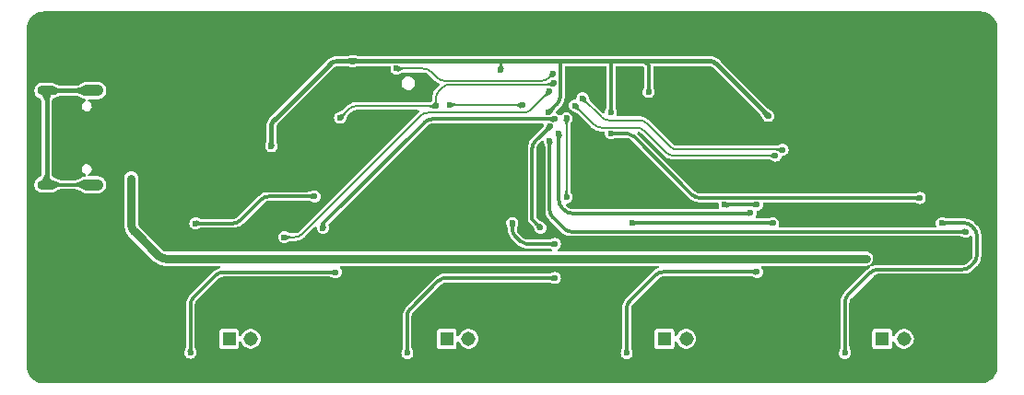
<source format=gbr>
%TF.GenerationSoftware,KiCad,Pcbnew,7.0.2*%
%TF.CreationDate,2023-06-23T11:00:41+02:00*%
%TF.ProjectId,DA_01_0V2_Smart_Battery_Charger,44415f30-315f-4305-9632-5f536d617274,rev?*%
%TF.SameCoordinates,Original*%
%TF.FileFunction,Copper,L2,Bot*%
%TF.FilePolarity,Positive*%
%FSLAX46Y46*%
G04 Gerber Fmt 4.6, Leading zero omitted, Abs format (unit mm)*
G04 Created by KiCad (PCBNEW 7.0.2) date 2023-06-23 11:00:41*
%MOMM*%
%LPD*%
G01*
G04 APERTURE LIST*
%TA.AperFunction,ComponentPad*%
%ADD10R,1.308000X1.308000*%
%TD*%
%TA.AperFunction,ComponentPad*%
%ADD11C,1.308000*%
%TD*%
%TA.AperFunction,ComponentPad*%
%ADD12O,2.100000X1.050000*%
%TD*%
%TA.AperFunction,ComponentPad*%
%ADD13O,1.800000X0.900000*%
%TD*%
%TA.AperFunction,ViaPad*%
%ADD14C,0.600000*%
%TD*%
%TA.AperFunction,Conductor*%
%ADD15C,0.400000*%
%TD*%
%TA.AperFunction,Conductor*%
%ADD16C,0.300000*%
%TD*%
%TA.AperFunction,Conductor*%
%ADD17C,0.200000*%
%TD*%
%TA.AperFunction,Conductor*%
%ADD18C,0.800000*%
%TD*%
G04 APERTURE END LIST*
D10*
%TO.P,J6,1,1*%
%TO.N,Net-(Q4-S2)*%
X179000000Y-95500000D03*
D11*
%TO.P,J6,2,2*%
%TO.N,+BAT_4*%
X181000000Y-95500000D03*
%TD*%
D12*
%TO.P,J1,SH1,SHIELD*%
%TO.N,Net-(C8-Pad1)*%
X106430000Y-72680000D03*
%TO.P,J1,SH2,SHIELD*%
X106430000Y-81320000D03*
D13*
%TO.P,J1,SH3,SHIELD*%
X102250000Y-72680000D03*
%TO.P,J1,SH4,SHIELD*%
X102250000Y-81320000D03*
%TD*%
D10*
%TO.P,J4,1,1*%
%TO.N,Net-(Q2-S2)*%
X139000000Y-95500000D03*
D11*
%TO.P,J4,2,2*%
%TO.N,+BAT_2*%
X141000000Y-95500000D03*
%TD*%
D10*
%TO.P,J3,1,1*%
%TO.N,Net-(Q1-S2)*%
X119000000Y-95500000D03*
D11*
%TO.P,J3,2,2*%
%TO.N,+BAT_1*%
X121000000Y-95500000D03*
%TD*%
D10*
%TO.P,J5,1,1*%
%TO.N,Net-(Q3-S2)*%
X159000000Y-95500000D03*
D11*
%TO.P,J5,2,2*%
%TO.N,+BAT_3*%
X161000000Y-95500000D03*
%TD*%
D14*
%TO.N,+3.3V*%
X130350000Y-69949000D03*
X122875000Y-77800000D03*
X168550000Y-75000000D03*
X154075000Y-74675000D03*
X143975000Y-70788000D03*
X157550000Y-72800000D03*
X148375000Y-74675000D03*
%TO.N,GND*%
X182500000Y-67500000D03*
X107500000Y-87500000D03*
X152500000Y-92500000D03*
X107500000Y-67500000D03*
X187500000Y-77500000D03*
X177500000Y-77500000D03*
X112500000Y-82500000D03*
X112500000Y-72500000D03*
X157500000Y-82500000D03*
X167500000Y-97500000D03*
X161650000Y-80475000D03*
X182500000Y-72500000D03*
X162500000Y-77500000D03*
X117500000Y-82500000D03*
X172500000Y-72500000D03*
X147500000Y-67500000D03*
X117500000Y-67500000D03*
X112500000Y-97500000D03*
X187500000Y-82500000D03*
X152500000Y-67500000D03*
X177500000Y-72500000D03*
X142500000Y-67500000D03*
X122500000Y-67500000D03*
X152500000Y-82500000D03*
X137500000Y-82500000D03*
X122500000Y-97500000D03*
X107500000Y-92500000D03*
X147500000Y-92500000D03*
X124950000Y-85525000D03*
X107500000Y-82500000D03*
X147675000Y-82225000D03*
X127500000Y-67500000D03*
X162500000Y-97500000D03*
X142500000Y-97500000D03*
X167500000Y-67500000D03*
X132500000Y-97500000D03*
X152500000Y-97500000D03*
X127500000Y-92500000D03*
X187500000Y-72500000D03*
X102500000Y-87500000D03*
X112500000Y-67500000D03*
X132500000Y-92500000D03*
X134200000Y-75325000D03*
X102500000Y-92500000D03*
X172500000Y-97500000D03*
X147725000Y-84400000D03*
X167500000Y-92500000D03*
X125650000Y-77725000D03*
X142500000Y-77500000D03*
X137500000Y-77500000D03*
X134200000Y-72200000D03*
X177500000Y-97500000D03*
X187500000Y-92500000D03*
X177500000Y-67500000D03*
X112500000Y-92500000D03*
X117500000Y-77500000D03*
X147500000Y-97500000D03*
X117500000Y-97500000D03*
X137500000Y-97500000D03*
X127500000Y-97500000D03*
X182500000Y-97500000D03*
X162500000Y-72500000D03*
X182500000Y-77500000D03*
X127500000Y-72500000D03*
X137500000Y-67500000D03*
X122500000Y-72500000D03*
X117500000Y-72500000D03*
X107500000Y-97500000D03*
X167500000Y-72500000D03*
X172500000Y-67500000D03*
X162500000Y-67500000D03*
X142500000Y-82500000D03*
X172500000Y-92500000D03*
X158775000Y-76125000D03*
X157500000Y-67500000D03*
X132500000Y-67500000D03*
X151175000Y-76275000D03*
X157500000Y-97500000D03*
%TO.N,VBUS*%
X157525000Y-88075000D03*
X117525000Y-88150000D03*
X177525000Y-88125000D03*
X137550000Y-88125000D03*
X110000000Y-80750000D03*
%TO.N,/NRST*%
X139250000Y-73975000D03*
X145925000Y-74025000D03*
%TO.N,/BAT_1_CHRG*%
X128800000Y-89375000D03*
X115450000Y-96775000D03*
%TO.N,/BAT_2_CHRG*%
X148925000Y-86775000D03*
X135375000Y-96800000D03*
X145020148Y-84845148D03*
X148925000Y-89900000D03*
%TO.N,/BAT_4_CHRG*%
X175575000Y-96800000D03*
X184475000Y-84850000D03*
%TO.N,/BAT_3_CHRG*%
X167500000Y-89350000D03*
X167487000Y-83162000D03*
X164525000Y-83175000D03*
X155525000Y-96800000D03*
%TO.N,/SCL_TX*%
X169200000Y-78650000D03*
X148848500Y-72000000D03*
X129200000Y-75175000D03*
X138000000Y-74100000D03*
X150775000Y-74050000D03*
%TO.N,/SDA_RX*%
X169850000Y-78125000D03*
X148750000Y-71125000D03*
X134375000Y-70650000D03*
X151475000Y-73375000D03*
%TO.N,/BAT_1_STDBY*%
X124075000Y-86150000D03*
X148425000Y-72750000D03*
%TO.N,/BAT_2_STDBY*%
X150000000Y-82500000D03*
X150000000Y-75200000D03*
%TO.N,/BAT_1_V*%
X148925000Y-75300000D03*
X127625000Y-85300000D03*
%TO.N,/BAT_2_V*%
X147600000Y-85275000D03*
X148464597Y-75974454D03*
%TO.N,/BAT_3_V*%
X149300000Y-76623238D03*
X166910000Y-83940000D03*
%TO.N,/BAT_4_V*%
X186700000Y-85650000D03*
X148450000Y-77275000D03*
%TO.N,/BAT_4_CE*%
X182450000Y-82550000D03*
X154073500Y-76600000D03*
%TO.N,/BAT_1_PROG*%
X115900000Y-84875000D03*
X126850000Y-82400000D03*
%TO.N,/BAT_3_PROG*%
X156000000Y-84825000D03*
X168975000Y-84850000D03*
%TD*%
D15*
%TO.N,+3.3V*%
X130350000Y-69949000D02*
X143950000Y-69949000D01*
X128965214Y-69949000D02*
X130350000Y-69949000D01*
D16*
X157550000Y-72800000D02*
X157550000Y-70374000D01*
X148375000Y-74675000D02*
X149132107Y-73917893D01*
D15*
X122875000Y-77800000D02*
X122875000Y-76039214D01*
D17*
X143975000Y-69974000D02*
X143950000Y-69949000D01*
D16*
X149425000Y-69974000D02*
X149450000Y-69949000D01*
D17*
X143975000Y-70788000D02*
X143975000Y-69974000D01*
D15*
X157125000Y-69949000D02*
X163084786Y-69949000D01*
X149450000Y-69949000D02*
X154125000Y-69949000D01*
D16*
X154075000Y-69949000D02*
X154125000Y-69949000D01*
D15*
X143950000Y-69949000D02*
X149450000Y-69949000D01*
D16*
X154075000Y-74675000D02*
X154075000Y-69949000D01*
X149425000Y-73210786D02*
X149425000Y-69974000D01*
D15*
X154125000Y-69949000D02*
X157125000Y-69949000D01*
X163791893Y-70241893D02*
X168550000Y-75000000D01*
D16*
X157550000Y-70374000D02*
X157125000Y-69949000D01*
D15*
X123167893Y-75332107D02*
X128258107Y-70241893D01*
X123167886Y-75332100D02*
G75*
G03*
X122875000Y-76039214I707114J-707100D01*
G01*
D16*
X149132114Y-73917900D02*
G75*
G03*
X149425000Y-73210786I-707114J707100D01*
G01*
D15*
X128965214Y-69949010D02*
G75*
G03*
X128258107Y-70241893I-14J-999990D01*
G01*
X163791920Y-70241866D02*
G75*
G03*
X163084786Y-69949000I-707120J-707234D01*
G01*
D18*
%TO.N,VBUS*%
X177525000Y-88125000D02*
X117550000Y-88125000D01*
X110000000Y-80750000D02*
X110000000Y-84921572D01*
X113213910Y-88135482D02*
X117510482Y-88135482D01*
X110292893Y-85628679D02*
X112506803Y-87842589D01*
X112506802Y-87842590D02*
G75*
G03*
X113213910Y-88135482I707098J707090D01*
G01*
X110000020Y-84921572D02*
G75*
G03*
X110292893Y-85628679I999980J-28D01*
G01*
D17*
%TO.N,/NRST*%
X145925000Y-74025000D02*
X145875000Y-73975000D01*
X145875000Y-73975000D02*
X139250000Y-73975000D01*
D16*
%TO.N,/BAT_1_CHRG*%
X117757107Y-89667893D02*
X115742893Y-91682107D01*
X115450000Y-92389214D02*
X115450000Y-96775000D01*
X128800000Y-89375000D02*
X118464214Y-89375000D01*
X118464214Y-89375027D02*
G75*
G03*
X117757107Y-89667893I86J-1000273D01*
G01*
X115742886Y-91682100D02*
G75*
G03*
X115450000Y-92389214I707114J-707100D01*
G01*
%TO.N,/BAT_2_CHRG*%
X145682107Y-86482107D02*
X145313041Y-86113041D01*
X148925000Y-86775000D02*
X148923127Y-86773127D01*
X138207107Y-90192893D02*
X135642893Y-92757107D01*
X135350000Y-96775000D02*
X135375000Y-96800000D01*
X148923127Y-86773127D02*
X146290907Y-86773127D01*
X145020148Y-85405934D02*
X145020148Y-84845148D01*
X135350000Y-93464214D02*
X135350000Y-96775000D01*
X148925000Y-89900000D02*
X138914214Y-89900000D01*
X138914214Y-89900039D02*
G75*
G03*
X138207107Y-90192893I-14J-1000061D01*
G01*
X145020110Y-85405934D02*
G75*
G03*
X145313041Y-86113041I999990J34D01*
G01*
X145682106Y-86482108D02*
G75*
G03*
X146290907Y-86773127I722294J728708D01*
G01*
X135642886Y-92757100D02*
G75*
G03*
X135350000Y-93464214I707114J-707100D01*
G01*
%TO.N,/BAT_4_CHRG*%
X187407107Y-85307107D02*
X187242893Y-85142893D01*
X178614214Y-89125000D02*
X186385786Y-89125000D01*
X187092893Y-88832107D02*
X187407107Y-88517893D01*
X175575000Y-96800000D02*
X175575000Y-92164214D01*
X175867893Y-91457107D02*
X177907107Y-89417893D01*
X186535786Y-84850000D02*
X184475000Y-84850000D01*
X187700000Y-87810786D02*
X187700000Y-86014214D01*
X178614214Y-89125010D02*
G75*
G03*
X177907107Y-89417893I-14J-999990D01*
G01*
X187407114Y-88517900D02*
G75*
G03*
X187700000Y-87810786I-707114J707100D01*
G01*
X187242900Y-85142886D02*
G75*
G03*
X186535786Y-84850000I-707100J-707114D01*
G01*
X186385786Y-89124990D02*
G75*
G03*
X187092893Y-88832107I14J999990D01*
G01*
X175867886Y-91457100D02*
G75*
G03*
X175575000Y-92164214I707114J-707100D01*
G01*
X187699990Y-86014214D02*
G75*
G03*
X187407107Y-85307107I-999990J14D01*
G01*
%TO.N,/BAT_3_CHRG*%
X155525000Y-92714214D02*
X155525000Y-96800000D01*
X167500000Y-89350000D02*
X158889214Y-89350000D01*
X167487000Y-83162000D02*
X164538000Y-83162000D01*
X158182107Y-89642893D02*
X155817893Y-92007107D01*
X164538000Y-83162000D02*
X164525000Y-83175000D01*
X155817886Y-92007100D02*
G75*
G03*
X155525000Y-92714214I707114J-707100D01*
G01*
X158889214Y-89350010D02*
G75*
G03*
X158182107Y-89642893I-14J-999990D01*
G01*
D17*
%TO.N,/SCL_TX*%
X129200000Y-75175000D02*
X129982107Y-74392893D01*
X138000000Y-73414214D02*
X138000000Y-74100000D01*
X169200000Y-78650000D02*
X159839214Y-78650000D01*
X148925000Y-72100000D02*
X148900000Y-72125000D01*
X148848500Y-72176500D02*
X148848500Y-72125000D01*
X148825000Y-72200000D02*
X148825000Y-72100000D01*
X148900000Y-72125000D02*
X148848500Y-72125000D01*
X130689214Y-74100000D02*
X138000000Y-74100000D01*
X148825000Y-72200000D02*
X148848500Y-72176500D01*
X148748500Y-72100000D02*
X139314214Y-72100000D01*
X148825000Y-72100000D02*
X148925000Y-72100000D01*
X159132107Y-78357107D02*
X157140893Y-76365893D01*
X138607107Y-72392893D02*
X138292893Y-72707107D01*
X152505107Y-75780107D02*
X150775000Y-74050000D01*
X156433786Y-76073000D02*
X153212214Y-76073000D01*
X148848500Y-72000000D02*
X148748500Y-72100000D01*
X138292886Y-72707100D02*
G75*
G03*
X138000000Y-73414214I707114J-707100D01*
G01*
X130689214Y-74100010D02*
G75*
G03*
X129982107Y-74392893I-14J-999990D01*
G01*
X157140900Y-76365886D02*
G75*
G03*
X156433786Y-76073000I-707100J-707114D01*
G01*
X152505100Y-75780114D02*
G75*
G03*
X153212214Y-76073000I707100J707114D01*
G01*
X139314214Y-72100027D02*
G75*
G03*
X138607107Y-72392893I86J-1000273D01*
G01*
X159132100Y-78357114D02*
G75*
G03*
X159839214Y-78650000I707100J707114D01*
G01*
%TO.N,/SDA_RX*%
X134375000Y-70650000D02*
X136860786Y-70650000D01*
X138812214Y-71773000D02*
X147687786Y-71773000D01*
X153207107Y-75107107D02*
X151475000Y-73375000D01*
X137567893Y-70942893D02*
X138105107Y-71480107D01*
X156685786Y-75400000D02*
X153914214Y-75400000D01*
X169825000Y-78100000D02*
X160214214Y-78100000D01*
X159507107Y-77807107D02*
X157392893Y-75692893D01*
X148394893Y-71480107D02*
X148750000Y-71125000D01*
X169850000Y-78125000D02*
X169825000Y-78100000D01*
X138105080Y-71480134D02*
G75*
G03*
X138812214Y-71773000I707120J707234D01*
G01*
X147687786Y-71772990D02*
G75*
G03*
X148394893Y-71480107I14J999990D01*
G01*
X137567900Y-70942886D02*
G75*
G03*
X136860786Y-70650000I-707100J-707114D01*
G01*
X153207100Y-75107114D02*
G75*
G03*
X153914214Y-75400000I707100J707114D01*
G01*
X159507100Y-77807114D02*
G75*
G03*
X160214214Y-78100000I707100J707114D01*
G01*
X157392900Y-75692886D02*
G75*
G03*
X156685786Y-75400000I-707100J-707114D01*
G01*
%TO.N,/BAT_1_STDBY*%
X146060786Y-74700000D02*
X137289214Y-74700000D01*
X125010786Y-86150000D02*
X124075000Y-86150000D01*
X148425000Y-72750000D02*
X146767893Y-74407107D01*
X136582107Y-74992893D02*
X125717893Y-85857107D01*
X137289214Y-74700010D02*
G75*
G03*
X136582107Y-74992893I-14J-999990D01*
G01*
X125010786Y-86149990D02*
G75*
G03*
X125717893Y-85857107I14J999990D01*
G01*
X146060786Y-74699990D02*
G75*
G03*
X146767893Y-74407107I14J999990D01*
G01*
%TO.N,/BAT_2_STDBY*%
X150000000Y-75200000D02*
X150000000Y-82500000D01*
D16*
%TO.N,/BAT_1_V*%
X127625000Y-85300000D02*
X127625000Y-84925000D01*
X127625000Y-84925000D02*
X136957107Y-75592893D01*
X137664214Y-75300000D02*
X148925000Y-75300000D01*
X137664214Y-75300010D02*
G75*
G03*
X136957107Y-75592893I-14J-999990D01*
G01*
%TO.N,/BAT_2_V*%
X146850000Y-84525000D02*
X146850000Y-78014214D01*
X147142893Y-77307107D02*
X148464597Y-75985403D01*
X148464597Y-75985403D02*
X148464597Y-75974454D01*
X147600000Y-85275000D02*
X146850000Y-84525000D01*
X147142886Y-77307100D02*
G75*
G03*
X146850000Y-78014214I707114J-707100D01*
G01*
%TO.N,/BAT_3_V*%
X166900000Y-83950000D02*
X150514214Y-83950000D01*
X149300000Y-82735786D02*
X149300000Y-76623238D01*
X166910000Y-83940000D02*
X166900000Y-83950000D01*
X149807107Y-83657107D02*
X149592893Y-83442893D01*
X149300010Y-82735786D02*
G75*
G03*
X149592893Y-83442893I999990J-14D01*
G01*
X149807100Y-83657114D02*
G75*
G03*
X150514214Y-83950000I707100J707114D01*
G01*
%TO.N,/BAT_4_V*%
X150464214Y-85650000D02*
X186700000Y-85650000D01*
X148450000Y-77275000D02*
X148450000Y-83635786D01*
X148742893Y-84342893D02*
X149757107Y-85357107D01*
X149757100Y-85357114D02*
G75*
G03*
X150464214Y-85650000I707100J707114D01*
G01*
X148450010Y-83635786D02*
G75*
G03*
X148742893Y-84342893I999990J-14D01*
G01*
%TO.N,/BAT_4_CE*%
X162264214Y-82550000D02*
X182450000Y-82550000D01*
X154075363Y-76601863D02*
X155584094Y-76601863D01*
X156192893Y-76892893D02*
X161557107Y-82257107D01*
X154073500Y-76600000D02*
X154075363Y-76601863D01*
X156192901Y-76892885D02*
G75*
G03*
X155584094Y-76601863I-722301J-728715D01*
G01*
X161557100Y-82257114D02*
G75*
G03*
X162264214Y-82550000I707100J707114D01*
G01*
%TO.N,/BAT_1_PROG*%
X126850000Y-82400000D02*
X122664214Y-82400000D01*
X121957107Y-82692893D02*
X120067893Y-84582107D01*
X119360786Y-84875000D02*
X115900000Y-84875000D01*
X122664214Y-82400010D02*
G75*
G03*
X121957107Y-82692893I-14J-999990D01*
G01*
X119360786Y-84874990D02*
G75*
G03*
X120067893Y-84582107I14J999990D01*
G01*
%TO.N,/BAT_3_PROG*%
X168975000Y-84850000D02*
X168950000Y-84825000D01*
X168950000Y-84825000D02*
X156000000Y-84825000D01*
%TO.N,Net-(C8-Pad1)*%
X106430000Y-81320000D02*
X102250000Y-81320000D01*
D15*
X102250000Y-72680000D02*
X102250000Y-81320000D01*
X102250000Y-72680000D02*
X106430000Y-72680000D01*
%TD*%
%TA.AperFunction,Conductor*%
%TO.N,GND*%
G36*
X153617539Y-70419185D02*
G01*
X153663294Y-70471989D01*
X153674500Y-70523500D01*
X153674500Y-74041372D01*
X153671275Y-74069466D01*
X153669268Y-74078090D01*
X153666329Y-74169285D01*
X153665036Y-74183587D01*
X153659739Y-74219092D01*
X153655153Y-74238722D01*
X153646532Y-74265557D01*
X153642229Y-74276987D01*
X153613546Y-74343093D01*
X153568126Y-74447717D01*
X153566727Y-74451001D01*
X153564162Y-74463702D01*
X153557180Y-74486601D01*
X153538670Y-74531291D01*
X153523594Y-74645797D01*
X153495327Y-74709694D01*
X153437002Y-74748164D01*
X153367137Y-74748995D01*
X153312974Y-74717292D01*
X152177171Y-73581489D01*
X152157159Y-73555275D01*
X152155752Y-73552810D01*
X152105735Y-73495203D01*
X152090895Y-73473989D01*
X152085564Y-73464362D01*
X152075504Y-73440688D01*
X152074884Y-73438670D01*
X152065807Y-73409104D01*
X152064222Y-73403470D01*
X152042876Y-73320110D01*
X152042534Y-73318862D01*
X152039948Y-73309614D01*
X152039563Y-73308312D01*
X152039655Y-73308644D01*
X152039244Y-73307361D01*
X152036170Y-73297960D01*
X152035727Y-73296675D01*
X151997344Y-73187264D01*
X151994933Y-73180672D01*
X151994573Y-73179733D01*
X151992400Y-73174248D01*
X151986544Y-73165424D01*
X151975304Y-73144315D01*
X151955861Y-73097375D01*
X151867621Y-72982379D01*
X151752625Y-72894139D01*
X151752624Y-72894138D01*
X151752622Y-72894137D01*
X151618709Y-72838670D01*
X151475000Y-72819749D01*
X151331290Y-72838670D01*
X151197377Y-72894137D01*
X151082379Y-72982379D01*
X150994137Y-73097377D01*
X150938670Y-73231290D01*
X150917972Y-73388503D01*
X150889705Y-73452399D01*
X150831380Y-73490870D01*
X150778850Y-73495256D01*
X150775002Y-73494749D01*
X150631290Y-73513670D01*
X150497377Y-73569137D01*
X150382379Y-73657379D01*
X150294137Y-73772377D01*
X150238670Y-73906290D01*
X150219749Y-74050000D01*
X150238670Y-74193709D01*
X150294137Y-74327622D01*
X150294138Y-74327624D01*
X150294139Y-74327625D01*
X150382379Y-74442621D01*
X150497375Y-74530861D01*
X150555126Y-74554782D01*
X150570737Y-74562579D01*
X150587264Y-74572344D01*
X150697960Y-74611170D01*
X150699263Y-74611603D01*
X150708644Y-74614655D01*
X150709958Y-74615060D01*
X150709614Y-74614948D01*
X150710852Y-74615300D01*
X150720111Y-74617876D01*
X150721417Y-74618218D01*
X150803470Y-74639222D01*
X150809105Y-74640808D01*
X150840691Y-74650506D01*
X150864370Y-74660568D01*
X150873980Y-74665890D01*
X150895202Y-74680734D01*
X150952811Y-74730753D01*
X150957356Y-74733454D01*
X150981687Y-74752369D01*
X152207216Y-75977897D01*
X152207227Y-75977911D01*
X152220940Y-75991623D01*
X152220954Y-75991649D01*
X152257262Y-76027957D01*
X152319853Y-76090548D01*
X152460305Y-76198318D01*
X152613621Y-76286833D01*
X152777180Y-76354579D01*
X152948182Y-76400396D01*
X153123702Y-76423501D01*
X153212219Y-76423500D01*
X153400092Y-76423500D01*
X153467131Y-76443185D01*
X153512886Y-76495989D01*
X153523031Y-76563686D01*
X153518249Y-76600000D01*
X153537170Y-76743709D01*
X153592637Y-76877622D01*
X153592638Y-76877624D01*
X153592639Y-76877625D01*
X153680879Y-76992621D01*
X153795875Y-77080861D01*
X153929791Y-77136330D01*
X154073500Y-77155250D01*
X154217209Y-77136330D01*
X154264203Y-77116863D01*
X154285586Y-77110197D01*
X154300594Y-77106971D01*
X154360968Y-77080861D01*
X154404135Y-77062193D01*
X154469878Y-77034026D01*
X154481549Y-77029705D01*
X154508289Y-77021305D01*
X154527728Y-77016878D01*
X154564129Y-77011624D01*
X154577986Y-77010415D01*
X154669659Y-77007591D01*
X154679770Y-77005335D01*
X154706761Y-77002363D01*
X155540157Y-77002363D01*
X155564127Y-77004702D01*
X155632293Y-77018137D01*
X155652220Y-77023833D01*
X155730643Y-77053543D01*
X155749357Y-77062488D01*
X155821732Y-77104862D01*
X155838689Y-77116802D01*
X155887574Y-77157744D01*
X155906631Y-77173705D01*
X155914694Y-77181087D01*
X161224510Y-82490902D01*
X161224514Y-82490907D01*
X161233194Y-82499586D01*
X161233196Y-82499589D01*
X161237586Y-82503978D01*
X161237603Y-82504010D01*
X161273907Y-82540312D01*
X161273907Y-82540313D01*
X161338816Y-82605220D01*
X161484467Y-82716980D01*
X161643460Y-82808773D01*
X161813074Y-82879027D01*
X161990408Y-82926541D01*
X162172426Y-82950501D01*
X162264220Y-82950500D01*
X163857912Y-82950500D01*
X163924951Y-82970185D01*
X163970706Y-83022989D01*
X163980850Y-83090683D01*
X163969750Y-83175000D01*
X163986958Y-83305709D01*
X163988670Y-83318708D01*
X164013249Y-83378049D01*
X164020716Y-83447518D01*
X163989441Y-83509997D01*
X163929351Y-83545649D01*
X163898687Y-83549500D01*
X150520299Y-83549500D01*
X150508146Y-83548903D01*
X150496166Y-83547723D01*
X150409402Y-83539178D01*
X150385563Y-83534436D01*
X150296477Y-83507414D01*
X150274019Y-83498112D01*
X150191912Y-83454227D01*
X150171701Y-83440723D01*
X150116271Y-83395233D01*
X150095071Y-83377835D01*
X150086064Y-83369672D01*
X149976006Y-83259613D01*
X149942523Y-83198292D01*
X149947507Y-83128600D01*
X149989379Y-83072667D01*
X150047500Y-83048996D01*
X150143709Y-83036330D01*
X150277625Y-82980861D01*
X150392621Y-82892621D01*
X150480861Y-82777625D01*
X150536330Y-82643709D01*
X150555250Y-82500000D01*
X150555195Y-82499586D01*
X150552381Y-82478210D01*
X150536330Y-82356291D01*
X150530538Y-82342309D01*
X150512413Y-82298549D01*
X150506881Y-82281979D01*
X150502102Y-82263395D01*
X150451285Y-82157672D01*
X150450676Y-82156455D01*
X150446264Y-82147783D01*
X150445637Y-82146596D01*
X150445786Y-82146890D01*
X150445145Y-82145738D01*
X150440363Y-82137264D01*
X150439689Y-82136111D01*
X150396498Y-82063202D01*
X150393649Y-82058123D01*
X150378168Y-82028922D01*
X150368547Y-82005081D01*
X150365509Y-81994504D01*
X150360998Y-81968996D01*
X150355634Y-81892908D01*
X150354328Y-81887774D01*
X150350500Y-81857200D01*
X150350500Y-75842516D01*
X150354885Y-75809832D01*
X150355634Y-75807092D01*
X150360999Y-75730993D01*
X150365508Y-75705496D01*
X150368543Y-75694927D01*
X150378169Y-75671074D01*
X150393670Y-75641835D01*
X150396472Y-75636837D01*
X150440364Y-75562730D01*
X150440404Y-75562658D01*
X150441040Y-75561546D01*
X150445786Y-75553107D01*
X150446428Y-75551924D01*
X150446264Y-75552214D01*
X150446869Y-75551038D01*
X150451284Y-75542326D01*
X150451887Y-75541090D01*
X150502101Y-75436605D01*
X150504895Y-75430599D01*
X150505319Y-75429656D01*
X150507821Y-75423878D01*
X150507826Y-75423848D01*
X150507828Y-75423846D01*
X150509914Y-75413518D01*
X150516894Y-75390628D01*
X150536330Y-75343709D01*
X150555250Y-75200000D01*
X150536330Y-75056291D01*
X150480861Y-74922375D01*
X150392621Y-74807379D01*
X150277625Y-74719139D01*
X150277624Y-74719138D01*
X150277622Y-74719137D01*
X150143709Y-74663670D01*
X150000000Y-74644749D01*
X149856290Y-74663670D01*
X149722377Y-74719137D01*
X149607376Y-74807381D01*
X149522508Y-74917983D01*
X149466080Y-74959185D01*
X149396334Y-74963340D01*
X149335414Y-74929127D01*
X149325756Y-74917981D01*
X149317621Y-74907379D01*
X149304584Y-74897375D01*
X149202625Y-74819139D01*
X149201587Y-74818709D01*
X149094147Y-74774206D01*
X149039744Y-74730365D01*
X149017679Y-74664071D01*
X149034958Y-74596372D01*
X149051138Y-74574836D01*
X149083971Y-74539818D01*
X149089424Y-74531213D01*
X149106475Y-74509916D01*
X149378980Y-74237412D01*
X149379013Y-74237393D01*
X149415312Y-74201092D01*
X149415313Y-74201093D01*
X149480220Y-74136184D01*
X149591980Y-73990533D01*
X149683773Y-73831540D01*
X149754027Y-73661926D01*
X149801541Y-73484592D01*
X149825501Y-73302574D01*
X149825500Y-73210780D01*
X149825500Y-73182063D01*
X149825500Y-70523500D01*
X149845185Y-70456461D01*
X149897989Y-70410706D01*
X149949500Y-70399500D01*
X153550500Y-70399500D01*
X153617539Y-70419185D01*
G37*
%TD.AperFunction*%
%TA.AperFunction,Conductor*%
G36*
X188004418Y-65400816D02*
G01*
X188218791Y-65416148D01*
X188236296Y-65418665D01*
X188441969Y-65463406D01*
X188458928Y-65468385D01*
X188656150Y-65541946D01*
X188672242Y-65549296D01*
X188856968Y-65650163D01*
X188871848Y-65659724D01*
X189040353Y-65785866D01*
X189053723Y-65797452D01*
X189202547Y-65946276D01*
X189214133Y-65959646D01*
X189340271Y-66128146D01*
X189349836Y-66143031D01*
X189450703Y-66327757D01*
X189458053Y-66343849D01*
X189531611Y-66541063D01*
X189536595Y-66558039D01*
X189581333Y-66763700D01*
X189583851Y-66781211D01*
X189599184Y-66995579D01*
X189599500Y-67004426D01*
X189599500Y-97995572D01*
X189599184Y-98004419D01*
X189583851Y-98218788D01*
X189581333Y-98236299D01*
X189536595Y-98441960D01*
X189531611Y-98458936D01*
X189458053Y-98656150D01*
X189450703Y-98672242D01*
X189349836Y-98856968D01*
X189340271Y-98871853D01*
X189214133Y-99040353D01*
X189202547Y-99053723D01*
X189053723Y-99202547D01*
X189040353Y-99214133D01*
X188871853Y-99340271D01*
X188856968Y-99349836D01*
X188672242Y-99450703D01*
X188656150Y-99458053D01*
X188458936Y-99531611D01*
X188441960Y-99536595D01*
X188236299Y-99581333D01*
X188218788Y-99583851D01*
X188023369Y-99597828D01*
X188004417Y-99599184D01*
X187995572Y-99599500D01*
X102004428Y-99599500D01*
X101995582Y-99599184D01*
X101974407Y-99597669D01*
X101781211Y-99583851D01*
X101763700Y-99581333D01*
X101558039Y-99536595D01*
X101541063Y-99531611D01*
X101343849Y-99458053D01*
X101327757Y-99450703D01*
X101143031Y-99349836D01*
X101128146Y-99340271D01*
X100959646Y-99214133D01*
X100946276Y-99202547D01*
X100797452Y-99053723D01*
X100785866Y-99040353D01*
X100745924Y-98986997D01*
X100659724Y-98871848D01*
X100650163Y-98856968D01*
X100549296Y-98672242D01*
X100541946Y-98656150D01*
X100468385Y-98458928D01*
X100463406Y-98441969D01*
X100418665Y-98236296D01*
X100416148Y-98218787D01*
X100400816Y-98004418D01*
X100400500Y-97995572D01*
X100400500Y-81405055D01*
X101099500Y-81405055D01*
X101140209Y-81570224D01*
X101140210Y-81570225D01*
X101219266Y-81720852D01*
X101295211Y-81806576D01*
X101332072Y-81848184D01*
X101389428Y-81887774D01*
X101472070Y-81944818D01*
X101631128Y-82005140D01*
X101757628Y-82020500D01*
X101761377Y-82020500D01*
X102738623Y-82020500D01*
X102742372Y-82020500D01*
X102868872Y-82005140D01*
X102968842Y-81967227D01*
X103027928Y-81944819D01*
X103027928Y-81944818D01*
X103027930Y-81944818D01*
X103087303Y-81903833D01*
X103092959Y-81900153D01*
X103135861Y-81873878D01*
X103146135Y-81868237D01*
X103257710Y-81813699D01*
X103269602Y-81808639D01*
X103376334Y-81769667D01*
X103389740Y-81765615D01*
X103492329Y-81740842D01*
X103506881Y-81738237D01*
X103619564Y-81724962D01*
X103619564Y-81724961D01*
X103629878Y-81723747D01*
X103629878Y-81723749D01*
X103652582Y-81720500D01*
X104799555Y-81720500D01*
X104820151Y-81723878D01*
X104820248Y-81723132D01*
X104832356Y-81724701D01*
X104832359Y-81724702D01*
X104967964Y-81742275D01*
X104983463Y-81745297D01*
X105107908Y-81777913D01*
X105121971Y-81782512D01*
X105251374Y-81833573D01*
X105263667Y-81839217D01*
X105382034Y-81901605D01*
X105411894Y-81923617D01*
X105418424Y-81930147D01*
X105513738Y-81990036D01*
X105566394Y-82023122D01*
X105580324Y-82027996D01*
X105595849Y-82034772D01*
X105595104Y-82034401D01*
X105596541Y-82035075D01*
X105597360Y-82035432D01*
X105600458Y-82037071D01*
X105604610Y-82038778D01*
X105641344Y-82049880D01*
X105649933Y-82052476D01*
X105655008Y-82054130D01*
X105731343Y-82080841D01*
X105861448Y-82095500D01*
X105864933Y-82095500D01*
X106995067Y-82095500D01*
X106998552Y-82095500D01*
X107128657Y-82080841D01*
X107293606Y-82023122D01*
X107441576Y-81930147D01*
X107565147Y-81806576D01*
X107658122Y-81658606D01*
X107715841Y-81493657D01*
X107735407Y-81320000D01*
X107715841Y-81146343D01*
X107689049Y-81069775D01*
X107658122Y-80981393D01*
X107565147Y-80833423D01*
X107441576Y-80709852D01*
X107374685Y-80667822D01*
X109349499Y-80667822D01*
X109349500Y-80667823D01*
X109349500Y-84962497D01*
X109349511Y-84962589D01*
X109349517Y-84962796D01*
X109349517Y-84997375D01*
X109349517Y-85029733D01*
X109350045Y-85033749D01*
X109350046Y-85033754D01*
X109365111Y-85148205D01*
X109377752Y-85244241D01*
X109378798Y-85248145D01*
X109378800Y-85248155D01*
X109432693Y-85449305D01*
X109432696Y-85449314D01*
X109433745Y-85453229D01*
X109435300Y-85456984D01*
X109435301Y-85456986D01*
X109513633Y-85646110D01*
X109516537Y-85653120D01*
X109518564Y-85656632D01*
X109518568Y-85656639D01*
X109590284Y-85780861D01*
X109624712Y-85840495D01*
X109627179Y-85843711D01*
X109627183Y-85843716D01*
X109751926Y-86006291D01*
X109756419Y-86012146D01*
X109759281Y-86015009D01*
X109759295Y-86015024D01*
X109764018Y-86019747D01*
X109764031Y-86019763D01*
X109832911Y-86088643D01*
X109895523Y-86151258D01*
X109895536Y-86151268D01*
X112010507Y-88266239D01*
X112010509Y-88266243D01*
X112120450Y-88376186D01*
X112120458Y-88376193D01*
X112123321Y-88379056D01*
X112294972Y-88510768D01*
X112482346Y-88618949D01*
X112682237Y-88701746D01*
X112891226Y-88757743D01*
X113105736Y-88785983D01*
X113213917Y-88785982D01*
X117551407Y-88785982D01*
X117626639Y-88776477D01*
X117642179Y-88775500D01*
X118080782Y-88775500D01*
X118147821Y-88795185D01*
X118193576Y-88847989D01*
X118203520Y-88917147D01*
X118174495Y-88980703D01*
X118115717Y-89018477D01*
X118112876Y-89019275D01*
X118017001Y-89044965D01*
X118016997Y-89044966D01*
X118013087Y-89046014D01*
X118009347Y-89047562D01*
X118009341Y-89047565D01*
X117847246Y-89114700D01*
X117847241Y-89114702D01*
X117843490Y-89116256D01*
X117839981Y-89118281D01*
X117839968Y-89118288D01*
X117688027Y-89205998D01*
X117688018Y-89206003D01*
X117684510Y-89208029D01*
X117681302Y-89210489D01*
X117681290Y-89210498D01*
X117542083Y-89317290D01*
X117542075Y-89317296D01*
X117538863Y-89319761D01*
X117536001Y-89322621D01*
X117535992Y-89322630D01*
X117496229Y-89362382D01*
X117496211Y-89362398D01*
X117496198Y-89362409D01*
X117496161Y-89362445D01*
X117496145Y-89362461D01*
X117470821Y-89387785D01*
X117421700Y-89436892D01*
X117421657Y-89436948D01*
X115496018Y-91362588D01*
X115495989Y-91362603D01*
X115397642Y-91460953D01*
X115397635Y-91460960D01*
X115394780Y-91463816D01*
X115392319Y-91467022D01*
X115392313Y-91467030D01*
X115285488Y-91606249D01*
X115285479Y-91606261D01*
X115283020Y-91609467D01*
X115281001Y-91612963D01*
X115280993Y-91612976D01*
X115193254Y-91764948D01*
X115193250Y-91764955D01*
X115191227Y-91768460D01*
X115189677Y-91772200D01*
X115189675Y-91772206D01*
X115122526Y-91934323D01*
X115122522Y-91934331D01*
X115120973Y-91938074D01*
X115119923Y-91941989D01*
X115119921Y-91941998D01*
X115074510Y-92111482D01*
X115074507Y-92111495D01*
X115073459Y-92115408D01*
X115072929Y-92119430D01*
X115072928Y-92119438D01*
X115050028Y-92293402D01*
X115050027Y-92293412D01*
X115049499Y-92297426D01*
X115049499Y-92301478D01*
X115049499Y-92301480D01*
X115049500Y-92357695D01*
X115049500Y-96141372D01*
X115046275Y-96169466D01*
X115044268Y-96178090D01*
X115041329Y-96269285D01*
X115040036Y-96283587D01*
X115034739Y-96319092D01*
X115030153Y-96338722D01*
X115021532Y-96365557D01*
X115017229Y-96376987D01*
X114988546Y-96443093D01*
X114943126Y-96547717D01*
X114941727Y-96551001D01*
X114939162Y-96563702D01*
X114932180Y-96586601D01*
X114913670Y-96631291D01*
X114894749Y-96774999D01*
X114913670Y-96918709D01*
X114969137Y-97052622D01*
X114969138Y-97052624D01*
X114969139Y-97052625D01*
X115057379Y-97167621D01*
X115172375Y-97255861D01*
X115306291Y-97311330D01*
X115450000Y-97330250D01*
X115593709Y-97311330D01*
X115727625Y-97255861D01*
X115842621Y-97167621D01*
X115930861Y-97052625D01*
X115986330Y-96918709D01*
X116001959Y-96800000D01*
X134819750Y-96800000D01*
X134838670Y-96943709D01*
X134894137Y-97077622D01*
X134894138Y-97077624D01*
X134894139Y-97077625D01*
X134982379Y-97192621D01*
X135097375Y-97280861D01*
X135231291Y-97336330D01*
X135375000Y-97355250D01*
X135518709Y-97336330D01*
X135652625Y-97280861D01*
X135767621Y-97192621D01*
X135855861Y-97077625D01*
X135911330Y-96943709D01*
X135930250Y-96800000D01*
X135911330Y-96656291D01*
X135889495Y-96603577D01*
X135883434Y-96584868D01*
X135879320Y-96567607D01*
X135877086Y-96562740D01*
X135831648Y-96463742D01*
X135829070Y-96458296D01*
X135829054Y-96458264D01*
X135829008Y-96458166D01*
X135828598Y-96457326D01*
X135826074Y-96452319D01*
X135790069Y-96382711D01*
X135786328Y-96374803D01*
X135774610Y-96347594D01*
X135767453Y-96325459D01*
X135762828Y-96304652D01*
X135760049Y-96284304D01*
X135755729Y-96202567D01*
X135755540Y-96201779D01*
X135753936Y-96195107D01*
X135751988Y-96178674D01*
X138095500Y-96178674D01*
X138110033Y-96251738D01*
X138110033Y-96251739D01*
X138110034Y-96251740D01*
X138165399Y-96334601D01*
X138248260Y-96389966D01*
X138280540Y-96396387D01*
X138321325Y-96404500D01*
X138321326Y-96404500D01*
X139678675Y-96404500D01*
X139703029Y-96399655D01*
X139751740Y-96389966D01*
X139834601Y-96334601D01*
X139889966Y-96251740D01*
X139904500Y-96178674D01*
X139904500Y-95838325D01*
X139924185Y-95771287D01*
X139976989Y-95725532D01*
X140046147Y-95715588D01*
X140109703Y-95744613D01*
X140146431Y-95800008D01*
X140169146Y-95869920D01*
X140264213Y-96034579D01*
X140264214Y-96034580D01*
X140391438Y-96175877D01*
X140520003Y-96269285D01*
X140545259Y-96287635D01*
X140718957Y-96364970D01*
X140904931Y-96404500D01*
X140904933Y-96404500D01*
X141095069Y-96404500D01*
X141281042Y-96364970D01*
X141281043Y-96364969D01*
X141281045Y-96364969D01*
X141454741Y-96287635D01*
X141608562Y-96175877D01*
X141735786Y-96034580D01*
X141830853Y-95869920D01*
X141889608Y-95689092D01*
X141909482Y-95500000D01*
X141889608Y-95310908D01*
X141830853Y-95130080D01*
X141830853Y-95130079D01*
X141735786Y-94965420D01*
X141735785Y-94965419D01*
X141608562Y-94824123D01*
X141454741Y-94712365D01*
X141454740Y-94712364D01*
X141281042Y-94635029D01*
X141095069Y-94595500D01*
X141095067Y-94595500D01*
X140904933Y-94595500D01*
X140904931Y-94595500D01*
X140718957Y-94635029D01*
X140545259Y-94712364D01*
X140391437Y-94824124D01*
X140264213Y-94965420D01*
X140169146Y-95130079D01*
X140146431Y-95199991D01*
X140106993Y-95257667D01*
X140042635Y-95284865D01*
X139973788Y-95272950D01*
X139922313Y-95225706D01*
X139904500Y-95161673D01*
X139904500Y-94821325D01*
X139889966Y-94748261D01*
X139889966Y-94748260D01*
X139834601Y-94665399D01*
X139751740Y-94610034D01*
X139751739Y-94610033D01*
X139751738Y-94610033D01*
X139678675Y-94595500D01*
X139678674Y-94595500D01*
X138321326Y-94595500D01*
X138321325Y-94595500D01*
X138248261Y-94610033D01*
X138165399Y-94665399D01*
X138110033Y-94748261D01*
X138095500Y-94821325D01*
X138095500Y-96178674D01*
X135751988Y-96178674D01*
X135750500Y-96166121D01*
X135750500Y-93470298D01*
X135751097Y-93458145D01*
X135753603Y-93432695D01*
X135760821Y-93359400D01*
X135765563Y-93335563D01*
X135792585Y-93246477D01*
X135801887Y-93224019D01*
X135821950Y-93186482D01*
X135845776Y-93141904D01*
X135859269Y-93121709D01*
X135922171Y-93045061D01*
X135930316Y-93036075D01*
X138485973Y-90480418D01*
X138494971Y-90472263D01*
X138571703Y-90409300D01*
X138591891Y-90395812D01*
X138674023Y-90351917D01*
X138696466Y-90342623D01*
X138785564Y-90315599D01*
X138809401Y-90310859D01*
X138843604Y-90307491D01*
X138908545Y-90301097D01*
X138920696Y-90300500D01*
X138971792Y-90300500D01*
X148291378Y-90300500D01*
X148319464Y-90303723D01*
X148328096Y-90305731D01*
X148419289Y-90308668D01*
X148433580Y-90309960D01*
X148469086Y-90315257D01*
X148488715Y-90319842D01*
X148498728Y-90323058D01*
X148515574Y-90328471D01*
X148526998Y-90332773D01*
X148593095Y-90361453D01*
X148645405Y-90384161D01*
X148697718Y-90406871D01*
X148700974Y-90408258D01*
X148713679Y-90410824D01*
X148736569Y-90417805D01*
X148781291Y-90436330D01*
X148908280Y-90453048D01*
X148924999Y-90455250D01*
X148924999Y-90455249D01*
X148925000Y-90455250D01*
X149068709Y-90436330D01*
X149202625Y-90380861D01*
X149317621Y-90292621D01*
X149405861Y-90177625D01*
X149461330Y-90043709D01*
X149480250Y-89900000D01*
X149478592Y-89887410D01*
X149473870Y-89851539D01*
X149461330Y-89756291D01*
X149405861Y-89622375D01*
X149317621Y-89507379D01*
X149202625Y-89419139D01*
X149202624Y-89419138D01*
X149202622Y-89419137D01*
X149068709Y-89363670D01*
X148925000Y-89344749D01*
X148781289Y-89363670D01*
X148733961Y-89383273D01*
X148712754Y-89389902D01*
X148697572Y-89393189D01*
X148638473Y-89418845D01*
X148593134Y-89438528D01*
X148561018Y-89452463D01*
X148526991Y-89467227D01*
X148515564Y-89471530D01*
X148488724Y-89480153D01*
X148469092Y-89484739D01*
X148433587Y-89490036D01*
X148419285Y-89491329D01*
X148328095Y-89494268D01*
X148318149Y-89496497D01*
X148291030Y-89499500D01*
X138873263Y-89499500D01*
X138872778Y-89499537D01*
X138826490Y-89499537D01*
X138826488Y-89499537D01*
X138822430Y-89499537D01*
X138818413Y-89500065D01*
X138818409Y-89500066D01*
X138644434Y-89522966D01*
X138644424Y-89522967D01*
X138640420Y-89523495D01*
X138636505Y-89524543D01*
X138636504Y-89524544D01*
X138467013Y-89569951D01*
X138466998Y-89569956D01*
X138463094Y-89571002D01*
X138459354Y-89572550D01*
X138459342Y-89572555D01*
X138297244Y-89639690D01*
X138293485Y-89641247D01*
X138289971Y-89643275D01*
X138289966Y-89643278D01*
X138138005Y-89731001D01*
X138137996Y-89731006D01*
X138134495Y-89733028D01*
X138131286Y-89735489D01*
X138131277Y-89735496D01*
X137992067Y-89842301D01*
X137988844Y-89844774D01*
X137985978Y-89847638D01*
X137985967Y-89847649D01*
X137947787Y-89885823D01*
X137946210Y-89887400D01*
X137946198Y-89887410D01*
X137946183Y-89887424D01*
X137946170Y-89887437D01*
X137923934Y-89909674D01*
X137872435Y-89961163D01*
X137872407Y-89961199D01*
X135396018Y-92437588D01*
X135395989Y-92437603D01*
X135297642Y-92535953D01*
X135297635Y-92535960D01*
X135294780Y-92538816D01*
X135292319Y-92542022D01*
X135292313Y-92542030D01*
X135185488Y-92681249D01*
X135185479Y-92681261D01*
X135183020Y-92684467D01*
X135181001Y-92687963D01*
X135180993Y-92687976D01*
X135093254Y-92839948D01*
X135093250Y-92839955D01*
X135091227Y-92843460D01*
X135089677Y-92847200D01*
X135089675Y-92847206D01*
X135022526Y-93009323D01*
X135022522Y-93009331D01*
X135020973Y-93013074D01*
X135019923Y-93016989D01*
X135019921Y-93016998D01*
X134974510Y-93186482D01*
X134974507Y-93186495D01*
X134973459Y-93190408D01*
X134972929Y-93194430D01*
X134972928Y-93194438D01*
X134950028Y-93368402D01*
X134950027Y-93368412D01*
X134949499Y-93372426D01*
X134949499Y-93376478D01*
X134949499Y-93376480D01*
X134949500Y-93432695D01*
X134949500Y-96175997D01*
X134946790Y-96201779D01*
X134944369Y-96213165D01*
X134943089Y-96310716D01*
X134942669Y-96319416D01*
X134938670Y-96367260D01*
X134936065Y-96384201D01*
X134930319Y-96409690D01*
X134926015Y-96424449D01*
X134907024Y-96477164D01*
X134905033Y-96482328D01*
X134865991Y-96577192D01*
X134863397Y-96590304D01*
X134856319Y-96613680D01*
X134838670Y-96656292D01*
X134819750Y-96800000D01*
X116001959Y-96800000D01*
X116005250Y-96775000D01*
X115986330Y-96631291D01*
X115966720Y-96583948D01*
X115960093Y-96562747D01*
X115956807Y-96547569D01*
X115956806Y-96547568D01*
X115956806Y-96547565D01*
X115918052Y-96458296D01*
X115911471Y-96443136D01*
X115882768Y-96376985D01*
X115878474Y-96365584D01*
X115869842Y-96338716D01*
X115865258Y-96319092D01*
X115864659Y-96315076D01*
X115859960Y-96283579D01*
X115858668Y-96269282D01*
X115858103Y-96251738D01*
X115855750Y-96178674D01*
X118095500Y-96178674D01*
X118110033Y-96251738D01*
X118110033Y-96251739D01*
X118110034Y-96251740D01*
X118165399Y-96334601D01*
X118248260Y-96389966D01*
X118280540Y-96396387D01*
X118321325Y-96404500D01*
X118321326Y-96404500D01*
X119678675Y-96404500D01*
X119703029Y-96399655D01*
X119751740Y-96389966D01*
X119834601Y-96334601D01*
X119889966Y-96251740D01*
X119904500Y-96178674D01*
X119904500Y-95838322D01*
X119924183Y-95771287D01*
X119976987Y-95725532D01*
X120046146Y-95715588D01*
X120109701Y-95744613D01*
X120146430Y-95800007D01*
X120158881Y-95838326D01*
X120169147Y-95869920D01*
X120264214Y-96034580D01*
X120391438Y-96175877D01*
X120520003Y-96269285D01*
X120545259Y-96287635D01*
X120718957Y-96364970D01*
X120904931Y-96404500D01*
X120904933Y-96404500D01*
X121095069Y-96404500D01*
X121281042Y-96364970D01*
X121281043Y-96364969D01*
X121281045Y-96364969D01*
X121454741Y-96287635D01*
X121608562Y-96175877D01*
X121735786Y-96034580D01*
X121830853Y-95869920D01*
X121889608Y-95689092D01*
X121909482Y-95500000D01*
X121889608Y-95310908D01*
X121830853Y-95130080D01*
X121830853Y-95130079D01*
X121735786Y-94965420D01*
X121735785Y-94965419D01*
X121608562Y-94824123D01*
X121454741Y-94712365D01*
X121454740Y-94712364D01*
X121281042Y-94635029D01*
X121095069Y-94595500D01*
X121095067Y-94595500D01*
X120904933Y-94595500D01*
X120904931Y-94595500D01*
X120718957Y-94635029D01*
X120545259Y-94712364D01*
X120391437Y-94824124D01*
X120264213Y-94965420D01*
X120169147Y-95130077D01*
X120146430Y-95199993D01*
X120106991Y-95257668D01*
X120042632Y-95284865D01*
X119973786Y-95272950D01*
X119922311Y-95225705D01*
X119904500Y-95161676D01*
X119904500Y-94821326D01*
X119889966Y-94748260D01*
X119834601Y-94665399D01*
X119751740Y-94610034D01*
X119751739Y-94610033D01*
X119751738Y-94610033D01*
X119678675Y-94595500D01*
X119678674Y-94595500D01*
X118321326Y-94595500D01*
X118321325Y-94595500D01*
X118248261Y-94610033D01*
X118165399Y-94665399D01*
X118110033Y-94748261D01*
X118095500Y-94821325D01*
X118095500Y-96178674D01*
X115855750Y-96178674D01*
X115855731Y-96178095D01*
X115853501Y-96168148D01*
X115850500Y-96141030D01*
X115850500Y-92395297D01*
X115851097Y-92383144D01*
X115851294Y-92381141D01*
X115860821Y-92284400D01*
X115865563Y-92260563D01*
X115892585Y-92171477D01*
X115901887Y-92149019D01*
X115933460Y-92089948D01*
X115945776Y-92066904D01*
X115959269Y-92046709D01*
X116022171Y-91970061D01*
X116030316Y-91961075D01*
X118035955Y-89955437D01*
X118044962Y-89947274D01*
X118121694Y-89884317D01*
X118141895Y-89870822D01*
X118224031Y-89826927D01*
X118246470Y-89817633D01*
X118335598Y-89790596D01*
X118359422Y-89785857D01*
X118440314Y-89777885D01*
X118458455Y-89776098D01*
X118470616Y-89775500D01*
X128166378Y-89775500D01*
X128194464Y-89778723D01*
X128203096Y-89780731D01*
X128294289Y-89783668D01*
X128308580Y-89784960D01*
X128344086Y-89790257D01*
X128363715Y-89794842D01*
X128367759Y-89796141D01*
X128390574Y-89803471D01*
X128401998Y-89807773D01*
X128468095Y-89836453D01*
X128515127Y-89856870D01*
X128572718Y-89881871D01*
X128575974Y-89883258D01*
X128588679Y-89885824D01*
X128611569Y-89892805D01*
X128656291Y-89911330D01*
X128783280Y-89928048D01*
X128799999Y-89930250D01*
X128799999Y-89930249D01*
X128800000Y-89930250D01*
X128943709Y-89911330D01*
X129077625Y-89855861D01*
X129192621Y-89767621D01*
X129280861Y-89652625D01*
X129336330Y-89518709D01*
X129355250Y-89375000D01*
X129336330Y-89231291D01*
X129280861Y-89097375D01*
X129276150Y-89091236D01*
X129186949Y-88974986D01*
X129161755Y-88909817D01*
X129175793Y-88841372D01*
X129224607Y-88791383D01*
X129285325Y-88775500D01*
X158412361Y-88775500D01*
X158479400Y-88795185D01*
X158525155Y-88847989D01*
X158535099Y-88917147D01*
X158506074Y-88980703D01*
X158447296Y-89018477D01*
X158444495Y-89019263D01*
X158443126Y-89019630D01*
X158441995Y-89019933D01*
X158441988Y-89019935D01*
X158438078Y-89020983D01*
X158434335Y-89022533D01*
X158434327Y-89022536D01*
X158272211Y-89089684D01*
X158272205Y-89089686D01*
X158268465Y-89091236D01*
X158264960Y-89093259D01*
X158264953Y-89093263D01*
X158112978Y-89181004D01*
X158112973Y-89181007D01*
X158109473Y-89183028D01*
X158106266Y-89185488D01*
X158106261Y-89185492D01*
X157967050Y-89292309D01*
X157967039Y-89292318D01*
X157963822Y-89294787D01*
X157960949Y-89297659D01*
X157960942Y-89297666D01*
X157921202Y-89337405D01*
X157921198Y-89337409D01*
X155571018Y-91687588D01*
X155570989Y-91687603D01*
X155472642Y-91785953D01*
X155472635Y-91785960D01*
X155469780Y-91788816D01*
X155467319Y-91792022D01*
X155467313Y-91792030D01*
X155360488Y-91931249D01*
X155360479Y-91931261D01*
X155358020Y-91934467D01*
X155356001Y-91937963D01*
X155355993Y-91937976D01*
X155268254Y-92089948D01*
X155268250Y-92089955D01*
X155266227Y-92093460D01*
X155264677Y-92097200D01*
X155264675Y-92097206D01*
X155197526Y-92259323D01*
X155197522Y-92259331D01*
X155195973Y-92263074D01*
X155194923Y-92266989D01*
X155194921Y-92266998D01*
X155149510Y-92436482D01*
X155149507Y-92436495D01*
X155148459Y-92440408D01*
X155147929Y-92444430D01*
X155147928Y-92444438D01*
X155125028Y-92618402D01*
X155125027Y-92618412D01*
X155124499Y-92622426D01*
X155124499Y-92626478D01*
X155124499Y-92626480D01*
X155124500Y-92682695D01*
X155124500Y-96166372D01*
X155121275Y-96194466D01*
X155119268Y-96203090D01*
X155116329Y-96294285D01*
X155115036Y-96308587D01*
X155109739Y-96344092D01*
X155105153Y-96363722D01*
X155096532Y-96390557D01*
X155092229Y-96401987D01*
X155063546Y-96468093D01*
X155018126Y-96572717D01*
X155016727Y-96576001D01*
X155014162Y-96588702D01*
X155007180Y-96611601D01*
X154988670Y-96656291D01*
X154969749Y-96799999D01*
X154988670Y-96943709D01*
X155044137Y-97077622D01*
X155044138Y-97077624D01*
X155044139Y-97077625D01*
X155132379Y-97192621D01*
X155247375Y-97280861D01*
X155381291Y-97336330D01*
X155525000Y-97355250D01*
X155668709Y-97336330D01*
X155802625Y-97280861D01*
X155917621Y-97192621D01*
X156005861Y-97077625D01*
X156061330Y-96943709D01*
X156080250Y-96800000D01*
X156061330Y-96656291D01*
X156041720Y-96608948D01*
X156035093Y-96587747D01*
X156031807Y-96572569D01*
X156031806Y-96572568D01*
X156031806Y-96572565D01*
X155986471Y-96468137D01*
X155981987Y-96457802D01*
X155957768Y-96401985D01*
X155953474Y-96390584D01*
X155944842Y-96363716D01*
X155940258Y-96344092D01*
X155938020Y-96329092D01*
X155934960Y-96308579D01*
X155933668Y-96294282D01*
X155933454Y-96287635D01*
X155930731Y-96203095D01*
X155928501Y-96193148D01*
X155926899Y-96178674D01*
X158095500Y-96178674D01*
X158110033Y-96251738D01*
X158110033Y-96251739D01*
X158110034Y-96251740D01*
X158165399Y-96334601D01*
X158248260Y-96389966D01*
X158280540Y-96396387D01*
X158321325Y-96404500D01*
X158321326Y-96404500D01*
X159678675Y-96404500D01*
X159703029Y-96399655D01*
X159751740Y-96389966D01*
X159834601Y-96334601D01*
X159889966Y-96251740D01*
X159904500Y-96178674D01*
X159904500Y-95838326D01*
X159924185Y-95771287D01*
X159976989Y-95725532D01*
X160046147Y-95715588D01*
X160109703Y-95744613D01*
X160146431Y-95800008D01*
X160169146Y-95869920D01*
X160264213Y-96034579D01*
X160264214Y-96034580D01*
X160391438Y-96175877D01*
X160520003Y-96269285D01*
X160545259Y-96287635D01*
X160718957Y-96364970D01*
X160904931Y-96404500D01*
X160904933Y-96404500D01*
X161095069Y-96404500D01*
X161281042Y-96364970D01*
X161281043Y-96364969D01*
X161281045Y-96364969D01*
X161454741Y-96287635D01*
X161608562Y-96175877D01*
X161735786Y-96034580D01*
X161830853Y-95869920D01*
X161889608Y-95689092D01*
X161909482Y-95500000D01*
X161889608Y-95310908D01*
X161830853Y-95130080D01*
X161830853Y-95130079D01*
X161735786Y-94965420D01*
X161735786Y-94965419D01*
X161608562Y-94824123D01*
X161454741Y-94712365D01*
X161454740Y-94712364D01*
X161281042Y-94635029D01*
X161095069Y-94595500D01*
X161095067Y-94595500D01*
X160904933Y-94595500D01*
X160904931Y-94595500D01*
X160718957Y-94635029D01*
X160545259Y-94712364D01*
X160391437Y-94824124D01*
X160264213Y-94965420D01*
X160169146Y-95130079D01*
X160146431Y-95199991D01*
X160106993Y-95257667D01*
X160042635Y-95284865D01*
X159973788Y-95272950D01*
X159922313Y-95225706D01*
X159904500Y-95161673D01*
X159904500Y-94821325D01*
X159889966Y-94748261D01*
X159889966Y-94748260D01*
X159834601Y-94665399D01*
X159751740Y-94610034D01*
X159751739Y-94610033D01*
X159751738Y-94610033D01*
X159678675Y-94595500D01*
X159678674Y-94595500D01*
X158321326Y-94595500D01*
X158321325Y-94595500D01*
X158248261Y-94610033D01*
X158165399Y-94665399D01*
X158110033Y-94748261D01*
X158095500Y-94821325D01*
X158095500Y-96178674D01*
X155926899Y-96178674D01*
X155925500Y-96166030D01*
X155925500Y-92720298D01*
X155926097Y-92708145D01*
X155928746Y-92681249D01*
X155935821Y-92609400D01*
X155940563Y-92585563D01*
X155967585Y-92496477D01*
X155976887Y-92474019D01*
X155996950Y-92436482D01*
X156020776Y-92391904D01*
X156034269Y-92371709D01*
X156097171Y-92295061D01*
X156105316Y-92286075D01*
X158460998Y-89930394D01*
X158470006Y-89922231D01*
X158546707Y-89859286D01*
X158566911Y-89845785D01*
X158649029Y-89801893D01*
X158671474Y-89792597D01*
X158760566Y-89765572D01*
X158784404Y-89760831D01*
X158883248Y-89751096D01*
X158895400Y-89750500D01*
X158946792Y-89750500D01*
X166866378Y-89750500D01*
X166894464Y-89753723D01*
X166903096Y-89755731D01*
X166994289Y-89758668D01*
X167008580Y-89759960D01*
X167044086Y-89765257D01*
X167063715Y-89769842D01*
X167073728Y-89773058D01*
X167090574Y-89778471D01*
X167101995Y-89782771D01*
X167111866Y-89787055D01*
X167168095Y-89811453D01*
X167220405Y-89834161D01*
X167272718Y-89856871D01*
X167275974Y-89858258D01*
X167288679Y-89860824D01*
X167311569Y-89867805D01*
X167356291Y-89886330D01*
X167483280Y-89903048D01*
X167499999Y-89905250D01*
X167499999Y-89905249D01*
X167500000Y-89905250D01*
X167643709Y-89886330D01*
X167777625Y-89830861D01*
X167892621Y-89742621D01*
X167980861Y-89627625D01*
X168036330Y-89493709D01*
X168055250Y-89350000D01*
X168036330Y-89206291D01*
X167980861Y-89072375D01*
X167961824Y-89047565D01*
X167906132Y-88974986D01*
X167880938Y-88909817D01*
X167894976Y-88841372D01*
X167943790Y-88791383D01*
X168004508Y-88775500D01*
X177562030Y-88775500D01*
X177565925Y-88775500D01*
X177688058Y-88760071D01*
X177697984Y-88756140D01*
X177767560Y-88749762D01*
X177829541Y-88782013D01*
X177864247Y-88842653D01*
X177860659Y-88912431D01*
X177819916Y-88969191D01*
X177819119Y-88969808D01*
X177692037Y-89067319D01*
X177692026Y-89067327D01*
X177688822Y-89069787D01*
X177685966Y-89072642D01*
X177685959Y-89072649D01*
X177623914Y-89134694D01*
X177583194Y-89175413D01*
X175621018Y-91137588D01*
X175620989Y-91137603D01*
X175522642Y-91235953D01*
X175522635Y-91235960D01*
X175519780Y-91238816D01*
X175517319Y-91242022D01*
X175517313Y-91242030D01*
X175410488Y-91381249D01*
X175410479Y-91381261D01*
X175408020Y-91384467D01*
X175406001Y-91387963D01*
X175405993Y-91387976D01*
X175318254Y-91539948D01*
X175318250Y-91539955D01*
X175316227Y-91543460D01*
X175314677Y-91547200D01*
X175314675Y-91547206D01*
X175247526Y-91709323D01*
X175247522Y-91709331D01*
X175245973Y-91713074D01*
X175244923Y-91716989D01*
X175244921Y-91716998D01*
X175199510Y-91886482D01*
X175199507Y-91886495D01*
X175198459Y-91890408D01*
X175197929Y-91894430D01*
X175197928Y-91894438D01*
X175175028Y-92068402D01*
X175175027Y-92068412D01*
X175174499Y-92072426D01*
X175174499Y-92076478D01*
X175174499Y-92076480D01*
X175174500Y-92132695D01*
X175174500Y-96166372D01*
X175171275Y-96194466D01*
X175169268Y-96203090D01*
X175166329Y-96294285D01*
X175165036Y-96308587D01*
X175159739Y-96344092D01*
X175155153Y-96363722D01*
X175146532Y-96390557D01*
X175142229Y-96401987D01*
X175113546Y-96468093D01*
X175068126Y-96572717D01*
X175066727Y-96576001D01*
X175064162Y-96588702D01*
X175057180Y-96611601D01*
X175038670Y-96656291D01*
X175019749Y-96800000D01*
X175038670Y-96943709D01*
X175094137Y-97077622D01*
X175094138Y-97077624D01*
X175094139Y-97077625D01*
X175182379Y-97192621D01*
X175297375Y-97280861D01*
X175431291Y-97336330D01*
X175575000Y-97355250D01*
X175718709Y-97336330D01*
X175852625Y-97280861D01*
X175967621Y-97192621D01*
X176055861Y-97077625D01*
X176111330Y-96943709D01*
X176130250Y-96800000D01*
X176111330Y-96656291D01*
X176091720Y-96608948D01*
X176085093Y-96587747D01*
X176081807Y-96572569D01*
X176081806Y-96572568D01*
X176081806Y-96572565D01*
X176036471Y-96468137D01*
X176031987Y-96457802D01*
X176007768Y-96401985D01*
X176003474Y-96390584D01*
X175994842Y-96363716D01*
X175990258Y-96344092D01*
X175988020Y-96329092D01*
X175984960Y-96308579D01*
X175983668Y-96294282D01*
X175983454Y-96287635D01*
X175980731Y-96203095D01*
X175978501Y-96193148D01*
X175976899Y-96178674D01*
X178095500Y-96178674D01*
X178110033Y-96251738D01*
X178110033Y-96251739D01*
X178110034Y-96251740D01*
X178165399Y-96334601D01*
X178248260Y-96389966D01*
X178280540Y-96396387D01*
X178321325Y-96404500D01*
X178321326Y-96404500D01*
X179678675Y-96404500D01*
X179703029Y-96399655D01*
X179751740Y-96389966D01*
X179834601Y-96334601D01*
X179889966Y-96251740D01*
X179904500Y-96178674D01*
X179904499Y-95838326D01*
X179924185Y-95771287D01*
X179976989Y-95725532D01*
X180046147Y-95715588D01*
X180109703Y-95744613D01*
X180146431Y-95800008D01*
X180169146Y-95869920D01*
X180264213Y-96034579D01*
X180264214Y-96034580D01*
X180391438Y-96175877D01*
X180520003Y-96269285D01*
X180545259Y-96287635D01*
X180718957Y-96364970D01*
X180904931Y-96404500D01*
X180904933Y-96404500D01*
X181095069Y-96404500D01*
X181281042Y-96364970D01*
X181281043Y-96364969D01*
X181281045Y-96364969D01*
X181454741Y-96287635D01*
X181608562Y-96175877D01*
X181735786Y-96034580D01*
X181830853Y-95869920D01*
X181889608Y-95689092D01*
X181909482Y-95500000D01*
X181889608Y-95310908D01*
X181830853Y-95130080D01*
X181830853Y-95130079D01*
X181735786Y-94965420D01*
X181735786Y-94965419D01*
X181608562Y-94824123D01*
X181454741Y-94712365D01*
X181454740Y-94712364D01*
X181281042Y-94635029D01*
X181095069Y-94595500D01*
X181095067Y-94595500D01*
X180904933Y-94595500D01*
X180904931Y-94595500D01*
X180718957Y-94635029D01*
X180545259Y-94712364D01*
X180391437Y-94824124D01*
X180264213Y-94965420D01*
X180169146Y-95130079D01*
X180146431Y-95199991D01*
X180106993Y-95257667D01*
X180042635Y-95284865D01*
X179973788Y-95272950D01*
X179922313Y-95225706D01*
X179904500Y-95161673D01*
X179904500Y-94821325D01*
X179889966Y-94748261D01*
X179889966Y-94748260D01*
X179834601Y-94665399D01*
X179751740Y-94610034D01*
X179751739Y-94610033D01*
X179751738Y-94610033D01*
X179678675Y-94595500D01*
X179678674Y-94595500D01*
X178321326Y-94595500D01*
X178321325Y-94595500D01*
X178248261Y-94610033D01*
X178165399Y-94665399D01*
X178110033Y-94748261D01*
X178095500Y-94821325D01*
X178095500Y-96178674D01*
X175976899Y-96178674D01*
X175975500Y-96166030D01*
X175975500Y-92170298D01*
X175976097Y-92158145D01*
X175982813Y-92089948D01*
X175985821Y-92059400D01*
X175990563Y-92035563D01*
X176017585Y-91946477D01*
X176026887Y-91924019D01*
X176046950Y-91886482D01*
X176070776Y-91841904D01*
X176084269Y-91821709D01*
X176147171Y-91745061D01*
X176155316Y-91736075D01*
X178185993Y-89705398D01*
X178194990Y-89697243D01*
X178271713Y-89634280D01*
X178291911Y-89620785D01*
X178374029Y-89576893D01*
X178396474Y-89567597D01*
X178485566Y-89540572D01*
X178509404Y-89535831D01*
X178608248Y-89526096D01*
X178620400Y-89525500D01*
X186427511Y-89525500D01*
X186427626Y-89525490D01*
X186477574Y-89525491D01*
X186659590Y-89501531D01*
X186836922Y-89454017D01*
X187006535Y-89383764D01*
X187165527Y-89291972D01*
X187311178Y-89180213D01*
X187343008Y-89148382D01*
X187343012Y-89148380D01*
X187353799Y-89137592D01*
X187353802Y-89137591D01*
X187653980Y-88837411D01*
X187654013Y-88837393D01*
X187690312Y-88801092D01*
X187690313Y-88801093D01*
X187755220Y-88736184D01*
X187866980Y-88590533D01*
X187958773Y-88431540D01*
X188029027Y-88261926D01*
X188076541Y-88084592D01*
X188100501Y-87902574D01*
X188100500Y-87810780D01*
X188100500Y-87784156D01*
X188100500Y-85982695D01*
X188100500Y-85972656D01*
X188100490Y-85972536D01*
X188100491Y-85922426D01*
X188076531Y-85740410D01*
X188029017Y-85563078D01*
X187958764Y-85393465D01*
X187866972Y-85234473D01*
X187755213Y-85088822D01*
X187736054Y-85069663D01*
X187718828Y-85052436D01*
X187718823Y-85052430D01*
X187655249Y-84988856D01*
X187564396Y-84898003D01*
X187564379Y-84897972D01*
X187464054Y-84797649D01*
X187464046Y-84797642D01*
X187461184Y-84794780D01*
X187441489Y-84779668D01*
X187318750Y-84685488D01*
X187318745Y-84685484D01*
X187315533Y-84683020D01*
X187312028Y-84680996D01*
X187312023Y-84680993D01*
X187160051Y-84593254D01*
X187160050Y-84593253D01*
X187156540Y-84591227D01*
X187111026Y-84572375D01*
X186990676Y-84522526D01*
X186990672Y-84522524D01*
X186986926Y-84520973D01*
X186983005Y-84519922D01*
X186983001Y-84519921D01*
X186813517Y-84474510D01*
X186813507Y-84474508D01*
X186809592Y-84473459D01*
X186805566Y-84472929D01*
X186805561Y-84472928D01*
X186631597Y-84450028D01*
X186631588Y-84450027D01*
X186627574Y-84449499D01*
X186623519Y-84449499D01*
X186535780Y-84449500D01*
X185108626Y-84449500D01*
X185080533Y-84446275D01*
X185073585Y-84444659D01*
X185071905Y-84444268D01*
X184980712Y-84441329D01*
X184966410Y-84440036D01*
X184930905Y-84434739D01*
X184911272Y-84430152D01*
X184884433Y-84421529D01*
X184873006Y-84417227D01*
X184864525Y-84413547D01*
X184806906Y-84388546D01*
X184702281Y-84343126D01*
X184698995Y-84341726D01*
X184686297Y-84339162D01*
X184663397Y-84332179D01*
X184618710Y-84313670D01*
X184475000Y-84294749D01*
X184331290Y-84313670D01*
X184197377Y-84369137D01*
X184082379Y-84457379D01*
X183994137Y-84572377D01*
X183938670Y-84706290D01*
X183919749Y-84850000D01*
X183938031Y-84988856D01*
X183938670Y-84993709D01*
X183971916Y-85073974D01*
X183973604Y-85078048D01*
X183981073Y-85147517D01*
X183949798Y-85209996D01*
X183889708Y-85245648D01*
X183859043Y-85249500D01*
X169590957Y-85249500D01*
X169523918Y-85229815D01*
X169478163Y-85177011D01*
X169468219Y-85107853D01*
X169476396Y-85078048D01*
X169476601Y-85077554D01*
X169511330Y-84993709D01*
X169530250Y-84850000D01*
X169530024Y-84848287D01*
X169526959Y-84825000D01*
X169511330Y-84706291D01*
X169455861Y-84572375D01*
X169367621Y-84457379D01*
X169252625Y-84369139D01*
X169252624Y-84369138D01*
X169252622Y-84369137D01*
X169118709Y-84313670D01*
X168975000Y-84294749D01*
X168831289Y-84313670D01*
X168788598Y-84331352D01*
X168765073Y-84338459D01*
X168752197Y-84340990D01*
X168657326Y-84380034D01*
X168652162Y-84382026D01*
X168599448Y-84401016D01*
X168584690Y-84405319D01*
X168559201Y-84411065D01*
X168542260Y-84413670D01*
X168494416Y-84417669D01*
X168485715Y-84418089D01*
X168388168Y-84419369D01*
X168376207Y-84421872D01*
X168350812Y-84424500D01*
X167483568Y-84424500D01*
X167416529Y-84404815D01*
X167370774Y-84352011D01*
X167360830Y-84282853D01*
X167385191Y-84225015D01*
X167387623Y-84221844D01*
X167390861Y-84217625D01*
X167446330Y-84083709D01*
X167465250Y-83940000D01*
X167452979Y-83846796D01*
X167463744Y-83777764D01*
X167510124Y-83725508D01*
X167559731Y-83707674D01*
X167630709Y-83698330D01*
X167764625Y-83642861D01*
X167879621Y-83554621D01*
X167967861Y-83439625D01*
X168023330Y-83305709D01*
X168042250Y-83162000D01*
X168032861Y-83090685D01*
X168043626Y-83021650D01*
X168090006Y-82969394D01*
X168155800Y-82950500D01*
X181816378Y-82950500D01*
X181844464Y-82953723D01*
X181853096Y-82955731D01*
X181944289Y-82958668D01*
X181958580Y-82959960D01*
X181994086Y-82965257D01*
X182013715Y-82969842D01*
X182023728Y-82973058D01*
X182040574Y-82978471D01*
X182051998Y-82982773D01*
X182118095Y-83011453D01*
X182163794Y-83031291D01*
X182222718Y-83056871D01*
X182225974Y-83058258D01*
X182238679Y-83060824D01*
X182261569Y-83067805D01*
X182306291Y-83086330D01*
X182433280Y-83103048D01*
X182449999Y-83105250D01*
X182449999Y-83105249D01*
X182450000Y-83105250D01*
X182593709Y-83086330D01*
X182727625Y-83030861D01*
X182842621Y-82942621D01*
X182930861Y-82827625D01*
X182986330Y-82693709D01*
X183005250Y-82550000D01*
X182986330Y-82406291D01*
X182930861Y-82272375D01*
X182842621Y-82157379D01*
X182727625Y-82069139D01*
X182727624Y-82069138D01*
X182727622Y-82069137D01*
X182593709Y-82013670D01*
X182450000Y-81994749D01*
X182306289Y-82013670D01*
X182258961Y-82033273D01*
X182237754Y-82039902D01*
X182222572Y-82043189D01*
X182188239Y-82058094D01*
X182118134Y-82088528D01*
X182102967Y-82095109D01*
X182051991Y-82117227D01*
X182040566Y-82121529D01*
X182033211Y-82123892D01*
X182013724Y-82130153D01*
X181994092Y-82134739D01*
X181958587Y-82140036D01*
X181944285Y-82141329D01*
X181853094Y-82144268D01*
X181853095Y-82144268D01*
X181843149Y-82146497D01*
X181816030Y-82149500D01*
X162270299Y-82149500D01*
X162258146Y-82148903D01*
X162246166Y-82147723D01*
X162159402Y-82139178D01*
X162135563Y-82134436D01*
X162046477Y-82107414D01*
X162024019Y-82098112D01*
X161941912Y-82054227D01*
X161921701Y-82040723D01*
X161865095Y-81994268D01*
X161845071Y-81977835D01*
X161836055Y-81969663D01*
X156540012Y-76673619D01*
X156506527Y-76612296D01*
X156511511Y-76542604D01*
X156553383Y-76486671D01*
X156618847Y-76462254D01*
X156663676Y-76467273D01*
X156670651Y-76469389D01*
X156693114Y-76478693D01*
X156783868Y-76527202D01*
X156804079Y-76540706D01*
X156885423Y-76607462D01*
X156888281Y-76609807D01*
X156897298Y-76617980D01*
X157868455Y-77589137D01*
X158834216Y-78554897D01*
X158834227Y-78554911D01*
X158847940Y-78568623D01*
X158847954Y-78568649D01*
X158884262Y-78604957D01*
X158946853Y-78667548D01*
X159087305Y-78775318D01*
X159240621Y-78863833D01*
X159404180Y-78931579D01*
X159575182Y-78977396D01*
X159750702Y-79000501D01*
X159839219Y-79000500D01*
X168557484Y-79000500D01*
X168590164Y-79004884D01*
X168590915Y-79005089D01*
X168592906Y-79005633D01*
X168669000Y-79010998D01*
X168694504Y-79015509D01*
X168705081Y-79018547D01*
X168728922Y-79028168D01*
X168758123Y-79043649D01*
X168763191Y-79046492D01*
X168837264Y-79090363D01*
X168838437Y-79091033D01*
X168846890Y-79095786D01*
X168848084Y-79096434D01*
X168847783Y-79096264D01*
X168848976Y-79096878D01*
X168857672Y-79101285D01*
X168858874Y-79101871D01*
X168963395Y-79152102D01*
X168969269Y-79154834D01*
X168969285Y-79154841D01*
X168969405Y-79154897D01*
X168970348Y-79155321D01*
X168976124Y-79157822D01*
X168976152Y-79157827D01*
X168976153Y-79157828D01*
X168979507Y-79158505D01*
X168986481Y-79159915D01*
X169009378Y-79166898D01*
X169056291Y-79186330D01*
X169200000Y-79205250D01*
X169343709Y-79186330D01*
X169477625Y-79130861D01*
X169592621Y-79042621D01*
X169680861Y-78927625D01*
X169736330Y-78793709D01*
X169737106Y-78787812D01*
X169765372Y-78723916D01*
X169823696Y-78685444D01*
X169843860Y-78681058D01*
X169849998Y-78680249D01*
X169850000Y-78680250D01*
X169993709Y-78661330D01*
X170127625Y-78605861D01*
X170242621Y-78517621D01*
X170330861Y-78402625D01*
X170386330Y-78268709D01*
X170405250Y-78125000D01*
X170386330Y-77981291D01*
X170330861Y-77847375D01*
X170242621Y-77732379D01*
X170127625Y-77644139D01*
X170127624Y-77644138D01*
X170127622Y-77644137D01*
X169993709Y-77588670D01*
X169850000Y-77569749D01*
X169706291Y-77588670D01*
X169653577Y-77610503D01*
X169634880Y-77616561D01*
X169628514Y-77618078D01*
X169617611Y-77620677D01*
X169513682Y-77668378D01*
X169507894Y-77671122D01*
X169507877Y-77671130D01*
X169507768Y-77671182D01*
X169506961Y-77671578D01*
X169502889Y-77673636D01*
X169502492Y-77673837D01*
X169502420Y-77673873D01*
X169502373Y-77673898D01*
X169432707Y-77709931D01*
X169424791Y-77713676D01*
X169397589Y-77725389D01*
X169375457Y-77732544D01*
X169354659Y-77737167D01*
X169334299Y-77739949D01*
X169252569Y-77744269D01*
X169246896Y-77745633D01*
X169245115Y-77746062D01*
X169216119Y-77749500D01*
X160289847Y-77749500D01*
X160289841Y-77749499D01*
X160220297Y-77749499D01*
X160208145Y-77748902D01*
X160099652Y-77738218D01*
X160075811Y-77733476D01*
X159977345Y-77703609D01*
X159954885Y-77694306D01*
X159864131Y-77645797D01*
X159843920Y-77632293D01*
X159759717Y-77563191D01*
X159750700Y-77555018D01*
X157694216Y-75498534D01*
X157694210Y-75498526D01*
X157679044Y-75483360D01*
X157679030Y-75483335D01*
X157632297Y-75436602D01*
X157578147Y-75382452D01*
X157573971Y-75379248D01*
X157504744Y-75326129D01*
X157437695Y-75274682D01*
X157284379Y-75186167D01*
X157257419Y-75175000D01*
X157124570Y-75119974D01*
X157124566Y-75119972D01*
X157120820Y-75118421D01*
X157116900Y-75117370D01*
X157116895Y-75117369D01*
X156953743Y-75073655D01*
X156953733Y-75073653D01*
X156949818Y-75072604D01*
X156945792Y-75072074D01*
X156945787Y-75072073D01*
X156778321Y-75050028D01*
X156778312Y-75050027D01*
X156774298Y-75049499D01*
X156770243Y-75049499D01*
X156685781Y-75049500D01*
X154701313Y-75049500D01*
X154634274Y-75029815D01*
X154588519Y-74977011D01*
X154578575Y-74907853D01*
X154586751Y-74878049D01*
X154592401Y-74864408D01*
X154611330Y-74818709D01*
X154630250Y-74675000D01*
X154611330Y-74531291D01*
X154591720Y-74483948D01*
X154585093Y-74462747D01*
X154581807Y-74447569D01*
X154581806Y-74447568D01*
X154581806Y-74447565D01*
X154545450Y-74363819D01*
X154536471Y-74343136D01*
X154507768Y-74276985D01*
X154503474Y-74265584D01*
X154494842Y-74238716D01*
X154490258Y-74219092D01*
X154484960Y-74183579D01*
X154483668Y-74169282D01*
X154483381Y-74160373D01*
X154480731Y-74078095D01*
X154478501Y-74068148D01*
X154475500Y-74041030D01*
X154475500Y-70523500D01*
X154495185Y-70456461D01*
X154547989Y-70410706D01*
X154599500Y-70399500D01*
X156920918Y-70399500D01*
X156985167Y-70417461D01*
X157026207Y-70442337D01*
X157032944Y-70446731D01*
X157056033Y-70462886D01*
X157062055Y-70467099D01*
X157073957Y-70476566D01*
X157108493Y-70507676D01*
X157145128Y-70567171D01*
X157149500Y-70599807D01*
X157149500Y-72166372D01*
X157146275Y-72194466D01*
X157144268Y-72203090D01*
X157141329Y-72294285D01*
X157140036Y-72308587D01*
X157134739Y-72344092D01*
X157130153Y-72363722D01*
X157121532Y-72390557D01*
X157117229Y-72401987D01*
X157088546Y-72468093D01*
X157043126Y-72572717D01*
X157041727Y-72576001D01*
X157039162Y-72588702D01*
X157032180Y-72611601D01*
X157013670Y-72656291D01*
X156994749Y-72800000D01*
X157013670Y-72943709D01*
X157069137Y-73077622D01*
X157069138Y-73077624D01*
X157069139Y-73077625D01*
X157157379Y-73192621D01*
X157272375Y-73280861D01*
X157272376Y-73280861D01*
X157272377Y-73280862D01*
X157278430Y-73283369D01*
X157406291Y-73336330D01*
X157550000Y-73355250D01*
X157693709Y-73336330D01*
X157827625Y-73280861D01*
X157942621Y-73192621D01*
X158030861Y-73077625D01*
X158086330Y-72943709D01*
X158105250Y-72800000D01*
X158086330Y-72656291D01*
X158066720Y-72608948D01*
X158060093Y-72587747D01*
X158056807Y-72572569D01*
X158056806Y-72572568D01*
X158056806Y-72572565D01*
X158013311Y-72472375D01*
X158011471Y-72468136D01*
X157982768Y-72401985D01*
X157978474Y-72390584D01*
X157969842Y-72363716D01*
X157965258Y-72344092D01*
X157959960Y-72308579D01*
X157958668Y-72294282D01*
X157955731Y-72203095D01*
X157953501Y-72193148D01*
X157950500Y-72166030D01*
X157950500Y-70523500D01*
X157970185Y-70456461D01*
X158022989Y-70410706D01*
X158074500Y-70399500D01*
X163025483Y-70399500D01*
X163078704Y-70399500D01*
X163090854Y-70400096D01*
X163162858Y-70407187D01*
X163179849Y-70408860D01*
X163203688Y-70413601D01*
X163283414Y-70437782D01*
X163305870Y-70447082D01*
X163334229Y-70462239D01*
X163379342Y-70486349D01*
X163399552Y-70499851D01*
X163462368Y-70551395D01*
X163468367Y-70556317D01*
X163477391Y-70564495D01*
X167777304Y-74864408D01*
X167797241Y-74890491D01*
X167798750Y-74893127D01*
X167869983Y-74974974D01*
X167881928Y-74991193D01*
X167913815Y-75042802D01*
X167919010Y-75052076D01*
X167954161Y-75121674D01*
X167954196Y-75121741D01*
X167954803Y-75122896D01*
X167959408Y-75131523D01*
X167960054Y-75132689D01*
X167959899Y-75132398D01*
X167960552Y-75133519D01*
X167965361Y-75141668D01*
X167966039Y-75142778D01*
X168020638Y-75231129D01*
X168021303Y-75232205D01*
X168032878Y-75249346D01*
X168034004Y-75250876D01*
X168047054Y-75267169D01*
X168056154Y-75277625D01*
X168136942Y-75370451D01*
X168142458Y-75376584D01*
X168142474Y-75376601D01*
X168142540Y-75376674D01*
X168143055Y-75377228D01*
X168148930Y-75383342D01*
X168148966Y-75383366D01*
X168150773Y-75385249D01*
X168156573Y-75392002D01*
X168157378Y-75392619D01*
X168157379Y-75392621D01*
X168272375Y-75480861D01*
X168272376Y-75480861D01*
X168272377Y-75480862D01*
X168302715Y-75493428D01*
X168406291Y-75536330D01*
X168550000Y-75555250D01*
X168693709Y-75536330D01*
X168827625Y-75480861D01*
X168942621Y-75392621D01*
X169030861Y-75277625D01*
X169086330Y-75143709D01*
X169105250Y-75000000D01*
X169086330Y-74856291D01*
X169030861Y-74722375D01*
X169026961Y-74717292D01*
X168942621Y-74607378D01*
X168939717Y-74605150D01*
X168928275Y-74593751D01*
X168831942Y-74509911D01*
X168817170Y-74497055D01*
X168805985Y-74488096D01*
X168801859Y-74484791D01*
X168801848Y-74484782D01*
X168800876Y-74484004D01*
X168799346Y-74482878D01*
X168782205Y-74471303D01*
X168691668Y-74415361D01*
X168690535Y-74414685D01*
X168682446Y-74409926D01*
X168681326Y-74409290D01*
X168681575Y-74409437D01*
X168680375Y-74408789D01*
X168671678Y-74404163D01*
X168670489Y-74403555D01*
X168602085Y-74369015D01*
X168592807Y-74363819D01*
X168565771Y-74347114D01*
X168541186Y-74331923D01*
X168524973Y-74319982D01*
X168443128Y-74248751D01*
X168438432Y-74245954D01*
X168414202Y-74227099D01*
X164164110Y-69977007D01*
X164164085Y-69976974D01*
X164146302Y-69959193D01*
X164146237Y-69959074D01*
X164046091Y-69858941D01*
X164046086Y-69858936D01*
X164043218Y-69856069D01*
X163892362Y-69740330D01*
X163888845Y-69738300D01*
X163888841Y-69738297D01*
X163731210Y-69647301D01*
X163731211Y-69647301D01*
X163727692Y-69645270D01*
X163723933Y-69643713D01*
X163555775Y-69574069D01*
X163555762Y-69574064D01*
X163552023Y-69572516D01*
X163548109Y-69571467D01*
X163548102Y-69571465D01*
X163372286Y-69524362D01*
X163372281Y-69524361D01*
X163368362Y-69523311D01*
X163364337Y-69522781D01*
X163364336Y-69522781D01*
X163183870Y-69499027D01*
X163183866Y-69499026D01*
X163179849Y-69498498D01*
X163175790Y-69498498D01*
X163175789Y-69498498D01*
X163084780Y-69498500D01*
X130992257Y-69498500D01*
X130959713Y-69494153D01*
X130956783Y-69493356D01*
X130848548Y-69485851D01*
X130828625Y-69482828D01*
X130769588Y-69468885D01*
X130759351Y-69465999D01*
X130685301Y-69441647D01*
X130684058Y-69441261D01*
X130674767Y-69438433D01*
X130673445Y-69438052D01*
X130673798Y-69438160D01*
X130672518Y-69437821D01*
X130663242Y-69435428D01*
X130661958Y-69435117D01*
X130560844Y-69411242D01*
X130560805Y-69411233D01*
X130559638Y-69410958D01*
X130558429Y-69410724D01*
X130558415Y-69410721D01*
X130540450Y-69407244D01*
X130540429Y-69407240D01*
X130539187Y-69407000D01*
X130537326Y-69406718D01*
X130536098Y-69406582D01*
X130536063Y-69406578D01*
X130517950Y-69404581D01*
X130517919Y-69404578D01*
X130516720Y-69404446D01*
X130515503Y-69404361D01*
X130515485Y-69404360D01*
X130380126Y-69394975D01*
X130371686Y-69394531D01*
X130371655Y-69394530D01*
X130371572Y-69394526D01*
X130370816Y-69394499D01*
X130362561Y-69394337D01*
X130362523Y-69394344D01*
X130359912Y-69394291D01*
X130351008Y-69393616D01*
X130346365Y-69394228D01*
X130330208Y-69394258D01*
X130184558Y-69404357D01*
X130184552Y-69404357D01*
X130183276Y-69404446D01*
X130182011Y-69404585D01*
X130181996Y-69404587D01*
X130163854Y-69406590D01*
X130163837Y-69406592D01*
X130162589Y-69406730D01*
X130160732Y-69407012D01*
X130159494Y-69407251D01*
X130159458Y-69407258D01*
X130141615Y-69410714D01*
X130141573Y-69410722D01*
X130140365Y-69410957D01*
X130139161Y-69411241D01*
X130139130Y-69411248D01*
X130036755Y-69435427D01*
X130035436Y-69435761D01*
X130026002Y-69438214D01*
X130024714Y-69438570D01*
X130025043Y-69438485D01*
X130023770Y-69438866D01*
X130014703Y-69441645D01*
X130013455Y-69442048D01*
X129940648Y-69465998D01*
X129930414Y-69468884D01*
X129871371Y-69482829D01*
X129851445Y-69485852D01*
X129743218Y-69493355D01*
X129737933Y-69494696D01*
X129707454Y-69498500D01*
X128931452Y-69498500D01*
X128931409Y-69498505D01*
X128931323Y-69498509D01*
X128870150Y-69498509D01*
X128866135Y-69499037D01*
X128866127Y-69499038D01*
X128685666Y-69522794D01*
X128685660Y-69522795D01*
X128681635Y-69523325D01*
X128677713Y-69524375D01*
X128677707Y-69524377D01*
X128501896Y-69571483D01*
X128501887Y-69571485D01*
X128497972Y-69572535D01*
X128494229Y-69574084D01*
X128494221Y-69574088D01*
X128326127Y-69643713D01*
X128322303Y-69645297D01*
X128318785Y-69647327D01*
X128318781Y-69647330D01*
X128161217Y-69738297D01*
X128157635Y-69740365D01*
X128154419Y-69742832D01*
X128154411Y-69742838D01*
X128009998Y-69853648D01*
X128009992Y-69853653D01*
X128006785Y-69856114D01*
X128003928Y-69858970D01*
X128003913Y-69858984D01*
X127939559Y-69923338D01*
X127897620Y-69965276D01*
X122885663Y-74977233D01*
X122885632Y-74977249D01*
X122784976Y-75077908D01*
X122784969Y-75077915D01*
X122782107Y-75080778D01*
X122779645Y-75083985D01*
X122779634Y-75083999D01*
X122668821Y-75228418D01*
X122668816Y-75228424D01*
X122666357Y-75231630D01*
X122664340Y-75235122D01*
X122664333Y-75235134D01*
X122573319Y-75392779D01*
X122573311Y-75392793D01*
X122571288Y-75396299D01*
X122569733Y-75400051D01*
X122569731Y-75400057D01*
X122500077Y-75568220D01*
X122500073Y-75568231D01*
X122498525Y-75571969D01*
X122497477Y-75575879D01*
X122497475Y-75575886D01*
X122452808Y-75742595D01*
X122449315Y-75755633D01*
X122448785Y-75759658D01*
X122448784Y-75759664D01*
X122425028Y-75940126D01*
X122425027Y-75940134D01*
X122424499Y-75944149D01*
X122424499Y-75948200D01*
X122424499Y-75948202D01*
X122424500Y-75996480D01*
X122424500Y-77157744D01*
X122420154Y-77190286D01*
X122419356Y-77193219D01*
X122411852Y-77301445D01*
X122408829Y-77321370D01*
X122394881Y-77380426D01*
X122391995Y-77390660D01*
X122367647Y-77464701D01*
X122367263Y-77465932D01*
X122364565Y-77474768D01*
X122364208Y-77475999D01*
X122364292Y-77475730D01*
X122363941Y-77477052D01*
X122361427Y-77486755D01*
X122361102Y-77488096D01*
X122337249Y-77589125D01*
X122337240Y-77589165D01*
X122336957Y-77590365D01*
X122336722Y-77591573D01*
X122336714Y-77591615D01*
X122333258Y-77609458D01*
X122333251Y-77609494D01*
X122333012Y-77610732D01*
X122332730Y-77612589D01*
X122330446Y-77633276D01*
X122320976Y-77769859D01*
X122320533Y-77778247D01*
X122320505Y-77779017D01*
X122320337Y-77787449D01*
X122320344Y-77787487D01*
X122320290Y-77790124D01*
X122319617Y-77798994D01*
X122338670Y-77943709D01*
X122394137Y-78077622D01*
X122394138Y-78077624D01*
X122394139Y-78077625D01*
X122482379Y-78192621D01*
X122597375Y-78280861D01*
X122731291Y-78336330D01*
X122875000Y-78355250D01*
X123018709Y-78336330D01*
X123152625Y-78280861D01*
X123267621Y-78192621D01*
X123355861Y-78077625D01*
X123411330Y-77943709D01*
X123430250Y-77800000D01*
X123429772Y-77796377D01*
X123429743Y-77780255D01*
X123429022Y-77769863D01*
X123429023Y-77769860D01*
X123419554Y-77633289D01*
X123417989Y-77619099D01*
X123417420Y-77613935D01*
X123417419Y-77613931D01*
X123417280Y-77612666D01*
X123416995Y-77610786D01*
X123413039Y-77590351D01*
X123388571Y-77486756D01*
X123388571Y-77486755D01*
X123388239Y-77485443D01*
X123385783Y-77476001D01*
X123385432Y-77474734D01*
X123385510Y-77475035D01*
X123385123Y-77473743D01*
X123382353Y-77464705D01*
X123381959Y-77463485D01*
X123358002Y-77390656D01*
X123355117Y-77380424D01*
X123341167Y-77321362D01*
X123338146Y-77301451D01*
X123330643Y-77193219D01*
X123329300Y-77187924D01*
X123325499Y-77157466D01*
X123325499Y-76045298D01*
X123326096Y-76033147D01*
X123326777Y-76026227D01*
X123334861Y-75944149D01*
X123339598Y-75920330D01*
X123363783Y-75840598D01*
X123373081Y-75818154D01*
X123412349Y-75744684D01*
X123425843Y-75724487D01*
X123482527Y-75655415D01*
X123490672Y-75646430D01*
X127176529Y-71960573D01*
X134833286Y-71960573D01*
X134843170Y-72117664D01*
X134855478Y-72155544D01*
X134891812Y-72267369D01*
X134976155Y-72400272D01*
X135090899Y-72508024D01*
X135214549Y-72576001D01*
X135228837Y-72583856D01*
X135381295Y-72623000D01*
X135381297Y-72623000D01*
X135495305Y-72623000D01*
X135499200Y-72623000D01*
X135616165Y-72608224D01*
X135762518Y-72550279D01*
X135889863Y-72457757D01*
X135990197Y-72336474D01*
X136057218Y-72194048D01*
X136086713Y-72039429D01*
X136086636Y-72038213D01*
X136076829Y-71882335D01*
X136047818Y-71793048D01*
X136028188Y-71732631D01*
X135943845Y-71599728D01*
X135829101Y-71491976D01*
X135691162Y-71416143D01*
X135538705Y-71377000D01*
X135538703Y-71377000D01*
X135420800Y-71377000D01*
X135416941Y-71377487D01*
X135416933Y-71377488D01*
X135303834Y-71391775D01*
X135157484Y-71449719D01*
X135030135Y-71542244D01*
X134929804Y-71663523D01*
X134862782Y-71805952D01*
X134833286Y-71960573D01*
X127176529Y-71960573D01*
X128572351Y-70564751D01*
X128581343Y-70556601D01*
X128650487Y-70499856D01*
X128670691Y-70486357D01*
X128744162Y-70447087D01*
X128766607Y-70437791D01*
X128846320Y-70413611D01*
X128870160Y-70408870D01*
X128959247Y-70400096D01*
X128971399Y-70399500D01*
X129024517Y-70399500D01*
X129707749Y-70399500D01*
X129740285Y-70403845D01*
X129743219Y-70404643D01*
X129851451Y-70412146D01*
X129871362Y-70415167D01*
X129930430Y-70429118D01*
X129940656Y-70432002D01*
X130014705Y-70456353D01*
X130015980Y-70456751D01*
X130025035Y-70459510D01*
X130026262Y-70459863D01*
X130026001Y-70459783D01*
X130027341Y-70460139D01*
X130036756Y-70462571D01*
X130038056Y-70462886D01*
X130137455Y-70486355D01*
X130140351Y-70487039D01*
X130160786Y-70490995D01*
X130162666Y-70491280D01*
X130163931Y-70491419D01*
X130163935Y-70491420D01*
X130169099Y-70491989D01*
X130183289Y-70493554D01*
X130319860Y-70503023D01*
X130328247Y-70503466D01*
X130329017Y-70503494D01*
X130337449Y-70503662D01*
X130337497Y-70503652D01*
X130340100Y-70503706D01*
X130348995Y-70504381D01*
X130349995Y-70504249D01*
X130350000Y-70504250D01*
X130353622Y-70503772D01*
X130369753Y-70503743D01*
X130380139Y-70503022D01*
X130380140Y-70503023D01*
X130516710Y-70493554D01*
X130537332Y-70491280D01*
X130539212Y-70490995D01*
X130559647Y-70487039D01*
X130663242Y-70462571D01*
X130664555Y-70462239D01*
X130673997Y-70459783D01*
X130675264Y-70459432D01*
X130674963Y-70459510D01*
X130676234Y-70459129D01*
X130685293Y-70456354D01*
X130686519Y-70455957D01*
X130746680Y-70436167D01*
X130759384Y-70431989D01*
X130769565Y-70429118D01*
X130828630Y-70415167D01*
X130848543Y-70412146D01*
X130956781Y-70404643D01*
X130962071Y-70403301D01*
X130992540Y-70399500D01*
X133711335Y-70399500D01*
X133778374Y-70419185D01*
X133824129Y-70471989D01*
X133834273Y-70539683D01*
X133822060Y-70632452D01*
X133819750Y-70650000D01*
X133838670Y-70793709D01*
X133894137Y-70927622D01*
X133894138Y-70927624D01*
X133894139Y-70927625D01*
X133982379Y-71042621D01*
X134097375Y-71130861D01*
X134231291Y-71186330D01*
X134375000Y-71205250D01*
X134518709Y-71186330D01*
X134576455Y-71162410D01*
X134593022Y-71156879D01*
X134611605Y-71152101D01*
X134611604Y-71152100D01*
X134717327Y-71101284D01*
X134718503Y-71100694D01*
X134727214Y-71096264D01*
X134728423Y-71095626D01*
X134728107Y-71095786D01*
X134729276Y-71095136D01*
X134737730Y-71090364D01*
X134738866Y-71089699D01*
X134797517Y-71054954D01*
X134811837Y-71046472D01*
X134816835Y-71043670D01*
X134846076Y-71028167D01*
X134869922Y-71018544D01*
X134880496Y-71015507D01*
X134905997Y-71010998D01*
X134982094Y-71005633D01*
X134987224Y-71004327D01*
X135017795Y-71000500D01*
X136805274Y-71000500D01*
X136805277Y-71000501D01*
X136854702Y-71000500D01*
X136866852Y-71001096D01*
X136899664Y-71004328D01*
X136975347Y-71011781D01*
X136999188Y-71016523D01*
X137054585Y-71033326D01*
X137097657Y-71046391D01*
X137120114Y-71055693D01*
X137210868Y-71104202D01*
X137231079Y-71117706D01*
X137314698Y-71186329D01*
X137315281Y-71186807D01*
X137324298Y-71194980D01*
X137805151Y-71675833D01*
X137805175Y-71675865D01*
X137820936Y-71691624D01*
X137820998Y-71691738D01*
X137857259Y-71727994D01*
X137857259Y-71727995D01*
X137919853Y-71790581D01*
X138060309Y-71898341D01*
X138213627Y-71986847D01*
X138257021Y-72004819D01*
X138311425Y-72048654D01*
X138333495Y-72114947D01*
X138316220Y-72182647D01*
X138297255Y-72207062D01*
X138081374Y-72422943D01*
X138081347Y-72422957D01*
X137985331Y-72518973D01*
X137985323Y-72518981D01*
X137982452Y-72521853D01*
X137979982Y-72525071D01*
X137979975Y-72525080D01*
X137877146Y-72659093D01*
X137877141Y-72659098D01*
X137874682Y-72662305D01*
X137872661Y-72665805D01*
X137872658Y-72665810D01*
X137788194Y-72812109D01*
X137788190Y-72812116D01*
X137786167Y-72815621D01*
X137784617Y-72819361D01*
X137784615Y-72819367D01*
X137719974Y-72975429D01*
X137719970Y-72975437D01*
X137718421Y-72979180D01*
X137717372Y-72983095D01*
X137717369Y-72983104D01*
X137673655Y-73146256D01*
X137673652Y-73146269D01*
X137672604Y-73150182D01*
X137672074Y-73154204D01*
X137672073Y-73154212D01*
X137650028Y-73321678D01*
X137650027Y-73321688D01*
X137649499Y-73325702D01*
X137649499Y-73329754D01*
X137649499Y-73329756D01*
X137649500Y-73372194D01*
X137649500Y-73457473D01*
X137645114Y-73490160D01*
X137644364Y-73492901D01*
X137638997Y-73569003D01*
X137634485Y-73594510D01*
X137631451Y-73605073D01*
X137621827Y-73628921D01*
X137607473Y-73655997D01*
X137558681Y-73706008D01*
X137555998Y-73707473D01*
X137528929Y-73721824D01*
X137505081Y-73731449D01*
X137494508Y-73734486D01*
X137468999Y-73738998D01*
X137392897Y-73744366D01*
X137387774Y-73745670D01*
X137357193Y-73749500D01*
X130650329Y-73749500D01*
X130650218Y-73749508D01*
X130604758Y-73749508D01*
X130604756Y-73749508D01*
X130600703Y-73749508D01*
X130596688Y-73750036D01*
X130596681Y-73750037D01*
X130429215Y-73772083D01*
X130429209Y-73772084D01*
X130425184Y-73772614D01*
X130421262Y-73773664D01*
X130421256Y-73773666D01*
X130258107Y-73817379D01*
X130258098Y-73817381D01*
X130254183Y-73818431D01*
X130250440Y-73819981D01*
X130250432Y-73819984D01*
X130094372Y-73884624D01*
X130094366Y-73884626D01*
X130090626Y-73886176D01*
X130087121Y-73888199D01*
X130087114Y-73888203D01*
X129945700Y-73969847D01*
X129937310Y-73974691D01*
X129934097Y-73977156D01*
X129934093Y-73977159D01*
X129800070Y-74079996D01*
X129800061Y-74080003D01*
X129796860Y-74082460D01*
X129784302Y-74095016D01*
X129784290Y-74095027D01*
X129723799Y-74155519D01*
X129695018Y-74184297D01*
X129695012Y-74184305D01*
X129406491Y-74472825D01*
X129380286Y-74492832D01*
X129377814Y-74494242D01*
X129320206Y-74544260D01*
X129298978Y-74559107D01*
X129289363Y-74564431D01*
X129265694Y-74574489D01*
X129234097Y-74584191D01*
X129228460Y-74585777D01*
X129197321Y-74593751D01*
X129145108Y-74607121D01*
X129145058Y-74607134D01*
X129143832Y-74607470D01*
X129134670Y-74610031D01*
X129133401Y-74610406D01*
X129133719Y-74610318D01*
X129132407Y-74610738D01*
X129122968Y-74613824D01*
X129121706Y-74614259D01*
X129012228Y-74652668D01*
X129005323Y-74655199D01*
X129004341Y-74655575D01*
X128999254Y-74657595D01*
X128990417Y-74663459D01*
X128969313Y-74674695D01*
X128922379Y-74694136D01*
X128922375Y-74694138D01*
X128922375Y-74694139D01*
X128839342Y-74757853D01*
X128807379Y-74782379D01*
X128719137Y-74897377D01*
X128663670Y-75031290D01*
X128644749Y-75175000D01*
X128663670Y-75318709D01*
X128719137Y-75452622D01*
X128719138Y-75452624D01*
X128719139Y-75452625D01*
X128807379Y-75567621D01*
X128922375Y-75655861D01*
X129056291Y-75711330D01*
X129181079Y-75727758D01*
X129199999Y-75730250D01*
X129199999Y-75730249D01*
X129200000Y-75730250D01*
X129343709Y-75711330D01*
X129477625Y-75655861D01*
X129592621Y-75567621D01*
X129680861Y-75452625D01*
X129704782Y-75394871D01*
X129712579Y-75379258D01*
X129722344Y-75362734D01*
X129761170Y-75252036D01*
X129761217Y-75251891D01*
X129761607Y-75250722D01*
X129764634Y-75241423D01*
X129765039Y-75240111D01*
X129764927Y-75240454D01*
X129765284Y-75239198D01*
X129767876Y-75229887D01*
X129768212Y-75228604D01*
X129787889Y-75151729D01*
X129789227Y-75146504D01*
X129790801Y-75140910D01*
X129800506Y-75109300D01*
X129810565Y-75085628D01*
X129815889Y-75076016D01*
X129830731Y-75054799D01*
X129841148Y-75042802D01*
X129880751Y-74997191D01*
X129883455Y-74992640D01*
X129902366Y-74968314D01*
X130225633Y-74645047D01*
X130234630Y-74636892D01*
X130318931Y-74567709D01*
X130339135Y-74554210D01*
X130429895Y-74505699D01*
X130452333Y-74496405D01*
X130550824Y-74466529D01*
X130574643Y-74461792D01*
X130683251Y-74451096D01*
X130695396Y-74450500D01*
X130744723Y-74450501D01*
X130744726Y-74450500D01*
X136333863Y-74450500D01*
X136400902Y-74470185D01*
X136446657Y-74522989D01*
X136456601Y-74592147D01*
X136427576Y-74655703D01*
X136409349Y-74672876D01*
X136400079Y-74679988D01*
X136400060Y-74680004D01*
X136396860Y-74682460D01*
X136384302Y-74695016D01*
X136384290Y-74695027D01*
X136323809Y-74755509D01*
X136295018Y-74784297D01*
X136295012Y-74784305D01*
X125474364Y-85604952D01*
X125465347Y-85613125D01*
X125381072Y-85682286D01*
X125360860Y-85695791D01*
X125270112Y-85744296D01*
X125247655Y-85753598D01*
X125225759Y-85760240D01*
X125157776Y-85780862D01*
X125149188Y-85783467D01*
X125125345Y-85788209D01*
X125016754Y-85798902D01*
X125004602Y-85799499D01*
X124935159Y-85799499D01*
X124935153Y-85799500D01*
X124717527Y-85799500D01*
X124684842Y-85795115D01*
X124682096Y-85794364D01*
X124605995Y-85788998D01*
X124580483Y-85784485D01*
X124569921Y-85781451D01*
X124546074Y-85771827D01*
X124516883Y-85756351D01*
X124511776Y-85753487D01*
X124437718Y-85709626D01*
X124436549Y-85708959D01*
X124428104Y-85704209D01*
X124426952Y-85703585D01*
X124427241Y-85703747D01*
X124426051Y-85703135D01*
X124417339Y-85698720D01*
X124416119Y-85698126D01*
X124311600Y-85647896D01*
X124305542Y-85645078D01*
X124304672Y-85644690D01*
X124298869Y-85642176D01*
X124298847Y-85642171D01*
X124298846Y-85642171D01*
X124288505Y-85640081D01*
X124265622Y-85633101D01*
X124218709Y-85613670D01*
X124185235Y-85609263D01*
X124075000Y-85594749D01*
X123931290Y-85613670D01*
X123797377Y-85669137D01*
X123682379Y-85757379D01*
X123594137Y-85872377D01*
X123538670Y-86006290D01*
X123519749Y-86150000D01*
X123538670Y-86293709D01*
X123594137Y-86427622D01*
X123594138Y-86427624D01*
X123594139Y-86427625D01*
X123682379Y-86542621D01*
X123797375Y-86630861D01*
X123797376Y-86630861D01*
X123797377Y-86630862D01*
X123798413Y-86631291D01*
X123931291Y-86686330D01*
X124075000Y-86705250D01*
X124218709Y-86686330D01*
X124276455Y-86662410D01*
X124293022Y-86656879D01*
X124311605Y-86652101D01*
X124354901Y-86631290D01*
X124417327Y-86601284D01*
X124418503Y-86600694D01*
X124427214Y-86596264D01*
X124428423Y-86595626D01*
X124428107Y-86595786D01*
X124429276Y-86595136D01*
X124437730Y-86590364D01*
X124438866Y-86589699D01*
X124496325Y-86555660D01*
X124511837Y-86546472D01*
X124516835Y-86543670D01*
X124546076Y-86528167D01*
X124569922Y-86518544D01*
X124580496Y-86515507D01*
X124605997Y-86510998D01*
X124682094Y-86505633D01*
X124687224Y-86504327D01*
X124717795Y-86500500D01*
X125050959Y-86500500D01*
X125051060Y-86500490D01*
X125099297Y-86500492D01*
X125274816Y-86477386D01*
X125445817Y-86431569D01*
X125609374Y-86363824D01*
X125762690Y-86275309D01*
X125903140Y-86167540D01*
X125912454Y-86158225D01*
X125912461Y-86158220D01*
X125924375Y-86146305D01*
X125924377Y-86146305D01*
X125992286Y-86078396D01*
X126004986Y-86065697D01*
X126004986Y-86065696D01*
X126015186Y-86055497D01*
X126015193Y-86055487D01*
X126857159Y-85213521D01*
X126918480Y-85180038D01*
X126988172Y-85185022D01*
X127044105Y-85226894D01*
X127067777Y-85285018D01*
X127088670Y-85443709D01*
X127144137Y-85577622D01*
X127144138Y-85577624D01*
X127144139Y-85577625D01*
X127232379Y-85692621D01*
X127347375Y-85780861D01*
X127347376Y-85780861D01*
X127347377Y-85780862D01*
X127356124Y-85784485D01*
X127481291Y-85836330D01*
X127606079Y-85852758D01*
X127624999Y-85855250D01*
X127624999Y-85855249D01*
X127625000Y-85855250D01*
X127768709Y-85836330D01*
X127902625Y-85780861D01*
X128017621Y-85692621D01*
X128105861Y-85577625D01*
X128161330Y-85443709D01*
X128180250Y-85300000D01*
X128178099Y-85283668D01*
X128176081Y-85268336D01*
X128175960Y-85267426D01*
X128174980Y-85246785D01*
X128175022Y-85245624D01*
X128164980Y-85183613D01*
X128164456Y-85180038D01*
X128161330Y-85156291D01*
X128161328Y-85156287D01*
X128160753Y-85151914D01*
X128158440Y-85144635D01*
X128152678Y-85119177D01*
X128152674Y-85119165D01*
X128152248Y-85117279D01*
X128151435Y-85114501D01*
X128140697Y-85084773D01*
X128139915Y-85082967D01*
X128139730Y-85082500D01*
X128133301Y-85012926D01*
X128165506Y-84950922D01*
X128167258Y-84949133D01*
X137235993Y-75880398D01*
X137244990Y-75872243D01*
X137321713Y-75809280D01*
X137341911Y-75795785D01*
X137424029Y-75751893D01*
X137446474Y-75742597D01*
X137535566Y-75715572D01*
X137559404Y-75710831D01*
X137658248Y-75701096D01*
X137670400Y-75700500D01*
X137721792Y-75700500D01*
X147794115Y-75700500D01*
X147861154Y-75720185D01*
X147906909Y-75772989D01*
X147916853Y-75842147D01*
X147909762Y-75869238D01*
X147902349Y-75888400D01*
X147880193Y-75948202D01*
X147876594Y-75957917D01*
X147872265Y-75968162D01*
X147859972Y-75993959D01*
X147849280Y-76012204D01*
X147831207Y-76037765D01*
X147820961Y-76050407D01*
X147760969Y-76115221D01*
X147755949Y-76123227D01*
X147738580Y-76145025D01*
X146896018Y-76987588D01*
X146895989Y-76987603D01*
X146797642Y-77085953D01*
X146797635Y-77085960D01*
X146794780Y-77088816D01*
X146792319Y-77092022D01*
X146792313Y-77092030D01*
X146685488Y-77231249D01*
X146685479Y-77231261D01*
X146683020Y-77234467D01*
X146681001Y-77237963D01*
X146680993Y-77237976D01*
X146593254Y-77389948D01*
X146593250Y-77389955D01*
X146591227Y-77393460D01*
X146589677Y-77397200D01*
X146589675Y-77397206D01*
X146522526Y-77559323D01*
X146522524Y-77559329D01*
X146520973Y-77563074D01*
X146519923Y-77566989D01*
X146519921Y-77566998D01*
X146474510Y-77736482D01*
X146474507Y-77736495D01*
X146473459Y-77740408D01*
X146472929Y-77744430D01*
X146472928Y-77744438D01*
X146450028Y-77918402D01*
X146450027Y-77918412D01*
X146449499Y-77922426D01*
X146449499Y-77926478D01*
X146449499Y-77926480D01*
X146449500Y-77982695D01*
X146449499Y-84486228D01*
X146449500Y-84486233D01*
X146449500Y-84588434D01*
X146456346Y-84609507D01*
X146460886Y-84628418D01*
X146464353Y-84650302D01*
X146474412Y-84670044D01*
X146481858Y-84688020D01*
X146488704Y-84709090D01*
X146501726Y-84727014D01*
X146511889Y-84743599D01*
X146521947Y-84763339D01*
X146521949Y-84763341D01*
X146521950Y-84763342D01*
X146538283Y-84779675D01*
X146538296Y-84779690D01*
X146868758Y-85110151D01*
X146886341Y-85132293D01*
X146891027Y-85139819D01*
X146951078Y-85203869D01*
X146953432Y-85206379D01*
X146962628Y-85217402D01*
X146983524Y-85245624D01*
X146983988Y-85246250D01*
X146994628Y-85263376D01*
X147005171Y-85283900D01*
X147007511Y-85288456D01*
X147012547Y-85299576D01*
X147039010Y-85366604D01*
X147080875Y-85472701D01*
X147082182Y-85475950D01*
X147089368Y-85486779D01*
X147100608Y-85507888D01*
X147119139Y-85552625D01*
X147207379Y-85667621D01*
X147322375Y-85755861D01*
X147322376Y-85755861D01*
X147322377Y-85755862D01*
X147332947Y-85760240D01*
X147456291Y-85811330D01*
X147600000Y-85830250D01*
X147743709Y-85811330D01*
X147877625Y-85755861D01*
X147992621Y-85667621D01*
X148080861Y-85552625D01*
X148136330Y-85418709D01*
X148155250Y-85275000D01*
X148154154Y-85266679D01*
X148151386Y-85245648D01*
X148136330Y-85131291D01*
X148093428Y-85027715D01*
X148080862Y-84997377D01*
X148080861Y-84997376D01*
X148080861Y-84997375D01*
X147992621Y-84882379D01*
X147904380Y-84814668D01*
X147877624Y-84794138D01*
X147830295Y-84774534D01*
X147810610Y-84764224D01*
X147797553Y-84755815D01*
X147691645Y-84714025D01*
X147624577Y-84687547D01*
X147613456Y-84682511D01*
X147610501Y-84680993D01*
X147588376Y-84669628D01*
X147571250Y-84658988D01*
X147559521Y-84650304D01*
X147542402Y-84637628D01*
X147531379Y-84628432D01*
X147464818Y-84566026D01*
X147456205Y-84560567D01*
X147434907Y-84543514D01*
X147286819Y-84395426D01*
X147253334Y-84334103D01*
X147250500Y-84307745D01*
X147250500Y-78020298D01*
X147251097Y-78008145D01*
X147257443Y-77943709D01*
X147260821Y-77909400D01*
X147265563Y-77885563D01*
X147277146Y-77847377D01*
X147292586Y-77796473D01*
X147301887Y-77774019D01*
X147304110Y-77769860D01*
X147345776Y-77691904D01*
X147359269Y-77671709D01*
X147422171Y-77595061D01*
X147430316Y-77586075D01*
X147699111Y-77317280D01*
X147760432Y-77283797D01*
X147830124Y-77288781D01*
X147886057Y-77330653D01*
X147909729Y-77388776D01*
X147913670Y-77418709D01*
X147933273Y-77466036D01*
X147939904Y-77487248D01*
X147943190Y-77502427D01*
X147988528Y-77606865D01*
X148017226Y-77673005D01*
X148021529Y-77684433D01*
X148030152Y-77711272D01*
X148034739Y-77730905D01*
X148040036Y-77766410D01*
X148041329Y-77780713D01*
X148044267Y-77871905D01*
X148046496Y-77881844D01*
X148049500Y-77908971D01*
X148049500Y-83676493D01*
X148049509Y-83676612D01*
X148049509Y-83727574D01*
X148050037Y-83731588D01*
X148050038Y-83731597D01*
X148072938Y-83905559D01*
X148073469Y-83909590D01*
X148074518Y-83913508D01*
X148074520Y-83913514D01*
X148112428Y-84054993D01*
X148120983Y-84086922D01*
X148191236Y-84256535D01*
X148283028Y-84415527D01*
X148301834Y-84440036D01*
X148388681Y-84553221D01*
X148394787Y-84561178D01*
X148437405Y-84603797D01*
X148437409Y-84603802D01*
X148437414Y-84603807D01*
X148437415Y-84603808D01*
X149424510Y-85590902D01*
X149424514Y-85590907D01*
X149433194Y-85599586D01*
X149433196Y-85599589D01*
X149437586Y-85603978D01*
X149437603Y-85604010D01*
X149473907Y-85640312D01*
X149473907Y-85640313D01*
X149538816Y-85705220D01*
X149542030Y-85707686D01*
X149677103Y-85811330D01*
X149684467Y-85816980D01*
X149687974Y-85819005D01*
X149687976Y-85819006D01*
X149706721Y-85829828D01*
X149843460Y-85908773D01*
X150013074Y-85979027D01*
X150190408Y-86026541D01*
X150372426Y-86050501D01*
X150464220Y-86050500D01*
X186066378Y-86050500D01*
X186094464Y-86053723D01*
X186103096Y-86055731D01*
X186194289Y-86058668D01*
X186208580Y-86059960D01*
X186244086Y-86065257D01*
X186263715Y-86069842D01*
X186273728Y-86073058D01*
X186290574Y-86078471D01*
X186301998Y-86082773D01*
X186368095Y-86111453D01*
X186412803Y-86130861D01*
X186472718Y-86156871D01*
X186475974Y-86158258D01*
X186488679Y-86160824D01*
X186511569Y-86167805D01*
X186556291Y-86186330D01*
X186669223Y-86201198D01*
X186699999Y-86205250D01*
X186699999Y-86205249D01*
X186700000Y-86205250D01*
X186843709Y-86186330D01*
X186977625Y-86130861D01*
X187092621Y-86042621D01*
X187092620Y-86042621D01*
X187100013Y-86036949D01*
X187165182Y-86011754D01*
X187233627Y-86025792D01*
X187283617Y-86074606D01*
X187299500Y-86135324D01*
X187299500Y-87804701D01*
X187298903Y-87816855D01*
X187289178Y-87915597D01*
X187284436Y-87939436D01*
X187257414Y-88028522D01*
X187248112Y-88050981D01*
X187204226Y-88133088D01*
X187190721Y-88153300D01*
X187127842Y-88229919D01*
X187119669Y-88238936D01*
X186814010Y-88544596D01*
X186804992Y-88552770D01*
X186728292Y-88615714D01*
X186708081Y-88629218D01*
X186625978Y-88673102D01*
X186603519Y-88682404D01*
X186514433Y-88709426D01*
X186490594Y-88714168D01*
X186406630Y-88722437D01*
X186391750Y-88723903D01*
X186379600Y-88724500D01*
X178573659Y-88724500D01*
X178573536Y-88724509D01*
X178522426Y-88724509D01*
X178518412Y-88725037D01*
X178518402Y-88725038D01*
X178344440Y-88747938D01*
X178344432Y-88747939D01*
X178340410Y-88748469D01*
X178336494Y-88749518D01*
X178336485Y-88749520D01*
X178167002Y-88794931D01*
X178166993Y-88794933D01*
X178163078Y-88795983D01*
X178159335Y-88797533D01*
X178159327Y-88797536D01*
X178072787Y-88833381D01*
X178003317Y-88840848D01*
X177940839Y-88809573D01*
X177905187Y-88749483D01*
X177907682Y-88679658D01*
X177947531Y-88622266D01*
X177952431Y-88618515D01*
X177973837Y-88602963D01*
X178078600Y-88476326D01*
X178148579Y-88327613D01*
X178179376Y-88166170D01*
X178178566Y-88153300D01*
X178169056Y-88002141D01*
X178144885Y-87927749D01*
X178118268Y-87845829D01*
X178059488Y-87753207D01*
X178030202Y-87707059D01*
X177910393Y-87594552D01*
X177766365Y-87515371D01*
X177607179Y-87474500D01*
X177607177Y-87474500D01*
X149282982Y-87474500D01*
X149215943Y-87454815D01*
X149170188Y-87402011D01*
X149160244Y-87332853D01*
X149189269Y-87269297D01*
X149207495Y-87252124D01*
X149228388Y-87236092D01*
X149317621Y-87167621D01*
X149405861Y-87052625D01*
X149461330Y-86918709D01*
X149480250Y-86775000D01*
X149461330Y-86631291D01*
X149408741Y-86504328D01*
X149405862Y-86497377D01*
X149405861Y-86497376D01*
X149405861Y-86497375D01*
X149317621Y-86382379D01*
X149202625Y-86294139D01*
X149202624Y-86294138D01*
X149202622Y-86294137D01*
X149068709Y-86238670D01*
X148925000Y-86219749D01*
X148781287Y-86238670D01*
X148734310Y-86258128D01*
X148712935Y-86264794D01*
X148697903Y-86268026D01*
X148595080Y-86312496D01*
X148594372Y-86312802D01*
X148544402Y-86334209D01*
X148528638Y-86340962D01*
X148516965Y-86345283D01*
X148490215Y-86353684D01*
X148470774Y-86358109D01*
X148434392Y-86363360D01*
X148420498Y-86364573D01*
X148328843Y-86367397D01*
X148321617Y-86369009D01*
X148318736Y-86369652D01*
X148291738Y-86372627D01*
X146334844Y-86372627D01*
X146310865Y-86370286D01*
X146242727Y-86356855D01*
X146222778Y-86351154D01*
X146144359Y-86321445D01*
X146125637Y-86312496D01*
X146053283Y-86270134D01*
X146036317Y-86258189D01*
X145968271Y-86201198D01*
X145960208Y-86193816D01*
X145651173Y-85884780D01*
X145651162Y-85884765D01*
X145627238Y-85860843D01*
X145600517Y-85834123D01*
X145592358Y-85825122D01*
X145587338Y-85819006D01*
X145529407Y-85748424D01*
X145515902Y-85728213D01*
X145472012Y-85646110D01*
X145462708Y-85623652D01*
X145435679Y-85534563D01*
X145430936Y-85510722D01*
X145423671Y-85436991D01*
X145425650Y-85405404D01*
X145426134Y-85387452D01*
X145427830Y-85324505D01*
X145429741Y-85305913D01*
X145432822Y-85288776D01*
X145438948Y-85266684D01*
X145446196Y-85247609D01*
X145450418Y-85237799D01*
X145453572Y-85231261D01*
X145462127Y-85213523D01*
X145481354Y-85173660D01*
X145483106Y-85169835D01*
X145526804Y-85072543D01*
X145527185Y-85071667D01*
X145528259Y-85069137D01*
X145528262Y-85069118D01*
X145528265Y-85069113D01*
X145530673Y-85057189D01*
X145537654Y-85034300D01*
X145556478Y-84988857D01*
X145575398Y-84845148D01*
X145556478Y-84701439D01*
X145510185Y-84589675D01*
X145501010Y-84567525D01*
X145501009Y-84567524D01*
X145501009Y-84567523D01*
X145412769Y-84452527D01*
X145297773Y-84364287D01*
X145297772Y-84364286D01*
X145297770Y-84364285D01*
X145163857Y-84308818D01*
X145020148Y-84289897D01*
X144876438Y-84308818D01*
X144742525Y-84364285D01*
X144627527Y-84452527D01*
X144539285Y-84567525D01*
X144483818Y-84701438D01*
X144464897Y-84845147D01*
X144483818Y-84988858D01*
X144503921Y-85037394D01*
X144510423Y-85058019D01*
X144513903Y-85073726D01*
X144557501Y-85172802D01*
X144585298Y-85233900D01*
X144585663Y-85234701D01*
X144589680Y-85244656D01*
X144598063Y-85268336D01*
X144603207Y-85287730D01*
X144608209Y-85315493D01*
X144609986Y-85330662D01*
X144614440Y-85411555D01*
X144615989Y-85417821D01*
X144619610Y-85447561D01*
X144619612Y-85493679D01*
X144619612Y-85493691D01*
X144619613Y-85497743D01*
X144620142Y-85501760D01*
X144620143Y-85501774D01*
X144639152Y-85646110D01*
X144643584Y-85679763D01*
X144644631Y-85683672D01*
X144644634Y-85683684D01*
X144690058Y-85853181D01*
X144690060Y-85853188D01*
X144691108Y-85857097D01*
X144692660Y-85860843D01*
X144756531Y-86015024D01*
X144761373Y-86026710D01*
X144763405Y-86030230D01*
X144763406Y-86030231D01*
X144851148Y-86182188D01*
X144851151Y-86182193D01*
X144853177Y-86185701D01*
X144855639Y-86188910D01*
X144855643Y-86188915D01*
X144913874Y-86264794D01*
X144964948Y-86331348D01*
X144967806Y-86334206D01*
X144967809Y-86334209D01*
X144984756Y-86351154D01*
X145021088Y-86387481D01*
X145346429Y-86712821D01*
X145347808Y-86714655D01*
X145359269Y-86726015D01*
X145399589Y-86765981D01*
X145421198Y-86787590D01*
X145421200Y-86787592D01*
X145426921Y-86793312D01*
X145428673Y-86794801D01*
X145468172Y-86833939D01*
X145471483Y-86836440D01*
X145471484Y-86836441D01*
X145617639Y-86946848D01*
X145617643Y-86946850D01*
X145620957Y-86949354D01*
X145787794Y-87043317D01*
X145965691Y-87114143D01*
X146151456Y-87160563D01*
X146234524Y-87169821D01*
X146240175Y-87170583D01*
X146259388Y-87173627D01*
X146261816Y-87173627D01*
X146275531Y-87174388D01*
X146303835Y-87177538D01*
X146303835Y-87177537D01*
X146303836Y-87177538D01*
X146315288Y-87175515D01*
X146336849Y-87173627D01*
X148291377Y-87173627D01*
X148319656Y-87176894D01*
X148328054Y-87178862D01*
X148418530Y-87181917D01*
X148433284Y-87183300D01*
X148467658Y-87188614D01*
X148487497Y-87193380D01*
X148514352Y-87202223D01*
X148525510Y-87206504D01*
X148592753Y-87236092D01*
X148593806Y-87236550D01*
X148594462Y-87236836D01*
X148648045Y-87281674D01*
X148668881Y-87348365D01*
X148650353Y-87415733D01*
X148598345Y-87462391D01*
X148544899Y-87474500D01*
X117509075Y-87474500D01*
X117505213Y-87474987D01*
X117505211Y-87474988D01*
X117473495Y-87478994D01*
X117433842Y-87484004D01*
X117418303Y-87484982D01*
X113302465Y-87484982D01*
X113302457Y-87484981D01*
X113222027Y-87484981D01*
X113205843Y-87483920D01*
X113139635Y-87475204D01*
X113108366Y-87466826D01*
X113054242Y-87444407D01*
X113026209Y-87428222D01*
X112973229Y-87387569D01*
X112961034Y-87376874D01*
X110758623Y-85174463D01*
X110747926Y-85162265D01*
X110707276Y-85109285D01*
X110691092Y-85081253D01*
X110686064Y-85069113D01*
X110668672Y-85027125D01*
X110660296Y-84995861D01*
X110651559Y-84929488D01*
X110650500Y-84913309D01*
X110650501Y-84875000D01*
X115344749Y-84875000D01*
X115363670Y-85018709D01*
X115419137Y-85152622D01*
X115419138Y-85152624D01*
X115419139Y-85152625D01*
X115507379Y-85267621D01*
X115622375Y-85355861D01*
X115756291Y-85411330D01*
X115900000Y-85430250D01*
X116043709Y-85411330D01*
X116091050Y-85391719D01*
X116112255Y-85385091D01*
X116127430Y-85381807D01*
X116231863Y-85336471D01*
X116297997Y-85307774D01*
X116309423Y-85303472D01*
X116336277Y-85294844D01*
X116355907Y-85290258D01*
X116391417Y-85284960D01*
X116405709Y-85283668D01*
X116496904Y-85280731D01*
X116506844Y-85278502D01*
X116533967Y-85275500D01*
X119402511Y-85275500D01*
X119402626Y-85275490D01*
X119452574Y-85275491D01*
X119634590Y-85251531D01*
X119811922Y-85204017D01*
X119981535Y-85133764D01*
X120140527Y-85041972D01*
X120286178Y-84930213D01*
X120318009Y-84898381D01*
X120318014Y-84898378D01*
X120328799Y-84887592D01*
X120328802Y-84887591D01*
X122235998Y-82980394D01*
X122245006Y-82972231D01*
X122321707Y-82909286D01*
X122341911Y-82895785D01*
X122424029Y-82851893D01*
X122446474Y-82842597D01*
X122535566Y-82815572D01*
X122559404Y-82810831D01*
X122658248Y-82801096D01*
X122670400Y-82800500D01*
X122721792Y-82800500D01*
X126216378Y-82800500D01*
X126244464Y-82803723D01*
X126253096Y-82805731D01*
X126344289Y-82808668D01*
X126358580Y-82809960D01*
X126394086Y-82815257D01*
X126413715Y-82819842D01*
X126423728Y-82823058D01*
X126440574Y-82828471D01*
X126451998Y-82832773D01*
X126518095Y-82861453D01*
X126570406Y-82884161D01*
X126622718Y-82906871D01*
X126625974Y-82908258D01*
X126638679Y-82910824D01*
X126661569Y-82917805D01*
X126706291Y-82936330D01*
X126833280Y-82953048D01*
X126849999Y-82955250D01*
X126849999Y-82955249D01*
X126850000Y-82955250D01*
X126993709Y-82936330D01*
X127127625Y-82880861D01*
X127242621Y-82792621D01*
X127330861Y-82677625D01*
X127386330Y-82543709D01*
X127405250Y-82400000D01*
X127386330Y-82256291D01*
X127330861Y-82122375D01*
X127242621Y-82007379D01*
X127127625Y-81919139D01*
X127127624Y-81919138D01*
X127127622Y-81919137D01*
X126993709Y-81863670D01*
X126850000Y-81844749D01*
X126706289Y-81863670D01*
X126658961Y-81883273D01*
X126637754Y-81889902D01*
X126622572Y-81893189D01*
X126583038Y-81910352D01*
X126518134Y-81938528D01*
X126484767Y-81953005D01*
X126451991Y-81967227D01*
X126440564Y-81971530D01*
X126413724Y-81980153D01*
X126394092Y-81984739D01*
X126358587Y-81990036D01*
X126344285Y-81991329D01*
X126253094Y-81994268D01*
X126253095Y-81994268D01*
X126243149Y-81996497D01*
X126216030Y-81999500D01*
X122623659Y-81999500D01*
X122623536Y-81999509D01*
X122572426Y-81999509D01*
X122568412Y-82000037D01*
X122568402Y-82000038D01*
X122394440Y-82022938D01*
X122394432Y-82022939D01*
X122390410Y-82023469D01*
X122386494Y-82024518D01*
X122386485Y-82024520D01*
X122217002Y-82069931D01*
X122216993Y-82069933D01*
X122213078Y-82070983D01*
X122209335Y-82072533D01*
X122209327Y-82072536D01*
X122047211Y-82139684D01*
X122047205Y-82139686D01*
X122043465Y-82141236D01*
X122039960Y-82143259D01*
X122039953Y-82143263D01*
X121887978Y-82231004D01*
X121887973Y-82231007D01*
X121884473Y-82233028D01*
X121881266Y-82235488D01*
X121881261Y-82235492D01*
X121742050Y-82342309D01*
X121742039Y-82342318D01*
X121738822Y-82344787D01*
X121735949Y-82347659D01*
X121735942Y-82347666D01*
X121696202Y-82387405D01*
X121696198Y-82387409D01*
X119789011Y-84294595D01*
X119779993Y-84302768D01*
X119703292Y-84365713D01*
X119683081Y-84379218D01*
X119600978Y-84423102D01*
X119578519Y-84432404D01*
X119489433Y-84459426D01*
X119465594Y-84464168D01*
X119381630Y-84472437D01*
X119366750Y-84473903D01*
X119354600Y-84474500D01*
X116533626Y-84474500D01*
X116505533Y-84471275D01*
X116499826Y-84469947D01*
X116496905Y-84469268D01*
X116405712Y-84466329D01*
X116391410Y-84465036D01*
X116355905Y-84459739D01*
X116336272Y-84455152D01*
X116309433Y-84446529D01*
X116298006Y-84442227D01*
X116295404Y-84441098D01*
X116231906Y-84413546D01*
X116127281Y-84368126D01*
X116123995Y-84366726D01*
X116111297Y-84364162D01*
X116088397Y-84357179D01*
X116043710Y-84338670D01*
X115899999Y-84319749D01*
X115756290Y-84338670D01*
X115622377Y-84394137D01*
X115507379Y-84482379D01*
X115419137Y-84597377D01*
X115363670Y-84731290D01*
X115344749Y-84875000D01*
X110650501Y-84875000D01*
X110650502Y-84848296D01*
X110650500Y-84848290D01*
X110650501Y-84834696D01*
X110650500Y-84834676D01*
X110650500Y-80712969D01*
X110650500Y-80712968D01*
X110650500Y-80709075D01*
X110635071Y-80586942D01*
X110635071Y-80586940D01*
X110574568Y-80434129D01*
X110477965Y-80301165D01*
X110477963Y-80301163D01*
X110351326Y-80196400D01*
X110202613Y-80126421D01*
X110077732Y-80102598D01*
X110041166Y-80095623D01*
X109877141Y-80105943D01*
X109720829Y-80156732D01*
X109582059Y-80244797D01*
X109469552Y-80364606D01*
X109390371Y-80508634D01*
X109349500Y-80667820D01*
X109349499Y-80667822D01*
X107374685Y-80667822D01*
X107293606Y-80616877D01*
X107128656Y-80559158D01*
X107002018Y-80544890D01*
X107002008Y-80544889D01*
X106998552Y-80544500D01*
X106157102Y-80544500D01*
X106090063Y-80524815D01*
X106044308Y-80472011D01*
X106034364Y-80402853D01*
X106063389Y-80339297D01*
X106103301Y-80308780D01*
X106187780Y-80268097D01*
X106194508Y-80261853D01*
X106287775Y-80175316D01*
X106355978Y-80057184D01*
X106386331Y-79924197D01*
X106376138Y-79788172D01*
X106326303Y-79661195D01*
X106326302Y-79661194D01*
X106326302Y-79661193D01*
X106241256Y-79554548D01*
X106128550Y-79477707D01*
X105998203Y-79437500D01*
X105896090Y-79437500D01*
X105795116Y-79452719D01*
X105672218Y-79511903D01*
X105572224Y-79604684D01*
X105504022Y-79722815D01*
X105473668Y-79855803D01*
X105483861Y-79991827D01*
X105533697Y-80118806D01*
X105595575Y-80196399D01*
X105618745Y-80225453D01*
X105731450Y-80302293D01*
X105773471Y-80315255D01*
X105831729Y-80353823D01*
X105859887Y-80417768D01*
X105849005Y-80486785D01*
X105802536Y-80538962D01*
X105750808Y-80556965D01*
X105731343Y-80559158D01*
X105566396Y-80616876D01*
X105418424Y-80709852D01*
X105411899Y-80716378D01*
X105382038Y-80738389D01*
X105263676Y-80800775D01*
X105251372Y-80806425D01*
X105121978Y-80857482D01*
X105107900Y-80862086D01*
X104983462Y-80894699D01*
X104967964Y-80897721D01*
X104822241Y-80916608D01*
X104822193Y-80916243D01*
X104800129Y-80919500D01*
X103652931Y-80919500D01*
X103631731Y-80916148D01*
X103631694Y-80916466D01*
X103607112Y-80913569D01*
X103506906Y-80901763D01*
X103492313Y-80899151D01*
X103451373Y-80889265D01*
X103389752Y-80874385D01*
X103376329Y-80870328D01*
X103269615Y-80831363D01*
X103257691Y-80826289D01*
X103146148Y-80771767D01*
X103135850Y-80766113D01*
X103092944Y-80739835D01*
X103087285Y-80736152D01*
X103027930Y-80695182D01*
X103008220Y-80687707D01*
X102996986Y-80682798D01*
X102971764Y-80670257D01*
X102967947Y-80668762D01*
X102965346Y-80667999D01*
X102965325Y-80667992D01*
X102929829Y-80657583D01*
X102920751Y-80654535D01*
X102870444Y-80635455D01*
X102814742Y-80593276D01*
X102806022Y-80579734D01*
X102779126Y-80531322D01*
X102775567Y-80524414D01*
X102734728Y-80438653D01*
X102732233Y-80433061D01*
X102710036Y-80379787D01*
X102700500Y-80332105D01*
X102700500Y-73667893D01*
X102710037Y-73620209D01*
X102732223Y-73566960D01*
X102734728Y-73561346D01*
X102737619Y-73555275D01*
X102775568Y-73475581D01*
X102779109Y-73468706D01*
X102806024Y-73420261D01*
X102855788Y-73371220D01*
X102870432Y-73364548D01*
X102959306Y-73330842D01*
X102970245Y-73327267D01*
X102993018Y-73320982D01*
X103007168Y-73313870D01*
X103011004Y-73311943D01*
X103022722Y-73306793D01*
X103023862Y-73306360D01*
X103027930Y-73304818D01*
X103028201Y-73304630D01*
X103042963Y-73295880D01*
X103117990Y-73258177D01*
X103127637Y-73253835D01*
X103241914Y-73208183D01*
X103252653Y-73204456D01*
X103363823Y-73171500D01*
X103375507Y-73168646D01*
X103484137Y-73147639D01*
X103496501Y-73145889D01*
X103612341Y-73135425D01*
X103613470Y-73135119D01*
X103614673Y-73134795D01*
X103647026Y-73130500D01*
X104804619Y-73130500D01*
X104828226Y-73134092D01*
X104838522Y-73135183D01*
X104838523Y-73135184D01*
X104976784Y-73149845D01*
X104990422Y-73152067D01*
X105119787Y-73180639D01*
X105132489Y-73184163D01*
X105265249Y-73228731D01*
X105276718Y-73233227D01*
X105314620Y-73250303D01*
X105413519Y-73294859D01*
X105423598Y-73299964D01*
X105525395Y-73357516D01*
X105530275Y-73360427D01*
X105566394Y-73383122D01*
X105576752Y-73386746D01*
X105588077Y-73391347D01*
X105608811Y-73400987D01*
X105612279Y-73402276D01*
X105651304Y-73413346D01*
X105655453Y-73414523D01*
X105662569Y-73416775D01*
X105731339Y-73440840D01*
X105731340Y-73440840D01*
X105731343Y-73440841D01*
X105745521Y-73442438D01*
X105809933Y-73469502D01*
X105849490Y-73527095D01*
X105851630Y-73596932D01*
X105815674Y-73656840D01*
X105785441Y-73677378D01*
X105672219Y-73731903D01*
X105572224Y-73824684D01*
X105504022Y-73942815D01*
X105473668Y-74075803D01*
X105483861Y-74211827D01*
X105533697Y-74338806D01*
X105618743Y-74445451D01*
X105618745Y-74445453D01*
X105731450Y-74522293D01*
X105861797Y-74562500D01*
X105963910Y-74562500D01*
X106064883Y-74547281D01*
X106187781Y-74488096D01*
X106287775Y-74395316D01*
X106355978Y-74277184D01*
X106386331Y-74144197D01*
X106382646Y-74095027D01*
X106376138Y-74008172D01*
X106366511Y-73983644D01*
X106326303Y-73881195D01*
X106326302Y-73881194D01*
X106326302Y-73881193D01*
X106241256Y-73774548D01*
X106239962Y-73773666D01*
X106128550Y-73697707D01*
X106128549Y-73697706D01*
X106113108Y-73687179D01*
X106113117Y-73687164D01*
X106071211Y-73659421D01*
X106043053Y-73595476D01*
X106053937Y-73526459D01*
X106100405Y-73474282D01*
X106166020Y-73455500D01*
X106995067Y-73455500D01*
X106998552Y-73455500D01*
X107128657Y-73440841D01*
X107293606Y-73383122D01*
X107441576Y-73290147D01*
X107565147Y-73166576D01*
X107658122Y-73018606D01*
X107715841Y-72853657D01*
X107735407Y-72680000D01*
X107728165Y-72615728D01*
X107715841Y-72506342D01*
X107658122Y-72341393D01*
X107565147Y-72193423D01*
X107441576Y-72069852D01*
X107293606Y-71976877D01*
X107128656Y-71919158D01*
X107002018Y-71904890D01*
X107002008Y-71904889D01*
X106998552Y-71904500D01*
X105861448Y-71904500D01*
X105857992Y-71904889D01*
X105857981Y-71904890D01*
X105731343Y-71919158D01*
X105566393Y-71976878D01*
X105530315Y-71999546D01*
X105525374Y-72002493D01*
X105423607Y-72060028D01*
X105413514Y-72065141D01*
X105276720Y-72126769D01*
X105265249Y-72131266D01*
X105132498Y-72175831D01*
X105119777Y-72179360D01*
X104990436Y-72207926D01*
X104976772Y-72210152D01*
X104838524Y-72224814D01*
X104838509Y-72224819D01*
X104804761Y-72229500D01*
X103646947Y-72229500D01*
X103613549Y-72224683D01*
X103496510Y-72214109D01*
X103484124Y-72212356D01*
X103375514Y-72191352D01*
X103363815Y-72188494D01*
X103252663Y-72155544D01*
X103241905Y-72151810D01*
X103127648Y-72106166D01*
X103117969Y-72101810D01*
X103042966Y-72064118D01*
X103028204Y-72055371D01*
X103027929Y-72055181D01*
X103022723Y-72053207D01*
X103011017Y-72048062D01*
X103001339Y-72043198D01*
X102993018Y-72039017D01*
X102991118Y-72038217D01*
X102991109Y-72038213D01*
X102963288Y-72026501D01*
X102963264Y-72026491D01*
X102961383Y-72025700D01*
X102958420Y-72024681D01*
X102956420Y-72024140D01*
X102956388Y-72024130D01*
X102926219Y-72015967D01*
X102914640Y-72012216D01*
X102881228Y-71999546D01*
X102868872Y-71994860D01*
X102850572Y-71992637D01*
X102746092Y-71979951D01*
X102746080Y-71979950D01*
X102742372Y-71979500D01*
X101757628Y-71979500D01*
X101753920Y-71979950D01*
X101753907Y-71979951D01*
X101631127Y-71994860D01*
X101472069Y-72055182D01*
X101332072Y-72151815D01*
X101219265Y-72279149D01*
X101140209Y-72429775D01*
X101099500Y-72594944D01*
X101099500Y-72765055D01*
X101140209Y-72930224D01*
X101205921Y-73055426D01*
X101219266Y-73080852D01*
X101332071Y-73208183D01*
X101332072Y-73208184D01*
X101457642Y-73294859D01*
X101472070Y-73304818D01*
X101619075Y-73360569D01*
X101629549Y-73364541D01*
X101685252Y-73406718D01*
X101693973Y-73420261D01*
X101718875Y-73465083D01*
X101720879Y-73468690D01*
X101724439Y-73475599D01*
X101765277Y-73561359D01*
X101767777Y-73566964D01*
X101789961Y-73620205D01*
X101799500Y-73667897D01*
X101799499Y-80332100D01*
X101789961Y-80379791D01*
X101767784Y-80433017D01*
X101765276Y-80438639D01*
X101724427Y-80524420D01*
X101720869Y-80531325D01*
X101693976Y-80579734D01*
X101644212Y-80628778D01*
X101629551Y-80635458D01*
X101472069Y-80695182D01*
X101332072Y-80791815D01*
X101219265Y-80919149D01*
X101140209Y-81069775D01*
X101099500Y-81234944D01*
X101099500Y-81405055D01*
X100400500Y-81405055D01*
X100400500Y-67004427D01*
X100400816Y-66995581D01*
X100416148Y-66781212D01*
X100418666Y-66763700D01*
X100463407Y-66558026D01*
X100468384Y-66541075D01*
X100541948Y-66343844D01*
X100549296Y-66327757D01*
X100572895Y-66284538D01*
X100650166Y-66143025D01*
X100659720Y-66128157D01*
X100785873Y-65959637D01*
X100797445Y-65946283D01*
X100946283Y-65797445D01*
X100959637Y-65785873D01*
X101128157Y-65659720D01*
X101143025Y-65650166D01*
X101327757Y-65549295D01*
X101343844Y-65541948D01*
X101541075Y-65468384D01*
X101558026Y-65463407D01*
X101763705Y-65418665D01*
X101781206Y-65416148D01*
X101995581Y-65400816D01*
X102004428Y-65400500D01*
X102057583Y-65400500D01*
X187942417Y-65400500D01*
X187995572Y-65400500D01*
X188004418Y-65400816D01*
G37*
%TD.AperFunction*%
%TD*%
%TA.AperFunction,Conductor*%
%TO.N,+3.3V*%
G36*
X130362453Y-69649863D02*
G01*
X130499047Y-69659334D01*
X130500908Y-69659616D01*
X130594460Y-69681711D01*
X130604512Y-69684086D01*
X130605481Y-69684359D01*
X130695004Y-69713800D01*
X130800008Y-69738600D01*
X130939110Y-69748244D01*
X130947126Y-69752235D01*
X130950000Y-69759916D01*
X130950000Y-70138083D01*
X130946573Y-70146356D01*
X130939109Y-70149755D01*
X130800009Y-70159399D01*
X130695247Y-70184142D01*
X130695233Y-70184145D01*
X130695004Y-70184200D01*
X130694771Y-70184276D01*
X130694759Y-70184280D01*
X130605478Y-70213640D01*
X130604512Y-70213913D01*
X130500917Y-70238381D01*
X130499037Y-70238666D01*
X130362467Y-70248135D01*
X130353977Y-70245289D01*
X130349986Y-70237272D01*
X130349958Y-70236502D01*
X130349882Y-70213800D01*
X130349000Y-69949000D01*
X130349958Y-69661496D01*
X130353412Y-69653235D01*
X130361697Y-69649836D01*
X130362453Y-69649863D01*
G37*
%TD.AperFunction*%
%TD*%
%TA.AperFunction,Conductor*%
%TO.N,+3.3V*%
G36*
X130346022Y-69652710D02*
G01*
X130350013Y-69660727D01*
X130350041Y-69661497D01*
X130351000Y-69949000D01*
X130350041Y-70236502D01*
X130346586Y-70244764D01*
X130338302Y-70248163D01*
X130337532Y-70248135D01*
X130200961Y-70238666D01*
X130199081Y-70238381D01*
X130095486Y-70213913D01*
X130094520Y-70213640D01*
X130005239Y-70184280D01*
X130005233Y-70184278D01*
X130004995Y-70184200D01*
X130004758Y-70184144D01*
X130004751Y-70184142D01*
X129899989Y-70159399D01*
X129760891Y-70149755D01*
X129752874Y-70145764D01*
X129750000Y-70138083D01*
X129750000Y-69759916D01*
X129753427Y-69751643D01*
X129760888Y-69748244D01*
X129899991Y-69738600D01*
X130004995Y-69713800D01*
X130094523Y-69684357D01*
X130095482Y-69684086D01*
X130199092Y-69659616D01*
X130200949Y-69659334D01*
X130337533Y-69649864D01*
X130346022Y-69652710D01*
G37*
%TD.AperFunction*%
%TD*%
%TA.AperFunction,Conductor*%
%TO.N,+3.3V*%
G36*
X157696944Y-72203427D02*
G01*
X157700364Y-72211322D01*
X157704011Y-72324520D01*
X157704057Y-72324833D01*
X157704059Y-72324847D01*
X157717121Y-72412399D01*
X157717121Y-72412400D01*
X157740941Y-72486539D01*
X157741053Y-72486797D01*
X157741056Y-72486805D01*
X157777084Y-72569837D01*
X157822439Y-72674313D01*
X157822590Y-72683266D01*
X157816366Y-72689704D01*
X157816218Y-72689768D01*
X157554511Y-72799115D01*
X157545556Y-72799142D01*
X157545489Y-72799115D01*
X157450279Y-72759334D01*
X157283779Y-72689767D01*
X157277468Y-72683416D01*
X157277494Y-72674462D01*
X157322914Y-72569837D01*
X157359058Y-72486539D01*
X157382878Y-72412400D01*
X157395988Y-72324520D01*
X157399635Y-72211322D01*
X157403327Y-72203165D01*
X157411329Y-72200000D01*
X157688671Y-72200000D01*
X157696944Y-72203427D01*
G37*
%TD.AperFunction*%
%TD*%
%TA.AperFunction,Conductor*%
%TO.N,+3.3V*%
G36*
X148701208Y-74152680D02*
G01*
X148897318Y-74348790D01*
X148900745Y-74357063D01*
X148897580Y-74365065D01*
X148820356Y-74447430D01*
X148820340Y-74447448D01*
X148820116Y-74447688D01*
X148819923Y-74447948D01*
X148819911Y-74447963D01*
X148767245Y-74519097D01*
X148731797Y-74588107D01*
X148731793Y-74588115D01*
X148731665Y-74588365D01*
X148731562Y-74588623D01*
X148731560Y-74588630D01*
X148698322Y-74672823D01*
X148656517Y-74778770D01*
X148650293Y-74785208D01*
X148641340Y-74785359D01*
X148641190Y-74785299D01*
X148640968Y-74785208D01*
X148614957Y-74774527D01*
X148378815Y-74677563D01*
X148372463Y-74671251D01*
X148372436Y-74671184D01*
X148309987Y-74519098D01*
X148264700Y-74408807D01*
X148264727Y-74399854D01*
X148271079Y-74393542D01*
X148271229Y-74393482D01*
X148377176Y-74351676D01*
X148400775Y-74342358D01*
X148461633Y-74318333D01*
X148530900Y-74282753D01*
X148602311Y-74229882D01*
X148684934Y-74152417D01*
X148693312Y-74149259D01*
X148701208Y-74152680D01*
G37*
%TD.AperFunction*%
%TD*%
%TA.AperFunction,Conductor*%
%TO.N,+3.3V*%
G36*
X123072356Y-77203427D02*
G01*
X123075755Y-77210891D01*
X123085399Y-77349989D01*
X123110142Y-77454751D01*
X123110200Y-77454995D01*
X123110278Y-77455233D01*
X123110280Y-77455239D01*
X123139640Y-77544520D01*
X123139913Y-77545486D01*
X123164381Y-77649081D01*
X123164666Y-77650961D01*
X123174135Y-77787532D01*
X123171289Y-77796022D01*
X123163272Y-77800013D01*
X123162502Y-77800041D01*
X122875000Y-77801000D01*
X122587497Y-77800041D01*
X122579235Y-77796586D01*
X122575836Y-77788302D01*
X122575864Y-77787532D01*
X122585334Y-77650949D01*
X122585616Y-77649092D01*
X122610086Y-77545482D01*
X122610359Y-77544520D01*
X122639800Y-77454995D01*
X122664600Y-77349991D01*
X122674244Y-77210891D01*
X122678236Y-77202874D01*
X122685917Y-77200000D01*
X123064083Y-77200000D01*
X123072356Y-77203427D01*
G37*
%TD.AperFunction*%
%TD*%
%TA.AperFunction,Conductor*%
%TO.N,+3.3V*%
G36*
X144072369Y-70191427D02*
G01*
X144075767Y-70198877D01*
X144083935Y-70314728D01*
X144108896Y-70401639D01*
X144147028Y-70473565D01*
X144147039Y-70473586D01*
X144147105Y-70473709D01*
X144147177Y-70473831D01*
X144147184Y-70473843D01*
X144195527Y-70555466D01*
X144196005Y-70556359D01*
X144246822Y-70662082D01*
X144247318Y-70671023D01*
X144241346Y-70677696D01*
X144240788Y-70677947D01*
X143979510Y-70787115D01*
X143970555Y-70787142D01*
X143970502Y-70787120D01*
X143862793Y-70742117D01*
X143709210Y-70677947D01*
X143702898Y-70671595D01*
X143702925Y-70662640D01*
X143703155Y-70662128D01*
X143753998Y-70556346D01*
X143754468Y-70555470D01*
X143802893Y-70473709D01*
X143841102Y-70401640D01*
X143866062Y-70314727D01*
X143874232Y-70198877D01*
X143878233Y-70190865D01*
X143885904Y-70188000D01*
X144064096Y-70188000D01*
X144072369Y-70191427D01*
G37*
%TD.AperFunction*%
%TD*%
%TA.AperFunction,Conductor*%
%TO.N,+3.3V*%
G36*
X154221944Y-74078427D02*
G01*
X154225364Y-74086322D01*
X154229011Y-74199520D01*
X154229057Y-74199833D01*
X154229059Y-74199847D01*
X154242120Y-74287399D01*
X154242121Y-74287400D01*
X154265941Y-74361539D01*
X154266053Y-74361797D01*
X154266056Y-74361805D01*
X154302084Y-74444837D01*
X154347439Y-74549313D01*
X154347590Y-74558266D01*
X154341366Y-74564704D01*
X154341218Y-74564768D01*
X154079510Y-74674115D01*
X154070555Y-74674142D01*
X154070502Y-74674120D01*
X153808779Y-74564767D01*
X153802468Y-74558416D01*
X153802494Y-74549462D01*
X153847914Y-74444837D01*
X153884058Y-74361539D01*
X153907878Y-74287400D01*
X153920988Y-74199520D01*
X153924635Y-74086322D01*
X153928327Y-74078165D01*
X153936329Y-74075000D01*
X154213671Y-74075000D01*
X154221944Y-74078427D01*
G37*
%TD.AperFunction*%
%TD*%
%TA.AperFunction,Conductor*%
%TO.N,+3.3V*%
G36*
X168275392Y-74441481D02*
G01*
X168380572Y-74533021D01*
X168425918Y-74561039D01*
X168472356Y-74589733D01*
X168556495Y-74632227D01*
X168557366Y-74632716D01*
X168647903Y-74688658D01*
X168649433Y-74689784D01*
X168752704Y-74779663D01*
X168756695Y-74787679D01*
X168753849Y-74796169D01*
X168753324Y-74796734D01*
X168550707Y-75000707D01*
X168346734Y-75203324D01*
X168338449Y-75206723D01*
X168330187Y-75203269D01*
X168329672Y-75202715D01*
X168239784Y-75099433D01*
X168238658Y-75097903D01*
X168182716Y-75007366D01*
X168182225Y-75006491D01*
X168179304Y-75000707D01*
X168139733Y-74922356D01*
X168083020Y-74830571D01*
X167991480Y-74725391D01*
X167988635Y-74716902D01*
X167992033Y-74709439D01*
X168259439Y-74442033D01*
X168267711Y-74438607D01*
X168275392Y-74441481D01*
G37*
%TD.AperFunction*%
%TD*%
%TA.AperFunction,Conductor*%
%TO.N,/NRST*%
G36*
X139375359Y-73702926D02*
G01*
X139375915Y-73703176D01*
X139481654Y-73754000D01*
X139482517Y-73754462D01*
X139564290Y-73802893D01*
X139636359Y-73841102D01*
X139723270Y-73866062D01*
X139739660Y-73867217D01*
X139839124Y-73874232D01*
X139847135Y-73878232D01*
X139850000Y-73885903D01*
X139850000Y-74064095D01*
X139846573Y-74072368D01*
X139839123Y-74075766D01*
X139723270Y-74083935D01*
X139636359Y-74108896D01*
X139564433Y-74147028D01*
X139564394Y-74147049D01*
X139564290Y-74147105D01*
X139564185Y-74147166D01*
X139564155Y-74147184D01*
X139482531Y-74195527D01*
X139481638Y-74196005D01*
X139375917Y-74246822D01*
X139366976Y-74247318D01*
X139360303Y-74241346D01*
X139360052Y-74240788D01*
X139304945Y-74108897D01*
X139250883Y-73979509D01*
X139250857Y-73970556D01*
X139250862Y-73970542D01*
X139360052Y-73709210D01*
X139366404Y-73702899D01*
X139375359Y-73702926D01*
G37*
%TD.AperFunction*%
%TD*%
%TA.AperFunction,Conductor*%
%TO.N,/NRST*%
G36*
X145814705Y-73758633D02*
G01*
X145814762Y-73758766D01*
X145861554Y-73870756D01*
X145924115Y-74020489D01*
X145924142Y-74029444D01*
X145924115Y-74029511D01*
X145815139Y-74290330D01*
X145808787Y-74296642D01*
X145799832Y-74296615D01*
X145798863Y-74296156D01*
X145693507Y-74240308D01*
X145691822Y-74239221D01*
X145613641Y-74178660D01*
X145545934Y-74125934D01*
X145497630Y-74104611D01*
X145462148Y-74088949D01*
X145462147Y-74088948D01*
X145462145Y-74088948D01*
X145345371Y-74076143D01*
X145337520Y-74071835D01*
X145334946Y-74064513D01*
X145334946Y-73886305D01*
X145338373Y-73878032D01*
X145346244Y-73874612D01*
X145457012Y-73870811D01*
X145543047Y-73857348D01*
X145615574Y-73833263D01*
X145697115Y-73797208D01*
X145799302Y-73752591D01*
X145808254Y-73752423D01*
X145814705Y-73758633D01*
G37*
%TD.AperFunction*%
%TD*%
%TA.AperFunction,Conductor*%
%TO.N,/BAT_1_CHRG*%
G36*
X115596944Y-96178427D02*
G01*
X115600364Y-96186322D01*
X115604011Y-96299520D01*
X115604057Y-96299833D01*
X115604059Y-96299847D01*
X115617121Y-96387399D01*
X115617121Y-96387400D01*
X115640941Y-96461539D01*
X115641053Y-96461797D01*
X115641056Y-96461805D01*
X115677084Y-96544837D01*
X115722439Y-96649313D01*
X115722590Y-96658266D01*
X115716366Y-96664704D01*
X115716218Y-96664768D01*
X115454510Y-96774115D01*
X115445555Y-96774142D01*
X115445502Y-96774120D01*
X115183779Y-96664767D01*
X115177468Y-96658416D01*
X115177494Y-96649462D01*
X115222914Y-96544837D01*
X115259058Y-96461539D01*
X115282878Y-96387400D01*
X115295988Y-96299520D01*
X115299635Y-96186322D01*
X115303327Y-96178165D01*
X115311329Y-96175000D01*
X115588671Y-96175000D01*
X115596944Y-96178427D01*
G37*
%TD.AperFunction*%
%TD*%
%TA.AperFunction,Conductor*%
%TO.N,/BAT_1_CHRG*%
G36*
X128689704Y-89108632D02*
G01*
X128689757Y-89108755D01*
X128731173Y-89207878D01*
X128799115Y-89370489D01*
X128799142Y-89379444D01*
X128799115Y-89379511D01*
X128689768Y-89641218D01*
X128683416Y-89647530D01*
X128674461Y-89647503D01*
X128674313Y-89647439D01*
X128569837Y-89602084D01*
X128486805Y-89566056D01*
X128486797Y-89566053D01*
X128486539Y-89565941D01*
X128486268Y-89565854D01*
X128486263Y-89565852D01*
X128412400Y-89542121D01*
X128324847Y-89529059D01*
X128324833Y-89529057D01*
X128324520Y-89529011D01*
X128324194Y-89529000D01*
X128324189Y-89529000D01*
X128211323Y-89525364D01*
X128203165Y-89521672D01*
X128200000Y-89513670D01*
X128200000Y-89236329D01*
X128203427Y-89228056D01*
X128211322Y-89224635D01*
X128324520Y-89220988D01*
X128412400Y-89207878D01*
X128486539Y-89184058D01*
X128569837Y-89147914D01*
X128674315Y-89102558D01*
X128683266Y-89102408D01*
X128689704Y-89108632D01*
G37*
%TD.AperFunction*%
%TD*%
%TA.AperFunction,Conductor*%
%TO.N,/BAT_2_CHRG*%
G36*
X148814704Y-86508633D02*
G01*
X148814761Y-86508766D01*
X148924115Y-86770489D01*
X148924142Y-86779444D01*
X148924115Y-86779511D01*
X148814775Y-87041201D01*
X148808423Y-87047513D01*
X148799468Y-87047486D01*
X148799303Y-87047415D01*
X148694860Y-87001881D01*
X148611931Y-86965389D01*
X148611914Y-86965382D01*
X148611663Y-86965272D01*
X148611393Y-86965183D01*
X148611385Y-86965180D01*
X148537653Y-86940900D01*
X148450210Y-86927383D01*
X148450205Y-86927382D01*
X148449872Y-86927331D01*
X148449528Y-86927319D01*
X148449524Y-86927319D01*
X148336678Y-86923508D01*
X148328525Y-86919804D01*
X148325373Y-86911815D01*
X148325373Y-86634471D01*
X148328800Y-86626198D01*
X148336711Y-86622777D01*
X148449731Y-86619294D01*
X148537572Y-86606619D01*
X148611716Y-86583330D01*
X148694984Y-86547658D01*
X148799321Y-86502537D01*
X148808275Y-86502400D01*
X148814704Y-86508633D01*
G37*
%TD.AperFunction*%
%TD*%
%TA.AperFunction,Conductor*%
%TO.N,/BAT_2_CHRG*%
G36*
X145024639Y-84846033D02*
G01*
X145090852Y-84873696D01*
X145286224Y-84955320D01*
X145292537Y-84961672D01*
X145292510Y-84970626D01*
X145292386Y-84970912D01*
X145249856Y-85065542D01*
X145249721Y-85065832D01*
X145213278Y-85141334D01*
X145213269Y-85141354D01*
X145213170Y-85141560D01*
X145213082Y-85141789D01*
X145213080Y-85141796D01*
X145187592Y-85208874D01*
X145173197Y-85288938D01*
X145170421Y-85391914D01*
X145166772Y-85400092D01*
X145158947Y-85403297D01*
X144881459Y-85408568D01*
X144873122Y-85405299D01*
X144869555Y-85397514D01*
X144863815Y-85293239D01*
X144849196Y-85212110D01*
X144825039Y-85143870D01*
X144790062Y-85066993D01*
X144747782Y-84970862D01*
X144747588Y-84961910D01*
X144753782Y-84955442D01*
X144753877Y-84955401D01*
X145015618Y-84846033D01*
X145024573Y-84846006D01*
X145024639Y-84846033D01*
G37*
%TD.AperFunction*%
%TD*%
%TA.AperFunction,Conductor*%
%TO.N,/BAT_2_CHRG*%
G36*
X135497175Y-96208400D02*
G01*
X135500585Y-96216054D01*
X135504883Y-96297360D01*
X135506571Y-96329298D01*
X135525800Y-96415802D01*
X135554289Y-96481961D01*
X135556962Y-96488169D01*
X135557048Y-96488335D01*
X135557054Y-96488348D01*
X135599198Y-96569828D01*
X135599439Y-96570322D01*
X135647111Y-96674186D01*
X135647448Y-96683135D01*
X135641359Y-96689700D01*
X135640989Y-96689863D01*
X135379511Y-96799115D01*
X135370556Y-96799142D01*
X135370489Y-96799115D01*
X135108574Y-96689681D01*
X135102262Y-96683329D01*
X135102264Y-96674433D01*
X135144534Y-96571727D01*
X135174380Y-96488879D01*
X135191093Y-96414742D01*
X135198393Y-96327409D01*
X135199848Y-96216517D01*
X135203383Y-96208292D01*
X135211547Y-96204973D01*
X135488902Y-96204973D01*
X135497175Y-96208400D01*
G37*
%TD.AperFunction*%
%TD*%
%TA.AperFunction,Conductor*%
%TO.N,/BAT_2_CHRG*%
G36*
X148814704Y-89633632D02*
G01*
X148814757Y-89633755D01*
X148856173Y-89732878D01*
X148924115Y-89895489D01*
X148924142Y-89904444D01*
X148924115Y-89904511D01*
X148814768Y-90166218D01*
X148808416Y-90172530D01*
X148799461Y-90172503D01*
X148799313Y-90172439D01*
X148694837Y-90127084D01*
X148611805Y-90091056D01*
X148611797Y-90091053D01*
X148611539Y-90090941D01*
X148611268Y-90090854D01*
X148611263Y-90090852D01*
X148537400Y-90067121D01*
X148449847Y-90054059D01*
X148449833Y-90054057D01*
X148449520Y-90054011D01*
X148449194Y-90054000D01*
X148449189Y-90054000D01*
X148336323Y-90050364D01*
X148328165Y-90046672D01*
X148325000Y-90038670D01*
X148325000Y-89761329D01*
X148328427Y-89753056D01*
X148336322Y-89749635D01*
X148449520Y-89745988D01*
X148537400Y-89732878D01*
X148611539Y-89709058D01*
X148694837Y-89672914D01*
X148799315Y-89627558D01*
X148808266Y-89627408D01*
X148814704Y-89633632D01*
G37*
%TD.AperFunction*%
%TD*%
%TA.AperFunction,Conductor*%
%TO.N,/BAT_4_CHRG*%
G36*
X175721944Y-96203427D02*
G01*
X175725364Y-96211322D01*
X175729011Y-96324520D01*
X175729057Y-96324833D01*
X175729059Y-96324847D01*
X175742121Y-96412399D01*
X175742121Y-96412400D01*
X175765941Y-96486539D01*
X175766053Y-96486797D01*
X175766056Y-96486805D01*
X175802084Y-96569837D01*
X175847439Y-96674313D01*
X175847590Y-96683266D01*
X175841366Y-96689704D01*
X175841218Y-96689768D01*
X175579511Y-96799115D01*
X175570556Y-96799142D01*
X175570489Y-96799115D01*
X175475279Y-96759334D01*
X175308779Y-96689767D01*
X175302468Y-96683416D01*
X175302494Y-96674462D01*
X175347914Y-96569837D01*
X175384058Y-96486539D01*
X175407878Y-96412400D01*
X175420988Y-96324520D01*
X175424635Y-96211322D01*
X175428327Y-96203165D01*
X175436329Y-96200000D01*
X175713671Y-96200000D01*
X175721944Y-96203427D01*
G37*
%TD.AperFunction*%
%TD*%
%TA.AperFunction,Conductor*%
%TO.N,/BAT_4_CHRG*%
G36*
X184600537Y-84577494D02*
G01*
X184705162Y-84622914D01*
X184788460Y-84659058D01*
X184862599Y-84682878D01*
X184950479Y-84695988D01*
X185063677Y-84699635D01*
X185071835Y-84703327D01*
X185075000Y-84711329D01*
X185075000Y-84988670D01*
X185071573Y-84996943D01*
X185063677Y-85000364D01*
X184950809Y-85004000D01*
X184950802Y-85004000D01*
X184950479Y-85004011D01*
X184950166Y-85004057D01*
X184950151Y-85004059D01*
X184862598Y-85017121D01*
X184788735Y-85040852D01*
X184788723Y-85040856D01*
X184788460Y-85040941D01*
X184788207Y-85041050D01*
X184788193Y-85041056D01*
X184705162Y-85077084D01*
X184600686Y-85122439D01*
X184591733Y-85122590D01*
X184585295Y-85116366D01*
X184585246Y-85116254D01*
X184475883Y-84854509D01*
X184475857Y-84845555D01*
X184585233Y-84583777D01*
X184591583Y-84577468D01*
X184600537Y-84577494D01*
G37*
%TD.AperFunction*%
%TD*%
%TA.AperFunction,Conductor*%
%TO.N,/BAT_3_CHRG*%
G36*
X155671944Y-96203427D02*
G01*
X155675364Y-96211322D01*
X155679011Y-96324520D01*
X155679057Y-96324833D01*
X155679059Y-96324847D01*
X155692121Y-96412400D01*
X155715941Y-96486539D01*
X155716053Y-96486797D01*
X155716056Y-96486805D01*
X155752084Y-96569837D01*
X155797439Y-96674313D01*
X155797590Y-96683266D01*
X155791366Y-96689704D01*
X155791218Y-96689768D01*
X155529510Y-96799115D01*
X155520555Y-96799142D01*
X155520502Y-96799120D01*
X155258779Y-96689767D01*
X155252468Y-96683416D01*
X155252494Y-96674462D01*
X155297914Y-96569837D01*
X155334058Y-96486539D01*
X155357878Y-96412400D01*
X155370988Y-96324520D01*
X155374635Y-96211322D01*
X155378327Y-96203165D01*
X155386329Y-96200000D01*
X155663671Y-96200000D01*
X155671944Y-96203427D01*
G37*
%TD.AperFunction*%
%TD*%
%TA.AperFunction,Conductor*%
%TO.N,/BAT_3_CHRG*%
G36*
X167389704Y-89083632D02*
G01*
X167389757Y-89083755D01*
X167431173Y-89182878D01*
X167499115Y-89345489D01*
X167499142Y-89354444D01*
X167499115Y-89354511D01*
X167389768Y-89616218D01*
X167383416Y-89622530D01*
X167374461Y-89622503D01*
X167374313Y-89622439D01*
X167269837Y-89577084D01*
X167186805Y-89541056D01*
X167186797Y-89541053D01*
X167186539Y-89540941D01*
X167186268Y-89540854D01*
X167186263Y-89540852D01*
X167112400Y-89517121D01*
X167024847Y-89504059D01*
X167024833Y-89504057D01*
X167024520Y-89504011D01*
X167024194Y-89504000D01*
X167024189Y-89504000D01*
X166911323Y-89500364D01*
X166903165Y-89496672D01*
X166900000Y-89488670D01*
X166900000Y-89211329D01*
X166903427Y-89203056D01*
X166911322Y-89199635D01*
X167024520Y-89195988D01*
X167112400Y-89182878D01*
X167186539Y-89159058D01*
X167269837Y-89122914D01*
X167374315Y-89077558D01*
X167383266Y-89077408D01*
X167389704Y-89083632D01*
G37*
%TD.AperFunction*%
%TD*%
%TA.AperFunction,Conductor*%
%TO.N,/BAT_3_CHRG*%
G36*
X167376704Y-82895632D02*
G01*
X167376757Y-82895755D01*
X167486115Y-83157488D01*
X167486142Y-83166443D01*
X167486115Y-83166510D01*
X167376768Y-83428218D01*
X167370416Y-83434530D01*
X167361461Y-83434503D01*
X167361313Y-83434439D01*
X167256837Y-83389084D01*
X167173805Y-83353056D01*
X167173797Y-83353053D01*
X167173539Y-83352941D01*
X167173268Y-83352854D01*
X167173263Y-83352852D01*
X167099400Y-83329121D01*
X167011847Y-83316059D01*
X167011833Y-83316057D01*
X167011520Y-83316011D01*
X167011194Y-83316000D01*
X167011189Y-83316000D01*
X166898323Y-83312364D01*
X166890165Y-83308672D01*
X166887000Y-83300670D01*
X166887000Y-83023329D01*
X166890427Y-83015056D01*
X166898322Y-83011635D01*
X167011520Y-83007988D01*
X167099400Y-82994878D01*
X167173539Y-82971058D01*
X167256837Y-82934914D01*
X167361315Y-82889558D01*
X167370266Y-82889408D01*
X167376704Y-82895632D01*
G37*
%TD.AperFunction*%
%TD*%
%TA.AperFunction,Conductor*%
%TO.N,/BAT_3_CHRG*%
G36*
X164650582Y-82902388D02*
G01*
X164754161Y-82946147D01*
X164837235Y-82979014D01*
X164911392Y-82999142D01*
X164991146Y-83008331D01*
X164998735Y-83009206D01*
X164998736Y-83009206D01*
X164998996Y-83009236D01*
X165110978Y-83011743D01*
X165119170Y-83015354D01*
X165122414Y-83023440D01*
X165122414Y-83300792D01*
X165118987Y-83309065D01*
X165111216Y-83312481D01*
X164998022Y-83317344D01*
X164910839Y-83333643D01*
X164837828Y-83361199D01*
X164837806Y-83361208D01*
X164837603Y-83361285D01*
X164837398Y-83361382D01*
X164837388Y-83361387D01*
X164755144Y-83400600D01*
X164754884Y-83400720D01*
X164650753Y-83447269D01*
X164641801Y-83447517D01*
X164635297Y-83441363D01*
X164635182Y-83441099D01*
X164590284Y-83333643D01*
X164525883Y-83179509D01*
X164525857Y-83170556D01*
X164525862Y-83170542D01*
X164635277Y-82908672D01*
X164641628Y-82902362D01*
X164650582Y-82902388D01*
G37*
%TD.AperFunction*%
%TD*%
%TA.AperFunction,Conductor*%
%TO.N,/SCL_TX*%
G36*
X129561263Y-74687736D02*
G01*
X129687263Y-74813736D01*
X129690690Y-74822009D01*
X129687825Y-74829680D01*
X129611680Y-74917378D01*
X129567876Y-74996478D01*
X129543966Y-75074352D01*
X129543957Y-75074382D01*
X129543934Y-75074459D01*
X129543910Y-75074552D01*
X129543906Y-75074567D01*
X129520363Y-75166504D01*
X129520070Y-75167473D01*
X129481244Y-75278171D01*
X129475272Y-75284844D01*
X129466331Y-75285340D01*
X129465759Y-75285122D01*
X129203815Y-75177563D01*
X129197463Y-75171251D01*
X129197436Y-75171184D01*
X129157675Y-75074352D01*
X129089877Y-74909238D01*
X129089904Y-74900285D01*
X129096256Y-74893973D01*
X129096797Y-74893766D01*
X129207537Y-74854922D01*
X129208488Y-74854635D01*
X129300539Y-74831064D01*
X129378517Y-74807122D01*
X129378517Y-74807121D01*
X129378520Y-74807121D01*
X129457619Y-74763317D01*
X129457618Y-74763317D01*
X129457623Y-74763315D01*
X129545320Y-74687173D01*
X129553813Y-74684338D01*
X129561263Y-74687736D01*
G37*
%TD.AperFunction*%
%TD*%
%TA.AperFunction,Conductor*%
%TO.N,/SCL_TX*%
G36*
X138097369Y-73503427D02*
G01*
X138100767Y-73510877D01*
X138108935Y-73626728D01*
X138133896Y-73713639D01*
X138172028Y-73785565D01*
X138172039Y-73785586D01*
X138172105Y-73785709D01*
X138172177Y-73785831D01*
X138172184Y-73785843D01*
X138220527Y-73867466D01*
X138221005Y-73868359D01*
X138271822Y-73974082D01*
X138272318Y-73983023D01*
X138266346Y-73989696D01*
X138265788Y-73989947D01*
X138004511Y-74099115D01*
X137995556Y-74099142D01*
X137995489Y-74099115D01*
X137734210Y-73989947D01*
X137727898Y-73983595D01*
X137727925Y-73974640D01*
X137728155Y-73974128D01*
X137778998Y-73868346D01*
X137779468Y-73867470D01*
X137827893Y-73785709D01*
X137866102Y-73713640D01*
X137891062Y-73626727D01*
X137899232Y-73510877D01*
X137903233Y-73502865D01*
X137910904Y-73500000D01*
X138089096Y-73500000D01*
X138097369Y-73503427D01*
G37*
%TD.AperFunction*%
%TD*%
%TA.AperFunction,Conductor*%
%TO.N,/SCL_TX*%
G36*
X169089696Y-78383652D02*
G01*
X169089947Y-78384210D01*
X169199115Y-78645488D01*
X169199142Y-78654443D01*
X169199115Y-78654510D01*
X169089947Y-78915788D01*
X169083595Y-78922100D01*
X169074640Y-78922073D01*
X169074082Y-78921822D01*
X168968359Y-78871005D01*
X168967466Y-78870527D01*
X168885843Y-78822184D01*
X168885831Y-78822177D01*
X168885709Y-78822105D01*
X168885586Y-78822039D01*
X168885565Y-78822028D01*
X168813639Y-78783896D01*
X168726728Y-78758935D01*
X168610877Y-78750766D01*
X168602865Y-78746766D01*
X168600000Y-78739095D01*
X168600000Y-78560903D01*
X168603427Y-78552630D01*
X168610874Y-78549233D01*
X168717851Y-78541688D01*
X168726728Y-78541062D01*
X168770183Y-78528582D01*
X168813640Y-78516102D01*
X168885709Y-78477893D01*
X168967477Y-78429463D01*
X168968346Y-78428998D01*
X169074085Y-78378175D01*
X169083024Y-78377680D01*
X169089696Y-78383652D01*
G37*
%TD.AperFunction*%
%TD*%
%TA.AperFunction,Conductor*%
%TO.N,/SCL_TX*%
G36*
X137889696Y-73833652D02*
G01*
X137889947Y-73834210D01*
X137999115Y-74095489D01*
X137999142Y-74104444D01*
X137999115Y-74104511D01*
X137889947Y-74365788D01*
X137883595Y-74372100D01*
X137874640Y-74372073D01*
X137874082Y-74371822D01*
X137768359Y-74321005D01*
X137767466Y-74320527D01*
X137685843Y-74272184D01*
X137685831Y-74272177D01*
X137685709Y-74272105D01*
X137685586Y-74272039D01*
X137685565Y-74272028D01*
X137613639Y-74233896D01*
X137526728Y-74208935D01*
X137410877Y-74200766D01*
X137402865Y-74196766D01*
X137400000Y-74189095D01*
X137400000Y-74010903D01*
X137403427Y-74002630D01*
X137410874Y-73999233D01*
X137517851Y-73991688D01*
X137526728Y-73991062D01*
X137570183Y-73978582D01*
X137613640Y-73966102D01*
X137685709Y-73927893D01*
X137767477Y-73879463D01*
X137768346Y-73878998D01*
X137874085Y-73828175D01*
X137883024Y-73827680D01*
X137889696Y-73833652D01*
G37*
%TD.AperFunction*%
%TD*%
%TA.AperFunction,Conductor*%
%TO.N,/SCL_TX*%
G36*
X148738157Y-71733771D02*
G01*
X148738829Y-71735124D01*
X148848588Y-71997817D01*
X148849492Y-72002367D01*
X148848541Y-72287473D01*
X148845087Y-72295735D01*
X148836802Y-72299134D01*
X148836005Y-72299104D01*
X148704387Y-72289670D01*
X148702446Y-72289366D01*
X148602420Y-72264923D01*
X148601426Y-72264633D01*
X148514973Y-72235200D01*
X148514735Y-72235141D01*
X148514722Y-72235138D01*
X148413486Y-72210399D01*
X148279255Y-72200778D01*
X148271248Y-72196769D01*
X148268391Y-72189108D01*
X148268391Y-72010104D01*
X148271818Y-72001831D01*
X148278384Y-71998530D01*
X148396751Y-71981123D01*
X148477109Y-71932283D01*
X148539649Y-71865344D01*
X148539981Y-71865004D01*
X148614187Y-71792471D01*
X148616488Y-71790723D01*
X148722171Y-71729510D01*
X148731045Y-71728329D01*
X148738157Y-71733771D01*
G37*
%TD.AperFunction*%
%TD*%
%TA.AperFunction,Conductor*%
%TO.N,/SCL_TX*%
G36*
X151049714Y-73939904D02*
G01*
X151056026Y-73946256D01*
X151056244Y-73946828D01*
X151095070Y-74057524D01*
X151095363Y-74058494D01*
X151118903Y-74150419D01*
X151118934Y-74150539D01*
X151118960Y-74150625D01*
X151118966Y-74150645D01*
X151142876Y-74228520D01*
X151186680Y-74307619D01*
X151186682Y-74307621D01*
X151186683Y-74307623D01*
X151261622Y-74393934D01*
X151262825Y-74395319D01*
X151265661Y-74403813D01*
X151262263Y-74411263D01*
X151136263Y-74537263D01*
X151127990Y-74540690D01*
X151120319Y-74537825D01*
X151119672Y-74537263D01*
X151032623Y-74461683D01*
X151032621Y-74461682D01*
X151032619Y-74461680D01*
X150953520Y-74417876D01*
X150875645Y-74393966D01*
X150875625Y-74393960D01*
X150875539Y-74393934D01*
X150875430Y-74393906D01*
X150875419Y-74393903D01*
X150783494Y-74370363D01*
X150782524Y-74370070D01*
X150671828Y-74331244D01*
X150665155Y-74325272D01*
X150664659Y-74316331D01*
X150664863Y-74315795D01*
X150772436Y-74053814D01*
X150778746Y-74047464D01*
X151040761Y-73939877D01*
X151049714Y-73939904D01*
G37*
%TD.AperFunction*%
%TD*%
%TA.AperFunction,Conductor*%
%TO.N,/SDA_RX*%
G36*
X134500359Y-70377926D02*
G01*
X134500915Y-70378176D01*
X134606654Y-70429000D01*
X134607517Y-70429462D01*
X134689290Y-70477893D01*
X134761359Y-70516102D01*
X134848270Y-70541062D01*
X134864660Y-70542217D01*
X134964124Y-70549232D01*
X134972135Y-70553232D01*
X134975000Y-70560903D01*
X134975000Y-70739095D01*
X134971573Y-70747368D01*
X134964123Y-70750766D01*
X134848270Y-70758935D01*
X134761359Y-70783896D01*
X134689433Y-70822028D01*
X134689394Y-70822049D01*
X134689290Y-70822105D01*
X134689185Y-70822166D01*
X134689155Y-70822184D01*
X134607531Y-70870527D01*
X134606638Y-70871005D01*
X134500917Y-70921822D01*
X134491976Y-70922318D01*
X134485303Y-70916346D01*
X134485052Y-70915788D01*
X134429945Y-70783897D01*
X134375883Y-70654509D01*
X134375857Y-70645555D01*
X134485052Y-70384210D01*
X134491404Y-70377899D01*
X134500359Y-70377926D01*
G37*
%TD.AperFunction*%
%TD*%
%TA.AperFunction,Conductor*%
%TO.N,/SDA_RX*%
G36*
X151749714Y-73264904D02*
G01*
X151756026Y-73271256D01*
X151756244Y-73271828D01*
X151795070Y-73382524D01*
X151795363Y-73383494D01*
X151818903Y-73475419D01*
X151818934Y-73475539D01*
X151818960Y-73475625D01*
X151818966Y-73475645D01*
X151842876Y-73553520D01*
X151886680Y-73632619D01*
X151886682Y-73632621D01*
X151886683Y-73632623D01*
X151961622Y-73718934D01*
X151962825Y-73720319D01*
X151965661Y-73728813D01*
X151962263Y-73736263D01*
X151836263Y-73862263D01*
X151827990Y-73865690D01*
X151820319Y-73862825D01*
X151819672Y-73862263D01*
X151732623Y-73786683D01*
X151732621Y-73786682D01*
X151732619Y-73786680D01*
X151653520Y-73742876D01*
X151575645Y-73718966D01*
X151575625Y-73718960D01*
X151575539Y-73718934D01*
X151575430Y-73718906D01*
X151575419Y-73718903D01*
X151483494Y-73695363D01*
X151482524Y-73695070D01*
X151371828Y-73656244D01*
X151365155Y-73650272D01*
X151364659Y-73641331D01*
X151364863Y-73640795D01*
X151472436Y-73378814D01*
X151478746Y-73372464D01*
X151740761Y-73264877D01*
X151749714Y-73264904D01*
G37*
%TD.AperFunction*%
%TD*%
%TA.AperFunction,Conductor*%
%TO.N,/SDA_RX*%
G36*
X169739701Y-77858641D02*
G01*
X169739863Y-77859010D01*
X169849115Y-78120489D01*
X169849142Y-78129444D01*
X169849115Y-78129511D01*
X169740043Y-78390560D01*
X169733691Y-78396872D01*
X169724736Y-78396845D01*
X169723970Y-78396491D01*
X169618520Y-78343200D01*
X169617210Y-78342428D01*
X169537208Y-78287933D01*
X169537095Y-78287858D01*
X169493850Y-78259748D01*
X169467237Y-78242448D01*
X169381849Y-78211454D01*
X169381848Y-78211453D01*
X169265621Y-78200961D01*
X169257689Y-78196804D01*
X169254973Y-78189308D01*
X169254973Y-78011098D01*
X169258400Y-78002825D01*
X169266054Y-77999414D01*
X169379296Y-77993428D01*
X169465802Y-77974198D01*
X169538169Y-77943037D01*
X169619873Y-77900777D01*
X169620261Y-77900587D01*
X169724190Y-77852886D01*
X169733135Y-77852551D01*
X169739701Y-77858641D01*
G37*
%TD.AperFunction*%
%TD*%
%TA.AperFunction,Conductor*%
%TO.N,/SDA_RX*%
G36*
X148484666Y-71015053D02*
G01*
X148746199Y-71122451D01*
X148752550Y-71128763D01*
X148752577Y-71128829D01*
X148859988Y-71390433D01*
X148859960Y-71399388D01*
X148853609Y-71405700D01*
X148852725Y-71406022D01*
X148762901Y-71434712D01*
X148761193Y-71435119D01*
X148682835Y-71447681D01*
X148614921Y-71458979D01*
X148546099Y-71487592D01*
X148472487Y-71545663D01*
X148463870Y-71548096D01*
X148456802Y-71544581D01*
X148332906Y-71415552D01*
X148329648Y-71407213D01*
X148332381Y-71399932D01*
X148391889Y-71329012D01*
X148420156Y-71260930D01*
X148430015Y-71192552D01*
X148440916Y-71113641D01*
X148441328Y-71111793D01*
X148469048Y-71022408D01*
X148474771Y-71015524D01*
X148483688Y-71014701D01*
X148484666Y-71015053D01*
G37*
%TD.AperFunction*%
%TD*%
%TA.AperFunction,Conductor*%
%TO.N,/BAT_1_STDBY*%
G36*
X124200359Y-85877926D02*
G01*
X124200915Y-85878176D01*
X124306654Y-85929000D01*
X124307517Y-85929462D01*
X124389290Y-85977893D01*
X124461359Y-86016102D01*
X124548270Y-86041062D01*
X124564660Y-86042217D01*
X124664124Y-86049232D01*
X124672135Y-86053232D01*
X124675000Y-86060903D01*
X124675000Y-86239095D01*
X124671573Y-86247368D01*
X124664123Y-86250766D01*
X124548270Y-86258935D01*
X124461359Y-86283896D01*
X124389433Y-86322028D01*
X124389394Y-86322049D01*
X124389290Y-86322105D01*
X124389185Y-86322166D01*
X124389155Y-86322184D01*
X124307531Y-86370527D01*
X124306638Y-86371005D01*
X124200917Y-86421822D01*
X124191976Y-86422318D01*
X124185303Y-86416346D01*
X124185052Y-86415788D01*
X124129945Y-86283897D01*
X124075883Y-86154509D01*
X124075857Y-86145556D01*
X124075862Y-86145542D01*
X124185052Y-85884210D01*
X124191404Y-85877899D01*
X124200359Y-85877926D01*
G37*
%TD.AperFunction*%
%TD*%
%TA.AperFunction,Conductor*%
%TO.N,/BAT_1_STDBY*%
G36*
X148159217Y-72639868D02*
G01*
X148357100Y-72721122D01*
X148421184Y-72747436D01*
X148427536Y-72753748D01*
X148427563Y-72753815D01*
X148535122Y-73015759D01*
X148535095Y-73024714D01*
X148528743Y-73031026D01*
X148528171Y-73031244D01*
X148417473Y-73070070D01*
X148416504Y-73070363D01*
X148324567Y-73093906D01*
X148324552Y-73093910D01*
X148324459Y-73093934D01*
X148324382Y-73093957D01*
X148324352Y-73093966D01*
X148246478Y-73117876D01*
X148167378Y-73161680D01*
X148079680Y-73237825D01*
X148071186Y-73240661D01*
X148063736Y-73237263D01*
X147937736Y-73111263D01*
X147934309Y-73102990D01*
X147937173Y-73095320D01*
X148013315Y-73007623D01*
X148024067Y-72988205D01*
X148057121Y-72928520D01*
X148081031Y-72850645D01*
X148081064Y-72850539D01*
X148104635Y-72758488D01*
X148104922Y-72757537D01*
X148143756Y-72646825D01*
X148149727Y-72640155D01*
X148158669Y-72639659D01*
X148159217Y-72639868D01*
G37*
%TD.AperFunction*%
%TD*%
%TA.AperFunction,Conductor*%
%TO.N,/BAT_2_STDBY*%
G36*
X150097369Y-81903427D02*
G01*
X150100767Y-81910877D01*
X150108935Y-82026728D01*
X150133896Y-82113639D01*
X150172028Y-82185565D01*
X150172039Y-82185586D01*
X150172105Y-82185709D01*
X150172177Y-82185831D01*
X150172184Y-82185843D01*
X150220527Y-82267466D01*
X150221005Y-82268359D01*
X150271822Y-82374082D01*
X150272318Y-82383023D01*
X150266346Y-82389696D01*
X150265788Y-82389947D01*
X150004510Y-82499115D01*
X149995555Y-82499142D01*
X149995502Y-82499120D01*
X149887793Y-82454117D01*
X149734210Y-82389947D01*
X149727898Y-82383595D01*
X149727925Y-82374640D01*
X149728155Y-82374128D01*
X149778998Y-82268346D01*
X149779468Y-82267470D01*
X149827893Y-82185709D01*
X149866102Y-82113640D01*
X149891062Y-82026727D01*
X149899232Y-81910877D01*
X149903233Y-81902865D01*
X149910904Y-81900000D01*
X150089096Y-81900000D01*
X150097369Y-81903427D01*
G37*
%TD.AperFunction*%
%TD*%
%TA.AperFunction,Conductor*%
%TO.N,/BAT_2_STDBY*%
G36*
X150227917Y-75294228D02*
G01*
X150265788Y-75310052D01*
X150272100Y-75316404D01*
X150272073Y-75325359D01*
X150271822Y-75325917D01*
X150221005Y-75431638D01*
X150220527Y-75432531D01*
X150172184Y-75514155D01*
X150172166Y-75514185D01*
X150172105Y-75514290D01*
X150172049Y-75514394D01*
X150172028Y-75514433D01*
X150133896Y-75586359D01*
X150108935Y-75673270D01*
X150100767Y-75789123D01*
X150096767Y-75797135D01*
X150089096Y-75800000D01*
X149910904Y-75800000D01*
X149902631Y-75796573D01*
X149899233Y-75789123D01*
X149891062Y-75673270D01*
X149866102Y-75586359D01*
X149827969Y-75514434D01*
X149827893Y-75514290D01*
X149779462Y-75432517D01*
X149779000Y-75431654D01*
X149728176Y-75325916D01*
X149727681Y-75316975D01*
X149733653Y-75310303D01*
X149734202Y-75310055D01*
X149995490Y-75200883D01*
X150004444Y-75200857D01*
X150227917Y-75294228D01*
G37*
%TD.AperFunction*%
%TD*%
%TA.AperFunction,Conductor*%
%TO.N,/BAT_1_V*%
G36*
X127686307Y-84668111D02*
G01*
X127686466Y-84668268D01*
X127883389Y-84865191D01*
X127886816Y-84873464D01*
X127884858Y-84879944D01*
X127835483Y-84954171D01*
X127835483Y-84954172D01*
X127836835Y-85026385D01*
X127869009Y-85100298D01*
X127869010Y-85100299D01*
X127906220Y-85186265D01*
X127907033Y-85189043D01*
X127922807Y-85286462D01*
X127920746Y-85295176D01*
X127913127Y-85299882D01*
X127911284Y-85300032D01*
X127626654Y-85300701D01*
X127622116Y-85299797D01*
X127358557Y-85189674D01*
X127352245Y-85183322D01*
X127352242Y-85174444D01*
X127406669Y-85041639D01*
X127406750Y-85041450D01*
X127451898Y-84940236D01*
X127452514Y-84939046D01*
X127500789Y-84857713D01*
X127501754Y-84856327D01*
X127570549Y-84771564D01*
X127571171Y-84770860D01*
X127669763Y-84668426D01*
X127677969Y-84664843D01*
X127686307Y-84668111D01*
G37*
%TD.AperFunction*%
%TD*%
%TA.AperFunction,Conductor*%
%TO.N,/BAT_1_V*%
G36*
X148814704Y-75033632D02*
G01*
X148814757Y-75033755D01*
X148924115Y-75295488D01*
X148924142Y-75304443D01*
X148924115Y-75304510D01*
X148814768Y-75566218D01*
X148808416Y-75572530D01*
X148799461Y-75572503D01*
X148799313Y-75572439D01*
X148694837Y-75527084D01*
X148611805Y-75491056D01*
X148611797Y-75491053D01*
X148611539Y-75490941D01*
X148611268Y-75490854D01*
X148611263Y-75490852D01*
X148537400Y-75467121D01*
X148449847Y-75454059D01*
X148449833Y-75454057D01*
X148449520Y-75454011D01*
X148449194Y-75454000D01*
X148449189Y-75454000D01*
X148336323Y-75450364D01*
X148328165Y-75446672D01*
X148325000Y-75438670D01*
X148325000Y-75161329D01*
X148328427Y-75153056D01*
X148336322Y-75149635D01*
X148449520Y-75145988D01*
X148537400Y-75132878D01*
X148611539Y-75109058D01*
X148694837Y-75072914D01*
X148799315Y-75027558D01*
X148808266Y-75027408D01*
X148814704Y-75033632D01*
G37*
%TD.AperFunction*%
%TD*%
%TA.AperFunction,Conductor*%
%TO.N,/BAT_2_V*%
G36*
X148198398Y-75864151D02*
G01*
X148407591Y-75950049D01*
X148460781Y-75971890D01*
X148467133Y-75978202D01*
X148467160Y-75978269D01*
X148574922Y-76240708D01*
X148574895Y-76249663D01*
X148568543Y-76255975D01*
X148568457Y-76256010D01*
X148463591Y-76298098D01*
X148380886Y-76332610D01*
X148380874Y-76332615D01*
X148380605Y-76332728D01*
X148380342Y-76332871D01*
X148380330Y-76332878D01*
X148312881Y-76369873D01*
X148243095Y-76423713D01*
X148243082Y-76423723D01*
X148242854Y-76423900D01*
X148242643Y-76424100D01*
X148242642Y-76424101D01*
X148161229Y-76501328D01*
X148152868Y-76504535D01*
X148144904Y-76501112D01*
X147948789Y-76304997D01*
X147945362Y-76296724D01*
X147948475Y-76288778D01*
X148025423Y-76205646D01*
X148076655Y-76133186D01*
X148110251Y-76062683D01*
X148141935Y-75977162D01*
X148183122Y-75870780D01*
X148189305Y-75864304D01*
X148198257Y-75864095D01*
X148198398Y-75864151D01*
G37*
%TD.AperFunction*%
%TD*%
%TA.AperFunction,Conductor*%
%TO.N,/BAT_2_V*%
G36*
X147290065Y-84752417D02*
G01*
X147372688Y-84829882D01*
X147372969Y-84830090D01*
X147444097Y-84882753D01*
X147479967Y-84901177D01*
X147513365Y-84918333D01*
X147597823Y-84951676D01*
X147703771Y-84993482D01*
X147710208Y-84999705D01*
X147710359Y-85008658D01*
X147710299Y-85008808D01*
X147602563Y-85271184D01*
X147596251Y-85277536D01*
X147596184Y-85277563D01*
X147333808Y-85385299D01*
X147324853Y-85385272D01*
X147318541Y-85378920D01*
X147318532Y-85378898D01*
X147276676Y-85272823D01*
X147243333Y-85188365D01*
X147226177Y-85154967D01*
X147207753Y-85119097D01*
X147155090Y-85047969D01*
X147154882Y-85047688D01*
X147077417Y-84965065D01*
X147074259Y-84956687D01*
X147077679Y-84948792D01*
X147273792Y-84752679D01*
X147282064Y-84749253D01*
X147290065Y-84752417D01*
G37*
%TD.AperFunction*%
%TD*%
%TA.AperFunction,Conductor*%
%TO.N,/BAT_3_V*%
G36*
X166799703Y-83673635D02*
G01*
X166799806Y-83673872D01*
X166909115Y-83935489D01*
X166909142Y-83944444D01*
X166909115Y-83944511D01*
X166799733Y-84206301D01*
X166793381Y-84212613D01*
X166784427Y-84212586D01*
X166680610Y-84168446D01*
X166680609Y-84168445D01*
X166597785Y-84134945D01*
X166597776Y-84134941D01*
X166597482Y-84134823D01*
X166597170Y-84134734D01*
X166597168Y-84134734D01*
X166523324Y-84113841D01*
X166435940Y-84103086D01*
X166435656Y-84103051D01*
X166435385Y-84103044D01*
X166435368Y-84103043D01*
X166323400Y-84100281D01*
X166315214Y-84096652D01*
X166311989Y-84088585D01*
X166311989Y-83811235D01*
X166315416Y-83802962D01*
X166323215Y-83799545D01*
X166436408Y-83794961D01*
X166523748Y-83779397D01*
X166523749Y-83779396D01*
X166523752Y-83779396D01*
X166596968Y-83752721D01*
X166597199Y-83752637D01*
X166679951Y-83714007D01*
X166784263Y-83667689D01*
X166793214Y-83667464D01*
X166799703Y-83673635D01*
G37*
%TD.AperFunction*%
%TD*%
%TA.AperFunction,Conductor*%
%TO.N,/BAT_3_V*%
G36*
X149566218Y-76733469D02*
G01*
X149572530Y-76739821D01*
X149572503Y-76748776D01*
X149572439Y-76748924D01*
X149527084Y-76853400D01*
X149491056Y-76936431D01*
X149491050Y-76936445D01*
X149490941Y-76936698D01*
X149490856Y-76936961D01*
X149490852Y-76936973D01*
X149467121Y-77010836D01*
X149454059Y-77098389D01*
X149454057Y-77098404D01*
X149454011Y-77098717D01*
X149454000Y-77099040D01*
X149454000Y-77099047D01*
X149450365Y-77211915D01*
X149446674Y-77220073D01*
X149438671Y-77223238D01*
X149161329Y-77223238D01*
X149153056Y-77219811D01*
X149149635Y-77211915D01*
X149145988Y-77098717D01*
X149132878Y-77010837D01*
X149109058Y-76936698D01*
X149072914Y-76853400D01*
X149027560Y-76748924D01*
X149027409Y-76739971D01*
X149033633Y-76733533D01*
X149033716Y-76733497D01*
X149295490Y-76624121D01*
X149304444Y-76624095D01*
X149566218Y-76733469D01*
G37*
%TD.AperFunction*%
%TD*%
%TA.AperFunction,Conductor*%
%TO.N,/BAT_4_V*%
G36*
X186589704Y-85383632D02*
G01*
X186589757Y-85383755D01*
X186631173Y-85482878D01*
X186699115Y-85645489D01*
X186699142Y-85654444D01*
X186699115Y-85654511D01*
X186589768Y-85916218D01*
X186583416Y-85922530D01*
X186574461Y-85922503D01*
X186574313Y-85922439D01*
X186469837Y-85877084D01*
X186386805Y-85841056D01*
X186386797Y-85841053D01*
X186386539Y-85840941D01*
X186386268Y-85840854D01*
X186386263Y-85840852D01*
X186312400Y-85817121D01*
X186224847Y-85804059D01*
X186224833Y-85804057D01*
X186224520Y-85804011D01*
X186224194Y-85804000D01*
X186224189Y-85804000D01*
X186111323Y-85800364D01*
X186103165Y-85796672D01*
X186100000Y-85788670D01*
X186100000Y-85511329D01*
X186103427Y-85503056D01*
X186111322Y-85499635D01*
X186224520Y-85495988D01*
X186312400Y-85482878D01*
X186386539Y-85459058D01*
X186469837Y-85422914D01*
X186574315Y-85377558D01*
X186583266Y-85377408D01*
X186589704Y-85383632D01*
G37*
%TD.AperFunction*%
%TD*%
%TA.AperFunction,Conductor*%
%TO.N,/BAT_4_V*%
G36*
X148716218Y-77385231D02*
G01*
X148722530Y-77391583D01*
X148722503Y-77400538D01*
X148722439Y-77400686D01*
X148677084Y-77505162D01*
X148641056Y-77588193D01*
X148641050Y-77588207D01*
X148640941Y-77588460D01*
X148640856Y-77588723D01*
X148640852Y-77588735D01*
X148617121Y-77662598D01*
X148604059Y-77750151D01*
X148604057Y-77750166D01*
X148604011Y-77750479D01*
X148604000Y-77750802D01*
X148604000Y-77750809D01*
X148600365Y-77863677D01*
X148596674Y-77871835D01*
X148588671Y-77875000D01*
X148311329Y-77875000D01*
X148303056Y-77871573D01*
X148299635Y-77863677D01*
X148295988Y-77750479D01*
X148282878Y-77662599D01*
X148259058Y-77588460D01*
X148222914Y-77505162D01*
X148177560Y-77400686D01*
X148177409Y-77391733D01*
X148183633Y-77385295D01*
X148183716Y-77385259D01*
X148445490Y-77275883D01*
X148454444Y-77275857D01*
X148716218Y-77385231D01*
G37*
%TD.AperFunction*%
%TD*%
%TA.AperFunction,Conductor*%
%TO.N,/BAT_4_CE*%
G36*
X182339704Y-82283632D02*
G01*
X182339757Y-82283755D01*
X182381173Y-82382878D01*
X182449115Y-82545489D01*
X182449142Y-82554444D01*
X182449115Y-82554511D01*
X182339768Y-82816218D01*
X182333416Y-82822530D01*
X182324461Y-82822503D01*
X182324313Y-82822439D01*
X182219837Y-82777084D01*
X182136805Y-82741056D01*
X182136797Y-82741053D01*
X182136539Y-82740941D01*
X182136268Y-82740854D01*
X182136263Y-82740852D01*
X182062400Y-82717121D01*
X181974847Y-82704059D01*
X181974833Y-82704057D01*
X181974520Y-82704011D01*
X181974194Y-82704000D01*
X181974189Y-82704000D01*
X181861323Y-82700364D01*
X181853165Y-82696672D01*
X181850000Y-82688670D01*
X181850000Y-82411329D01*
X181853427Y-82403056D01*
X181861322Y-82399635D01*
X181974520Y-82395988D01*
X182062400Y-82382878D01*
X182136539Y-82359058D01*
X182219837Y-82322914D01*
X182324315Y-82277558D01*
X182333266Y-82277408D01*
X182339704Y-82283632D01*
G37*
%TD.AperFunction*%
%TD*%
%TA.AperFunction,Conductor*%
%TO.N,/BAT_4_CE*%
G36*
X154199031Y-76327513D02*
G01*
X154199196Y-76327584D01*
X154303638Y-76373116D01*
X154386835Y-76409723D01*
X154460848Y-76434092D01*
X154548629Y-76447659D01*
X154661824Y-76451481D01*
X154669977Y-76455185D01*
X154673129Y-76463174D01*
X154673129Y-76740518D01*
X154669702Y-76748791D01*
X154661789Y-76752212D01*
X154549105Y-76755684D01*
X154549093Y-76755684D01*
X154548769Y-76755695D01*
X154548448Y-76755741D01*
X154548440Y-76755742D01*
X154460926Y-76768373D01*
X154387058Y-76791578D01*
X154387046Y-76791582D01*
X154386783Y-76791665D01*
X154386535Y-76791770D01*
X154386522Y-76791776D01*
X154303516Y-76827339D01*
X154199178Y-76872461D01*
X154190224Y-76872599D01*
X154183795Y-76866366D01*
X154183738Y-76866233D01*
X154137572Y-76755742D01*
X154074383Y-76604509D01*
X154074357Y-76595556D01*
X154074362Y-76595542D01*
X154183725Y-76333796D01*
X154190076Y-76327486D01*
X154199031Y-76327513D01*
G37*
%TD.AperFunction*%
%TD*%
%TA.AperFunction,Conductor*%
%TO.N,/BAT_1_PROG*%
G36*
X126739704Y-82133632D02*
G01*
X126739757Y-82133755D01*
X126781173Y-82232878D01*
X126849115Y-82395489D01*
X126849142Y-82404444D01*
X126849115Y-82404511D01*
X126739768Y-82666218D01*
X126733416Y-82672530D01*
X126724461Y-82672503D01*
X126724313Y-82672439D01*
X126619837Y-82627084D01*
X126536805Y-82591056D01*
X126536797Y-82591053D01*
X126536539Y-82590941D01*
X126536268Y-82590854D01*
X126536263Y-82590852D01*
X126462400Y-82567121D01*
X126374847Y-82554059D01*
X126374833Y-82554057D01*
X126374520Y-82554011D01*
X126374194Y-82554000D01*
X126374189Y-82554000D01*
X126261323Y-82550364D01*
X126253165Y-82546672D01*
X126250000Y-82538670D01*
X126250000Y-82261329D01*
X126253427Y-82253056D01*
X126261322Y-82249635D01*
X126374520Y-82245988D01*
X126462400Y-82232878D01*
X126536539Y-82209058D01*
X126619837Y-82172914D01*
X126724315Y-82127558D01*
X126733266Y-82127408D01*
X126739704Y-82133632D01*
G37*
%TD.AperFunction*%
%TD*%
%TA.AperFunction,Conductor*%
%TO.N,/BAT_1_PROG*%
G36*
X116025537Y-84602494D02*
G01*
X116130162Y-84647914D01*
X116213460Y-84684058D01*
X116287599Y-84707878D01*
X116375479Y-84720988D01*
X116488677Y-84724635D01*
X116496835Y-84728327D01*
X116500000Y-84736329D01*
X116500000Y-85013670D01*
X116496573Y-85021943D01*
X116488677Y-85025364D01*
X116375809Y-85029000D01*
X116375802Y-85029000D01*
X116375479Y-85029011D01*
X116375166Y-85029057D01*
X116375151Y-85029059D01*
X116287598Y-85042121D01*
X116213735Y-85065852D01*
X116213723Y-85065856D01*
X116213460Y-85065941D01*
X116213207Y-85066050D01*
X116213193Y-85066056D01*
X116130162Y-85102084D01*
X116025686Y-85147439D01*
X116016733Y-85147590D01*
X116010295Y-85141366D01*
X116010246Y-85141254D01*
X115900883Y-84879509D01*
X115900857Y-84870556D01*
X115900862Y-84870542D01*
X116010233Y-84608777D01*
X116016583Y-84602468D01*
X116025537Y-84602494D01*
G37*
%TD.AperFunction*%
%TD*%
%TA.AperFunction,Conductor*%
%TO.N,/BAT_3_PROG*%
G36*
X156125537Y-84552494D02*
G01*
X156230162Y-84597914D01*
X156313460Y-84634058D01*
X156387599Y-84657878D01*
X156475479Y-84670988D01*
X156588677Y-84674635D01*
X156596835Y-84678327D01*
X156600000Y-84686329D01*
X156600000Y-84963670D01*
X156596573Y-84971943D01*
X156588677Y-84975364D01*
X156475809Y-84979000D01*
X156475802Y-84979000D01*
X156475479Y-84979011D01*
X156475166Y-84979057D01*
X156475151Y-84979059D01*
X156387598Y-84992121D01*
X156313735Y-85015852D01*
X156313723Y-85015856D01*
X156313460Y-85015941D01*
X156313207Y-85016050D01*
X156313193Y-85016056D01*
X156230162Y-85052084D01*
X156125686Y-85097439D01*
X156116733Y-85097590D01*
X156110295Y-85091366D01*
X156110246Y-85091254D01*
X156000883Y-84829509D01*
X156000857Y-84820555D01*
X156110233Y-84558777D01*
X156116583Y-84552468D01*
X156125537Y-84552494D01*
G37*
%TD.AperFunction*%
%TD*%
%TA.AperFunction,Conductor*%
%TO.N,/BAT_3_PROG*%
G36*
X168858387Y-84577286D02*
G01*
X168864681Y-84583574D01*
X168974115Y-84845489D01*
X168974142Y-84854444D01*
X168974115Y-84854511D01*
X168864863Y-85115989D01*
X168858511Y-85122301D01*
X168849556Y-85122274D01*
X168849186Y-85122111D01*
X168745322Y-85074439D01*
X168744828Y-85074198D01*
X168663348Y-85032054D01*
X168663335Y-85032048D01*
X168663169Y-85031962D01*
X168656961Y-85029289D01*
X168590802Y-85000800D01*
X168504298Y-84981571D01*
X168391055Y-84975585D01*
X168382975Y-84971726D01*
X168379973Y-84963901D01*
X168379973Y-84686547D01*
X168383400Y-84678274D01*
X168391517Y-84674848D01*
X168502409Y-84673393D01*
X168589742Y-84666093D01*
X168663879Y-84649380D01*
X168746727Y-84619534D01*
X168849433Y-84577265D01*
X168858387Y-84577286D01*
G37*
%TD.AperFunction*%
%TD*%
%TA.AperFunction,Conductor*%
%TO.N,Net-(C8-Pad1)*%
G36*
X105710547Y-80839271D02*
G01*
X106416414Y-81310268D01*
X106421394Y-81317710D01*
X106419652Y-81326494D01*
X106416414Y-81329732D01*
X105710547Y-81800728D01*
X105701763Y-81802470D01*
X105697611Y-81800763D01*
X105534509Y-81693185D01*
X105534504Y-81693182D01*
X105534272Y-81693029D01*
X105364454Y-81603522D01*
X105364157Y-81603405D01*
X105364151Y-81603402D01*
X105249248Y-81558063D01*
X105194636Y-81536514D01*
X105194293Y-81536424D01*
X105025179Y-81492101D01*
X105025169Y-81492099D01*
X105024818Y-81492007D01*
X105024458Y-81491960D01*
X105024446Y-81491958D01*
X104865196Y-81471321D01*
X104857432Y-81466859D01*
X104855000Y-81459718D01*
X104855000Y-81180281D01*
X104858427Y-81172008D01*
X104865194Y-81168678D01*
X105024818Y-81147992D01*
X105194636Y-81103485D01*
X105364454Y-81036477D01*
X105534272Y-80946970D01*
X105697613Y-80839235D01*
X105706404Y-80837542D01*
X105710547Y-80839271D01*
G37*
%TD.AperFunction*%
%TD*%
%TA.AperFunction,Conductor*%
%TO.N,Net-(C8-Pad1)*%
G36*
X102878585Y-80908160D02*
G01*
X102878986Y-80908405D01*
X103017522Y-80993254D01*
X103017528Y-80993257D01*
X103017766Y-80993403D01*
X103163324Y-81064552D01*
X103308883Y-81117701D01*
X103454441Y-81152850D01*
X103589670Y-81168782D01*
X103597484Y-81173154D01*
X103600000Y-81180402D01*
X103600000Y-81459597D01*
X103596573Y-81467870D01*
X103589669Y-81471217D01*
X103454782Y-81487108D01*
X103454768Y-81487110D01*
X103454441Y-81487149D01*
X103454115Y-81487227D01*
X103454102Y-81487230D01*
X103309198Y-81522221D01*
X103309182Y-81522225D01*
X103308883Y-81522298D01*
X103308583Y-81522407D01*
X103308578Y-81522409D01*
X103163615Y-81575340D01*
X103163602Y-81575345D01*
X103163324Y-81575447D01*
X103163048Y-81575581D01*
X103163043Y-81575584D01*
X103018023Y-81646470D01*
X103018016Y-81646473D01*
X103017766Y-81646596D01*
X103017544Y-81646731D01*
X103017522Y-81646744D01*
X102878588Y-81731838D01*
X102869743Y-81733237D01*
X102865984Y-81731594D01*
X102631918Y-81575447D01*
X102263588Y-81329731D01*
X102258609Y-81322291D01*
X102260349Y-81313507D01*
X102263587Y-81310268D01*
X102865986Y-80908404D01*
X102874768Y-80906665D01*
X102878585Y-80908160D01*
G37*
%TD.AperFunction*%
%TD*%
%TA.AperFunction,Conductor*%
%TO.N,Net-(C8-Pad1)*%
G36*
X102258263Y-72687282D02*
G01*
X102258281Y-72687300D01*
X102692461Y-73122444D01*
X102695879Y-73130721D01*
X102693167Y-73138198D01*
X102650197Y-73189762D01*
X102650185Y-73189777D01*
X102650000Y-73190000D01*
X102649836Y-73190245D01*
X102649830Y-73190254D01*
X102600134Y-73264797D01*
X102600126Y-73264808D01*
X102600000Y-73264999D01*
X102599888Y-73265198D01*
X102599884Y-73265207D01*
X102550090Y-73354835D01*
X102550081Y-73354851D01*
X102549999Y-73355000D01*
X102549928Y-73355148D01*
X102549911Y-73355182D01*
X102500071Y-73459847D01*
X102500057Y-73459877D01*
X102499999Y-73460000D01*
X102499952Y-73460111D01*
X102499938Y-73460144D01*
X102453000Y-73572800D01*
X102446655Y-73579119D01*
X102442200Y-73580000D01*
X102057800Y-73580000D01*
X102049527Y-73576573D01*
X102047000Y-73572800D01*
X102000060Y-73460144D01*
X102000000Y-73460000D01*
X101950000Y-73354999D01*
X101899999Y-73265000D01*
X101849999Y-73190000D01*
X101806832Y-73138198D01*
X101804168Y-73129649D01*
X101807536Y-73122446D01*
X102241719Y-72687299D01*
X102249986Y-72683864D01*
X102258263Y-72687282D01*
G37*
%TD.AperFunction*%
%TD*%
%TA.AperFunction,Conductor*%
%TO.N,Net-(C8-Pad1)*%
G36*
X102450473Y-80423427D02*
G01*
X102453000Y-80427200D01*
X102499938Y-80539855D01*
X102499946Y-80539873D01*
X102499999Y-80540000D01*
X102500064Y-80540138D01*
X102500071Y-80540152D01*
X102549911Y-80644817D01*
X102549922Y-80644838D01*
X102549999Y-80645000D01*
X102600000Y-80735000D01*
X102650000Y-80810000D01*
X102650192Y-80810231D01*
X102650197Y-80810237D01*
X102693167Y-80861801D01*
X102695831Y-80870350D01*
X102692461Y-80877555D01*
X102258282Y-81312699D01*
X102250013Y-81316135D01*
X102241736Y-81312717D01*
X102241718Y-81312699D01*
X101807538Y-80877555D01*
X101804120Y-80869278D01*
X101806832Y-80861801D01*
X101849999Y-80810000D01*
X101899999Y-80735000D01*
X101950000Y-80645000D01*
X102000000Y-80540000D01*
X102047000Y-80427200D01*
X102053345Y-80420881D01*
X102057800Y-80420000D01*
X102442200Y-80420000D01*
X102450473Y-80423427D01*
G37*
%TD.AperFunction*%
%TD*%
%TA.AperFunction,Conductor*%
%TO.N,Net-(C8-Pad1)*%
G36*
X105710073Y-72198955D02*
G01*
X105962767Y-72367567D01*
X106416414Y-72670268D01*
X106421394Y-72677710D01*
X106419652Y-72686494D01*
X106416414Y-72689732D01*
X105710078Y-73161042D01*
X105701294Y-73162784D01*
X105697826Y-73161495D01*
X105534500Y-73069158D01*
X105534501Y-73069158D01*
X105534272Y-73069029D01*
X105534038Y-73068923D01*
X105534029Y-73068919D01*
X105364716Y-72992640D01*
X105364715Y-72992639D01*
X105364454Y-72992522D01*
X105364197Y-72992435D01*
X105364185Y-72992431D01*
X105246359Y-72952877D01*
X105194636Y-72935514D01*
X105024818Y-72898007D01*
X105024505Y-72897973D01*
X105024494Y-72897972D01*
X104865466Y-72881109D01*
X104857601Y-72876829D01*
X104855000Y-72869474D01*
X104855000Y-72490525D01*
X104858427Y-72482252D01*
X104865465Y-72478890D01*
X105024818Y-72461992D01*
X105194636Y-72424485D01*
X105364454Y-72367477D01*
X105534272Y-72290970D01*
X105697828Y-72198503D01*
X105706714Y-72197416D01*
X105710073Y-72198955D01*
G37*
%TD.AperFunction*%
%TD*%
%TA.AperFunction,Conductor*%
%TO.N,Net-(C8-Pad1)*%
G36*
X102878291Y-72267311D02*
G01*
X103017766Y-72337403D01*
X103163324Y-72395552D01*
X103308883Y-72438701D01*
X103454441Y-72466850D01*
X103589352Y-72479038D01*
X103597283Y-72483196D01*
X103599999Y-72490691D01*
X103599999Y-72869308D01*
X103596572Y-72877581D01*
X103589352Y-72880961D01*
X103454736Y-72893122D01*
X103454729Y-72893122D01*
X103454441Y-72893149D01*
X103454157Y-72893203D01*
X103454142Y-72893206D01*
X103309156Y-72921245D01*
X103309151Y-72921245D01*
X103308883Y-72921298D01*
X103308628Y-72921373D01*
X103308622Y-72921375D01*
X103163580Y-72964371D01*
X103163324Y-72964447D01*
X103163085Y-72964542D01*
X103163069Y-72964548D01*
X103018004Y-73022500D01*
X103017985Y-73022508D01*
X103017766Y-73022596D01*
X103017559Y-73022699D01*
X103017539Y-73022709D01*
X102878291Y-73092688D01*
X102869360Y-73093341D01*
X102866544Y-73091967D01*
X102532775Y-72869308D01*
X102263588Y-72689731D01*
X102258609Y-72682291D01*
X102260349Y-72673507D01*
X102263587Y-72670268D01*
X102866545Y-72268031D01*
X102875328Y-72266292D01*
X102878291Y-72267311D01*
G37*
%TD.AperFunction*%
%TD*%
%TA.AperFunction,Conductor*%
%TO.N,+3.3V*%
G36*
X157274250Y-69816290D02*
G01*
X157274629Y-69816691D01*
X157332723Y-69881182D01*
X157333616Y-69882306D01*
X157373841Y-69939797D01*
X157374257Y-69940435D01*
X157406268Y-69993246D01*
X157406384Y-69993412D01*
X157406392Y-69993424D01*
X157446805Y-70051183D01*
X157447122Y-70051636D01*
X157482172Y-70090546D01*
X157506475Y-70117524D01*
X157509466Y-70125965D01*
X157506055Y-70133628D01*
X157309628Y-70330055D01*
X157301355Y-70333482D01*
X157293524Y-70330475D01*
X157227636Y-70271122D01*
X157227183Y-70270805D01*
X157169424Y-70230392D01*
X157169412Y-70230384D01*
X157169246Y-70230268D01*
X157116435Y-70198257D01*
X157115797Y-70197841D01*
X157058306Y-70157616D01*
X157057182Y-70156723D01*
X156992691Y-70098629D01*
X156988838Y-70090546D01*
X156991829Y-70082105D01*
X156992181Y-70081732D01*
X157124293Y-69948293D01*
X157257706Y-69816207D01*
X157265994Y-69812822D01*
X157274250Y-69816290D01*
G37*
%TD.AperFunction*%
%TD*%
%TA.AperFunction,Conductor*%
%TO.N,+3.3V*%
G36*
X157274250Y-69816290D02*
G01*
X157274629Y-69816691D01*
X157332723Y-69881182D01*
X157333616Y-69882306D01*
X157373841Y-69939797D01*
X157374257Y-69940435D01*
X157406268Y-69993246D01*
X157406384Y-69993412D01*
X157406392Y-69993424D01*
X157446805Y-70051183D01*
X157447122Y-70051636D01*
X157482172Y-70090546D01*
X157506475Y-70117524D01*
X157509466Y-70125965D01*
X157506055Y-70133628D01*
X157309628Y-70330055D01*
X157301355Y-70333482D01*
X157293524Y-70330475D01*
X157227636Y-70271122D01*
X157227183Y-70270805D01*
X157169424Y-70230392D01*
X157169412Y-70230384D01*
X157169246Y-70230268D01*
X157116435Y-70198257D01*
X157115797Y-70197841D01*
X157058306Y-70157616D01*
X157057182Y-70156723D01*
X156992691Y-70098629D01*
X156988838Y-70090546D01*
X156991829Y-70082105D01*
X156992181Y-70081732D01*
X157124293Y-69948293D01*
X157257706Y-69816207D01*
X157265994Y-69812822D01*
X157274250Y-69816290D01*
G37*
%TD.AperFunction*%
%TD*%
%TA.AperFunction,Conductor*%
%TO.N,Net-(C8-Pad1)*%
G36*
X102262241Y-81120638D02*
G01*
X102348929Y-81125162D01*
X102350347Y-81125323D01*
X102412358Y-81136280D01*
X102419456Y-81137535D01*
X102420209Y-81137694D01*
X102480175Y-81152400D01*
X102540409Y-81163043D01*
X102550005Y-81164739D01*
X102550007Y-81164739D01*
X102550351Y-81164800D01*
X102638910Y-81169421D01*
X102646993Y-81173274D01*
X102650000Y-81181105D01*
X102650000Y-81458894D01*
X102646573Y-81467167D01*
X102638910Y-81470578D01*
X102550705Y-81475181D01*
X102550696Y-81475181D01*
X102550351Y-81475200D01*
X102550022Y-81475257D01*
X102550005Y-81475260D01*
X102480344Y-81487570D01*
X102480339Y-81487570D01*
X102480175Y-81487600D01*
X102480027Y-81487636D01*
X102479990Y-81487644D01*
X102420206Y-81502305D01*
X102419456Y-81502464D01*
X102350351Y-81514675D01*
X102348925Y-81514837D01*
X102262248Y-81519360D01*
X102253807Y-81516369D01*
X102249954Y-81508286D01*
X102249938Y-81507761D01*
X102249000Y-81320000D01*
X102249938Y-81132263D01*
X102253406Y-81124009D01*
X102261696Y-81120623D01*
X102262241Y-81120638D01*
G37*
%TD.AperFunction*%
%TD*%
M02*

</source>
